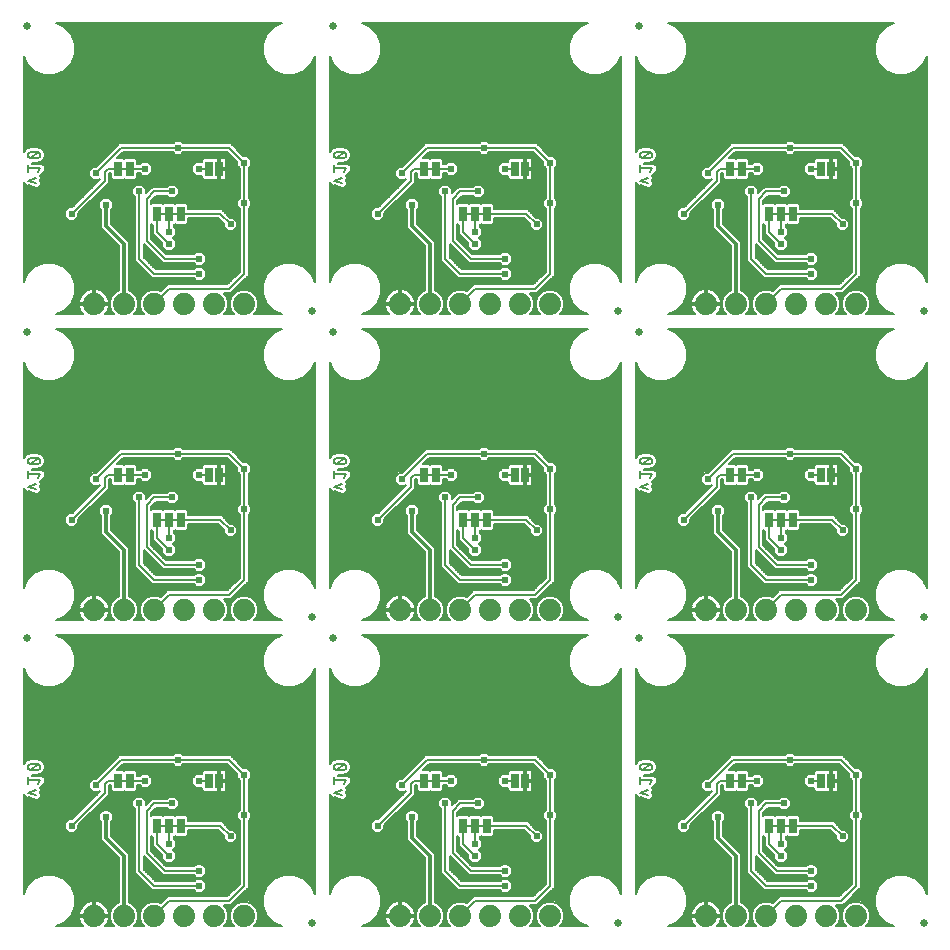
<source format=gbl>
G75*
%MOIN*%
%OFA0B0*%
%FSLAX25Y25*%
%IPPOS*%
%LPD*%
%AMOC8*
5,1,8,0,0,1.08239X$1,22.5*
%
%ADD10C,0.00800*%
%ADD11C,0.07400*%
%ADD12R,0.02500X0.05000*%
%ADD13R,0.01600X0.01000*%
%ADD14C,0.02500*%
%ADD15C,0.02400*%
%ADD16C,0.01200*%
%ADD17C,0.00600*%
D10*
X0065842Y0063750D02*
X0076842Y0074750D01*
X0076842Y0077750D01*
X0077842Y0078750D01*
X0081342Y0078750D01*
X0085342Y0078750D02*
X0090342Y0078750D01*
X0088342Y0071250D02*
X0088342Y0048750D01*
X0093342Y0043750D01*
X0108342Y0043750D01*
X0108342Y0048750D02*
X0096842Y0048750D01*
X0090842Y0054750D01*
X0090842Y0068750D01*
X0093342Y0071250D01*
X0099326Y0071250D01*
X0098342Y0063750D02*
X0098342Y0057750D01*
X0094342Y0057750D02*
X0098342Y0053750D01*
X0094342Y0057750D02*
X0094342Y0063750D01*
X0102342Y0063750D02*
X0115342Y0063750D01*
X0118842Y0060250D01*
X0123342Y0067250D02*
X0123342Y0080750D01*
X0118342Y0085750D01*
X0101342Y0085750D01*
X0082342Y0085750D01*
X0073842Y0077250D01*
X0055442Y0078908D02*
X0051242Y0078908D01*
X0051242Y0077742D02*
X0051242Y0080075D01*
X0051825Y0084225D02*
X0051927Y0084273D01*
X0052030Y0084317D01*
X0052134Y0084358D01*
X0052240Y0084395D01*
X0052347Y0084429D01*
X0052455Y0084459D01*
X0052564Y0084486D01*
X0052673Y0084510D01*
X0052784Y0084530D01*
X0052895Y0084546D01*
X0053006Y0084559D01*
X0053118Y0084568D01*
X0053230Y0084573D01*
X0053342Y0084575D01*
X0053342Y0082242D02*
X0053454Y0082244D01*
X0053566Y0082249D01*
X0053678Y0082258D01*
X0053789Y0082271D01*
X0053900Y0082287D01*
X0054011Y0082307D01*
X0054120Y0082331D01*
X0054229Y0082358D01*
X0054337Y0082388D01*
X0054444Y0082422D01*
X0054550Y0082459D01*
X0054654Y0082500D01*
X0054757Y0082544D01*
X0054859Y0082592D01*
X0055441Y0083408D02*
X0055439Y0083464D01*
X0055434Y0083520D01*
X0055424Y0083576D01*
X0055412Y0083631D01*
X0055395Y0083685D01*
X0055376Y0083737D01*
X0055352Y0083789D01*
X0055326Y0083839D01*
X0055296Y0083886D01*
X0055264Y0083932D01*
X0055228Y0083976D01*
X0055189Y0084017D01*
X0055148Y0084056D01*
X0055105Y0084091D01*
X0055059Y0084124D01*
X0055011Y0084154D01*
X0054962Y0084181D01*
X0054911Y0084204D01*
X0054858Y0084224D01*
X0054508Y0084342D02*
X0052175Y0082475D01*
X0051242Y0083408D02*
X0051244Y0083464D01*
X0051249Y0083520D01*
X0051259Y0083576D01*
X0051271Y0083631D01*
X0051288Y0083685D01*
X0051307Y0083737D01*
X0051331Y0083789D01*
X0051357Y0083839D01*
X0051387Y0083886D01*
X0051419Y0083932D01*
X0051455Y0083976D01*
X0051494Y0084017D01*
X0051535Y0084056D01*
X0051578Y0084091D01*
X0051624Y0084124D01*
X0051672Y0084154D01*
X0051721Y0084181D01*
X0051772Y0084204D01*
X0051825Y0084224D01*
X0051242Y0083408D02*
X0051244Y0083352D01*
X0051249Y0083296D01*
X0051259Y0083240D01*
X0051271Y0083185D01*
X0051288Y0083131D01*
X0051307Y0083079D01*
X0051331Y0083027D01*
X0051357Y0082977D01*
X0051387Y0082930D01*
X0051419Y0082884D01*
X0051455Y0082840D01*
X0051494Y0082799D01*
X0051535Y0082760D01*
X0051578Y0082725D01*
X0051624Y0082692D01*
X0051672Y0082662D01*
X0051721Y0082635D01*
X0051772Y0082612D01*
X0051825Y0082592D01*
X0053342Y0084575D02*
X0053454Y0084573D01*
X0053566Y0084568D01*
X0053678Y0084559D01*
X0053789Y0084546D01*
X0053900Y0084530D01*
X0054011Y0084510D01*
X0054120Y0084486D01*
X0054229Y0084459D01*
X0054337Y0084429D01*
X0054444Y0084395D01*
X0054550Y0084358D01*
X0054654Y0084317D01*
X0054757Y0084273D01*
X0054859Y0084225D01*
X0055441Y0083408D02*
X0055439Y0083352D01*
X0055434Y0083296D01*
X0055424Y0083240D01*
X0055412Y0083185D01*
X0055395Y0083131D01*
X0055376Y0083079D01*
X0055352Y0083027D01*
X0055326Y0082977D01*
X0055296Y0082930D01*
X0055263Y0082884D01*
X0055228Y0082840D01*
X0055189Y0082799D01*
X0055148Y0082760D01*
X0055105Y0082725D01*
X0055059Y0082692D01*
X0055011Y0082662D01*
X0054962Y0082635D01*
X0054911Y0082612D01*
X0054858Y0082592D01*
X0053342Y0082242D02*
X0053230Y0082244D01*
X0053118Y0082249D01*
X0053006Y0082258D01*
X0052895Y0082271D01*
X0052784Y0082287D01*
X0052673Y0082307D01*
X0052564Y0082331D01*
X0052455Y0082358D01*
X0052347Y0082388D01*
X0052240Y0082422D01*
X0052134Y0082459D01*
X0052030Y0082500D01*
X0051927Y0082544D01*
X0051825Y0082592D01*
X0055442Y0078908D02*
X0054508Y0077742D01*
X0054042Y0075792D02*
X0051242Y0074858D01*
X0054042Y0073925D01*
X0093342Y0033750D02*
X0098342Y0038750D01*
X0118342Y0038750D01*
X0123342Y0043750D01*
X0123342Y0067250D01*
X0120342Y0078750D02*
X0114942Y0078750D01*
X0111742Y0078750D02*
X0108342Y0078750D01*
X0153242Y0078908D02*
X0157442Y0078908D01*
X0156508Y0077742D01*
X0156042Y0075792D02*
X0153242Y0074858D01*
X0156042Y0073925D01*
X0153242Y0077742D02*
X0153242Y0080075D01*
X0153825Y0084225D02*
X0153927Y0084273D01*
X0154030Y0084317D01*
X0154134Y0084358D01*
X0154240Y0084395D01*
X0154347Y0084429D01*
X0154455Y0084459D01*
X0154564Y0084486D01*
X0154673Y0084510D01*
X0154784Y0084530D01*
X0154895Y0084546D01*
X0155006Y0084559D01*
X0155118Y0084568D01*
X0155230Y0084573D01*
X0155342Y0084575D01*
X0155342Y0082242D02*
X0155454Y0082244D01*
X0155566Y0082249D01*
X0155678Y0082258D01*
X0155789Y0082271D01*
X0155900Y0082287D01*
X0156011Y0082307D01*
X0156120Y0082331D01*
X0156229Y0082358D01*
X0156337Y0082388D01*
X0156444Y0082422D01*
X0156550Y0082459D01*
X0156654Y0082500D01*
X0156757Y0082544D01*
X0156859Y0082592D01*
X0157441Y0083408D02*
X0157439Y0083464D01*
X0157434Y0083520D01*
X0157424Y0083576D01*
X0157412Y0083631D01*
X0157395Y0083685D01*
X0157376Y0083737D01*
X0157352Y0083789D01*
X0157326Y0083839D01*
X0157296Y0083886D01*
X0157264Y0083932D01*
X0157228Y0083976D01*
X0157189Y0084017D01*
X0157148Y0084056D01*
X0157105Y0084091D01*
X0157059Y0084124D01*
X0157011Y0084154D01*
X0156962Y0084181D01*
X0156911Y0084204D01*
X0156858Y0084224D01*
X0156508Y0084342D02*
X0154175Y0082475D01*
X0153242Y0083408D02*
X0153244Y0083464D01*
X0153249Y0083520D01*
X0153259Y0083576D01*
X0153271Y0083631D01*
X0153288Y0083685D01*
X0153307Y0083737D01*
X0153331Y0083789D01*
X0153357Y0083839D01*
X0153387Y0083886D01*
X0153419Y0083932D01*
X0153455Y0083976D01*
X0153494Y0084017D01*
X0153535Y0084056D01*
X0153578Y0084091D01*
X0153624Y0084124D01*
X0153672Y0084154D01*
X0153721Y0084181D01*
X0153772Y0084204D01*
X0153825Y0084224D01*
X0153242Y0083408D02*
X0153244Y0083352D01*
X0153249Y0083296D01*
X0153259Y0083240D01*
X0153271Y0083185D01*
X0153288Y0083131D01*
X0153307Y0083079D01*
X0153331Y0083027D01*
X0153357Y0082977D01*
X0153387Y0082930D01*
X0153419Y0082884D01*
X0153455Y0082840D01*
X0153494Y0082799D01*
X0153535Y0082760D01*
X0153578Y0082725D01*
X0153624Y0082692D01*
X0153672Y0082662D01*
X0153721Y0082635D01*
X0153772Y0082612D01*
X0153825Y0082592D01*
X0155342Y0084575D02*
X0155454Y0084573D01*
X0155566Y0084568D01*
X0155678Y0084559D01*
X0155789Y0084546D01*
X0155900Y0084530D01*
X0156011Y0084510D01*
X0156120Y0084486D01*
X0156229Y0084459D01*
X0156337Y0084429D01*
X0156444Y0084395D01*
X0156550Y0084358D01*
X0156654Y0084317D01*
X0156757Y0084273D01*
X0156859Y0084225D01*
X0157441Y0083408D02*
X0157439Y0083352D01*
X0157434Y0083296D01*
X0157424Y0083240D01*
X0157412Y0083185D01*
X0157395Y0083131D01*
X0157376Y0083079D01*
X0157352Y0083027D01*
X0157326Y0082977D01*
X0157296Y0082930D01*
X0157263Y0082884D01*
X0157228Y0082840D01*
X0157189Y0082799D01*
X0157148Y0082760D01*
X0157105Y0082725D01*
X0157059Y0082692D01*
X0157011Y0082662D01*
X0156962Y0082635D01*
X0156911Y0082612D01*
X0156858Y0082592D01*
X0155342Y0082242D02*
X0155230Y0082244D01*
X0155118Y0082249D01*
X0155006Y0082258D01*
X0154895Y0082271D01*
X0154784Y0082287D01*
X0154673Y0082307D01*
X0154564Y0082331D01*
X0154455Y0082358D01*
X0154347Y0082388D01*
X0154240Y0082422D01*
X0154134Y0082459D01*
X0154030Y0082500D01*
X0153927Y0082544D01*
X0153825Y0082592D01*
X0175842Y0077250D02*
X0184342Y0085750D01*
X0203342Y0085750D01*
X0220342Y0085750D01*
X0225342Y0080750D01*
X0225342Y0067250D01*
X0225342Y0043750D01*
X0220342Y0038750D01*
X0200342Y0038750D01*
X0195342Y0033750D01*
X0195342Y0043750D02*
X0190342Y0048750D01*
X0190342Y0071250D01*
X0192842Y0068750D02*
X0195342Y0071250D01*
X0201326Y0071250D01*
X0200342Y0063750D02*
X0200342Y0057750D01*
X0196342Y0057750D02*
X0200342Y0053750D01*
X0198842Y0048750D02*
X0192842Y0054750D01*
X0192842Y0068750D01*
X0196342Y0063750D02*
X0196342Y0057750D01*
X0204342Y0063750D02*
X0217342Y0063750D01*
X0220842Y0060250D01*
X0210342Y0048750D02*
X0198842Y0048750D01*
X0195342Y0043750D02*
X0210342Y0043750D01*
X0178842Y0074750D02*
X0167842Y0063750D01*
X0178842Y0074750D02*
X0178842Y0077750D01*
X0179842Y0078750D01*
X0183342Y0078750D01*
X0187342Y0078750D02*
X0192342Y0078750D01*
X0210342Y0078750D02*
X0213742Y0078750D01*
X0216942Y0078750D02*
X0222342Y0078750D01*
X0255242Y0078908D02*
X0259442Y0078908D01*
X0258508Y0077742D01*
X0258042Y0075792D02*
X0255242Y0074858D01*
X0258042Y0073925D01*
X0255242Y0077742D02*
X0255242Y0080075D01*
X0255825Y0084225D02*
X0255927Y0084273D01*
X0256030Y0084317D01*
X0256134Y0084358D01*
X0256240Y0084395D01*
X0256347Y0084429D01*
X0256455Y0084459D01*
X0256564Y0084486D01*
X0256673Y0084510D01*
X0256784Y0084530D01*
X0256895Y0084546D01*
X0257006Y0084559D01*
X0257118Y0084568D01*
X0257230Y0084573D01*
X0257342Y0084575D01*
X0257342Y0082242D02*
X0257454Y0082244D01*
X0257566Y0082249D01*
X0257678Y0082258D01*
X0257789Y0082271D01*
X0257900Y0082287D01*
X0258011Y0082307D01*
X0258120Y0082331D01*
X0258229Y0082358D01*
X0258337Y0082388D01*
X0258444Y0082422D01*
X0258550Y0082459D01*
X0258654Y0082500D01*
X0258757Y0082544D01*
X0258859Y0082592D01*
X0259441Y0083408D02*
X0259439Y0083464D01*
X0259434Y0083520D01*
X0259424Y0083576D01*
X0259412Y0083631D01*
X0259395Y0083685D01*
X0259376Y0083737D01*
X0259352Y0083789D01*
X0259326Y0083839D01*
X0259296Y0083886D01*
X0259264Y0083932D01*
X0259228Y0083976D01*
X0259189Y0084017D01*
X0259148Y0084056D01*
X0259105Y0084091D01*
X0259059Y0084124D01*
X0259011Y0084154D01*
X0258962Y0084181D01*
X0258911Y0084204D01*
X0258858Y0084224D01*
X0258508Y0084342D02*
X0256175Y0082475D01*
X0255242Y0083408D02*
X0255244Y0083464D01*
X0255249Y0083520D01*
X0255259Y0083576D01*
X0255271Y0083631D01*
X0255288Y0083685D01*
X0255307Y0083737D01*
X0255331Y0083789D01*
X0255357Y0083839D01*
X0255387Y0083886D01*
X0255419Y0083932D01*
X0255455Y0083976D01*
X0255494Y0084017D01*
X0255535Y0084056D01*
X0255578Y0084091D01*
X0255624Y0084124D01*
X0255672Y0084154D01*
X0255721Y0084181D01*
X0255772Y0084204D01*
X0255825Y0084224D01*
X0255242Y0083408D02*
X0255244Y0083352D01*
X0255249Y0083296D01*
X0255259Y0083240D01*
X0255271Y0083185D01*
X0255288Y0083131D01*
X0255307Y0083079D01*
X0255331Y0083027D01*
X0255357Y0082977D01*
X0255387Y0082930D01*
X0255419Y0082884D01*
X0255455Y0082840D01*
X0255494Y0082799D01*
X0255535Y0082760D01*
X0255578Y0082725D01*
X0255624Y0082692D01*
X0255672Y0082662D01*
X0255721Y0082635D01*
X0255772Y0082612D01*
X0255825Y0082592D01*
X0257342Y0084575D02*
X0257454Y0084573D01*
X0257566Y0084568D01*
X0257678Y0084559D01*
X0257789Y0084546D01*
X0257900Y0084530D01*
X0258011Y0084510D01*
X0258120Y0084486D01*
X0258229Y0084459D01*
X0258337Y0084429D01*
X0258444Y0084395D01*
X0258550Y0084358D01*
X0258654Y0084317D01*
X0258757Y0084273D01*
X0258859Y0084225D01*
X0259441Y0083408D02*
X0259439Y0083352D01*
X0259434Y0083296D01*
X0259424Y0083240D01*
X0259412Y0083185D01*
X0259395Y0083131D01*
X0259376Y0083079D01*
X0259352Y0083027D01*
X0259326Y0082977D01*
X0259296Y0082930D01*
X0259263Y0082884D01*
X0259228Y0082840D01*
X0259189Y0082799D01*
X0259148Y0082760D01*
X0259105Y0082725D01*
X0259059Y0082692D01*
X0259011Y0082662D01*
X0258962Y0082635D01*
X0258911Y0082612D01*
X0258858Y0082592D01*
X0257342Y0082242D02*
X0257230Y0082244D01*
X0257118Y0082249D01*
X0257006Y0082258D01*
X0256895Y0082271D01*
X0256784Y0082287D01*
X0256673Y0082307D01*
X0256564Y0082331D01*
X0256455Y0082358D01*
X0256347Y0082388D01*
X0256240Y0082422D01*
X0256134Y0082459D01*
X0256030Y0082500D01*
X0255927Y0082544D01*
X0255825Y0082592D01*
X0277842Y0077250D02*
X0286342Y0085750D01*
X0305342Y0085750D01*
X0322342Y0085750D01*
X0327342Y0080750D01*
X0327342Y0067250D01*
X0327342Y0043750D01*
X0322342Y0038750D01*
X0302342Y0038750D01*
X0297342Y0033750D01*
X0297342Y0043750D02*
X0292342Y0048750D01*
X0292342Y0071250D01*
X0294842Y0068750D02*
X0297342Y0071250D01*
X0303326Y0071250D01*
X0302342Y0063750D02*
X0302342Y0057750D01*
X0298342Y0057750D02*
X0302342Y0053750D01*
X0300842Y0048750D02*
X0294842Y0054750D01*
X0294842Y0068750D01*
X0298342Y0063750D02*
X0298342Y0057750D01*
X0300842Y0048750D02*
X0312342Y0048750D01*
X0312342Y0043750D02*
X0297342Y0043750D01*
X0306342Y0063750D02*
X0319342Y0063750D01*
X0322842Y0060250D01*
X0324342Y0078750D02*
X0318942Y0078750D01*
X0315742Y0078750D02*
X0312342Y0078750D01*
X0294342Y0078750D02*
X0289342Y0078750D01*
X0285342Y0078750D02*
X0281842Y0078750D01*
X0280842Y0077750D01*
X0280842Y0074750D01*
X0269842Y0063750D01*
X0297342Y0135750D02*
X0302342Y0140750D01*
X0322342Y0140750D01*
X0327342Y0145750D01*
X0327342Y0169250D01*
X0327342Y0182750D01*
X0322342Y0187750D01*
X0305342Y0187750D01*
X0286342Y0187750D01*
X0277842Y0179250D01*
X0280842Y0179750D02*
X0280842Y0176750D01*
X0269842Y0165750D01*
X0258042Y0175925D02*
X0255242Y0176858D01*
X0258042Y0177792D01*
X0258508Y0179742D02*
X0259442Y0180908D01*
X0255242Y0180908D01*
X0255242Y0179742D02*
X0255242Y0182075D01*
X0255825Y0186225D02*
X0255927Y0186273D01*
X0256030Y0186317D01*
X0256134Y0186358D01*
X0256240Y0186395D01*
X0256347Y0186429D01*
X0256455Y0186459D01*
X0256564Y0186486D01*
X0256673Y0186510D01*
X0256784Y0186530D01*
X0256895Y0186546D01*
X0257006Y0186559D01*
X0257118Y0186568D01*
X0257230Y0186573D01*
X0257342Y0186575D01*
X0257342Y0184242D02*
X0257454Y0184244D01*
X0257566Y0184249D01*
X0257678Y0184258D01*
X0257789Y0184271D01*
X0257900Y0184287D01*
X0258011Y0184307D01*
X0258120Y0184331D01*
X0258229Y0184358D01*
X0258337Y0184388D01*
X0258444Y0184422D01*
X0258550Y0184459D01*
X0258654Y0184500D01*
X0258757Y0184544D01*
X0258859Y0184592D01*
X0259441Y0185408D02*
X0259439Y0185464D01*
X0259434Y0185520D01*
X0259424Y0185576D01*
X0259412Y0185631D01*
X0259395Y0185685D01*
X0259376Y0185737D01*
X0259352Y0185789D01*
X0259326Y0185839D01*
X0259296Y0185886D01*
X0259264Y0185932D01*
X0259228Y0185976D01*
X0259189Y0186017D01*
X0259148Y0186056D01*
X0259105Y0186091D01*
X0259059Y0186124D01*
X0259011Y0186154D01*
X0258962Y0186181D01*
X0258911Y0186204D01*
X0258858Y0186224D01*
X0258508Y0186342D02*
X0256175Y0184475D01*
X0255242Y0185408D02*
X0255244Y0185464D01*
X0255249Y0185520D01*
X0255259Y0185576D01*
X0255271Y0185631D01*
X0255288Y0185685D01*
X0255307Y0185737D01*
X0255331Y0185789D01*
X0255357Y0185839D01*
X0255387Y0185886D01*
X0255419Y0185932D01*
X0255455Y0185976D01*
X0255494Y0186017D01*
X0255535Y0186056D01*
X0255578Y0186091D01*
X0255624Y0186124D01*
X0255672Y0186154D01*
X0255721Y0186181D01*
X0255772Y0186204D01*
X0255825Y0186224D01*
X0255242Y0185408D02*
X0255244Y0185352D01*
X0255249Y0185296D01*
X0255259Y0185240D01*
X0255271Y0185185D01*
X0255288Y0185131D01*
X0255307Y0185079D01*
X0255331Y0185027D01*
X0255357Y0184977D01*
X0255387Y0184930D01*
X0255419Y0184884D01*
X0255455Y0184840D01*
X0255494Y0184799D01*
X0255535Y0184760D01*
X0255578Y0184725D01*
X0255624Y0184692D01*
X0255672Y0184662D01*
X0255721Y0184635D01*
X0255772Y0184612D01*
X0255825Y0184592D01*
X0257342Y0186575D02*
X0257454Y0186573D01*
X0257566Y0186568D01*
X0257678Y0186559D01*
X0257789Y0186546D01*
X0257900Y0186530D01*
X0258011Y0186510D01*
X0258120Y0186486D01*
X0258229Y0186459D01*
X0258337Y0186429D01*
X0258444Y0186395D01*
X0258550Y0186358D01*
X0258654Y0186317D01*
X0258757Y0186273D01*
X0258859Y0186225D01*
X0259441Y0185408D02*
X0259439Y0185352D01*
X0259434Y0185296D01*
X0259424Y0185240D01*
X0259412Y0185185D01*
X0259395Y0185131D01*
X0259376Y0185079D01*
X0259352Y0185027D01*
X0259326Y0184977D01*
X0259296Y0184930D01*
X0259263Y0184884D01*
X0259228Y0184840D01*
X0259189Y0184799D01*
X0259148Y0184760D01*
X0259105Y0184725D01*
X0259059Y0184692D01*
X0259011Y0184662D01*
X0258962Y0184635D01*
X0258911Y0184612D01*
X0258858Y0184592D01*
X0257342Y0184242D02*
X0257230Y0184244D01*
X0257118Y0184249D01*
X0257006Y0184258D01*
X0256895Y0184271D01*
X0256784Y0184287D01*
X0256673Y0184307D01*
X0256564Y0184331D01*
X0256455Y0184358D01*
X0256347Y0184388D01*
X0256240Y0184422D01*
X0256134Y0184459D01*
X0256030Y0184500D01*
X0255927Y0184544D01*
X0255825Y0184592D01*
X0280842Y0179750D02*
X0281842Y0180750D01*
X0285342Y0180750D01*
X0289342Y0180750D02*
X0294342Y0180750D01*
X0292342Y0173250D02*
X0292342Y0150750D01*
X0297342Y0145750D01*
X0312342Y0145750D01*
X0312342Y0150750D02*
X0300842Y0150750D01*
X0294842Y0156750D01*
X0294842Y0170750D01*
X0297342Y0173250D01*
X0303326Y0173250D01*
X0302342Y0165750D02*
X0302342Y0159750D01*
X0298342Y0159750D02*
X0302342Y0155750D01*
X0298342Y0159750D02*
X0298342Y0165750D01*
X0306342Y0165750D02*
X0319342Y0165750D01*
X0322842Y0162250D01*
X0324342Y0180750D02*
X0318942Y0180750D01*
X0315742Y0180750D02*
X0312342Y0180750D01*
X0297342Y0237750D02*
X0302342Y0242750D01*
X0322342Y0242750D01*
X0327342Y0247750D01*
X0327342Y0271250D01*
X0327342Y0284750D01*
X0322342Y0289750D01*
X0305342Y0289750D01*
X0286342Y0289750D01*
X0277842Y0281250D01*
X0280842Y0281750D02*
X0280842Y0278750D01*
X0269842Y0267750D01*
X0258042Y0277925D02*
X0255242Y0278858D01*
X0258042Y0279792D01*
X0258508Y0281742D02*
X0259442Y0282908D01*
X0255242Y0282908D01*
X0255242Y0281742D02*
X0255242Y0284075D01*
X0255825Y0288225D02*
X0255927Y0288273D01*
X0256030Y0288317D01*
X0256134Y0288358D01*
X0256240Y0288395D01*
X0256347Y0288429D01*
X0256455Y0288459D01*
X0256564Y0288486D01*
X0256673Y0288510D01*
X0256784Y0288530D01*
X0256895Y0288546D01*
X0257006Y0288559D01*
X0257118Y0288568D01*
X0257230Y0288573D01*
X0257342Y0288575D01*
X0257342Y0286242D02*
X0257454Y0286244D01*
X0257566Y0286249D01*
X0257678Y0286258D01*
X0257789Y0286271D01*
X0257900Y0286287D01*
X0258011Y0286307D01*
X0258120Y0286331D01*
X0258229Y0286358D01*
X0258337Y0286388D01*
X0258444Y0286422D01*
X0258550Y0286459D01*
X0258654Y0286500D01*
X0258757Y0286544D01*
X0258859Y0286592D01*
X0259441Y0287408D02*
X0259439Y0287464D01*
X0259434Y0287520D01*
X0259424Y0287576D01*
X0259412Y0287631D01*
X0259395Y0287685D01*
X0259376Y0287737D01*
X0259352Y0287789D01*
X0259326Y0287839D01*
X0259296Y0287886D01*
X0259264Y0287932D01*
X0259228Y0287976D01*
X0259189Y0288017D01*
X0259148Y0288056D01*
X0259105Y0288091D01*
X0259059Y0288124D01*
X0259011Y0288154D01*
X0258962Y0288181D01*
X0258911Y0288204D01*
X0258858Y0288224D01*
X0258508Y0288342D02*
X0256175Y0286475D01*
X0255242Y0287408D02*
X0255244Y0287464D01*
X0255249Y0287520D01*
X0255259Y0287576D01*
X0255271Y0287631D01*
X0255288Y0287685D01*
X0255307Y0287737D01*
X0255331Y0287789D01*
X0255357Y0287839D01*
X0255387Y0287886D01*
X0255419Y0287932D01*
X0255455Y0287976D01*
X0255494Y0288017D01*
X0255535Y0288056D01*
X0255578Y0288091D01*
X0255624Y0288124D01*
X0255672Y0288154D01*
X0255721Y0288181D01*
X0255772Y0288204D01*
X0255825Y0288224D01*
X0255242Y0287408D02*
X0255244Y0287352D01*
X0255249Y0287296D01*
X0255259Y0287240D01*
X0255271Y0287185D01*
X0255288Y0287131D01*
X0255307Y0287079D01*
X0255331Y0287027D01*
X0255357Y0286977D01*
X0255387Y0286930D01*
X0255419Y0286884D01*
X0255455Y0286840D01*
X0255494Y0286799D01*
X0255535Y0286760D01*
X0255578Y0286725D01*
X0255624Y0286692D01*
X0255672Y0286662D01*
X0255721Y0286635D01*
X0255772Y0286612D01*
X0255825Y0286592D01*
X0257342Y0288575D02*
X0257454Y0288573D01*
X0257566Y0288568D01*
X0257678Y0288559D01*
X0257789Y0288546D01*
X0257900Y0288530D01*
X0258011Y0288510D01*
X0258120Y0288486D01*
X0258229Y0288459D01*
X0258337Y0288429D01*
X0258444Y0288395D01*
X0258550Y0288358D01*
X0258654Y0288317D01*
X0258757Y0288273D01*
X0258859Y0288225D01*
X0259441Y0287408D02*
X0259439Y0287352D01*
X0259434Y0287296D01*
X0259424Y0287240D01*
X0259412Y0287185D01*
X0259395Y0287131D01*
X0259376Y0287079D01*
X0259352Y0287027D01*
X0259326Y0286977D01*
X0259296Y0286930D01*
X0259263Y0286884D01*
X0259228Y0286840D01*
X0259189Y0286799D01*
X0259148Y0286760D01*
X0259105Y0286725D01*
X0259059Y0286692D01*
X0259011Y0286662D01*
X0258962Y0286635D01*
X0258911Y0286612D01*
X0258858Y0286592D01*
X0257342Y0286242D02*
X0257230Y0286244D01*
X0257118Y0286249D01*
X0257006Y0286258D01*
X0256895Y0286271D01*
X0256784Y0286287D01*
X0256673Y0286307D01*
X0256564Y0286331D01*
X0256455Y0286358D01*
X0256347Y0286388D01*
X0256240Y0286422D01*
X0256134Y0286459D01*
X0256030Y0286500D01*
X0255927Y0286544D01*
X0255825Y0286592D01*
X0280842Y0281750D02*
X0281842Y0282750D01*
X0285342Y0282750D01*
X0289342Y0282750D02*
X0294342Y0282750D01*
X0292342Y0275250D02*
X0292342Y0252750D01*
X0297342Y0247750D01*
X0312342Y0247750D01*
X0312342Y0252750D02*
X0300842Y0252750D01*
X0294842Y0258750D01*
X0294842Y0272750D01*
X0297342Y0275250D01*
X0303326Y0275250D01*
X0302342Y0267750D02*
X0302342Y0261750D01*
X0298342Y0261750D02*
X0302342Y0257750D01*
X0298342Y0261750D02*
X0298342Y0267750D01*
X0306342Y0267750D02*
X0319342Y0267750D01*
X0322842Y0264250D01*
X0324342Y0282750D02*
X0318942Y0282750D01*
X0315742Y0282750D02*
X0312342Y0282750D01*
X0225342Y0284750D02*
X0225342Y0271250D01*
X0225342Y0247750D01*
X0220342Y0242750D01*
X0200342Y0242750D01*
X0195342Y0237750D01*
X0195342Y0247750D02*
X0190342Y0252750D01*
X0190342Y0275250D01*
X0192842Y0272750D02*
X0195342Y0275250D01*
X0201326Y0275250D01*
X0200342Y0267750D02*
X0200342Y0261750D01*
X0196342Y0261750D02*
X0200342Y0257750D01*
X0198842Y0252750D02*
X0192842Y0258750D01*
X0192842Y0272750D01*
X0196342Y0267750D02*
X0196342Y0261750D01*
X0204342Y0267750D02*
X0217342Y0267750D01*
X0220842Y0264250D01*
X0210342Y0252750D02*
X0198842Y0252750D01*
X0195342Y0247750D02*
X0210342Y0247750D01*
X0178842Y0278750D02*
X0167842Y0267750D01*
X0178842Y0278750D02*
X0178842Y0281750D01*
X0179842Y0282750D01*
X0183342Y0282750D01*
X0187342Y0282750D02*
X0192342Y0282750D01*
X0184342Y0289750D02*
X0203342Y0289750D01*
X0220342Y0289750D01*
X0225342Y0284750D01*
X0222342Y0282750D02*
X0216942Y0282750D01*
X0213742Y0282750D02*
X0210342Y0282750D01*
X0184342Y0289750D02*
X0175842Y0281250D01*
X0157442Y0282908D02*
X0153242Y0282908D01*
X0153242Y0281742D02*
X0153242Y0284075D01*
X0153825Y0288225D02*
X0153927Y0288273D01*
X0154030Y0288317D01*
X0154134Y0288358D01*
X0154240Y0288395D01*
X0154347Y0288429D01*
X0154455Y0288459D01*
X0154564Y0288486D01*
X0154673Y0288510D01*
X0154784Y0288530D01*
X0154895Y0288546D01*
X0155006Y0288559D01*
X0155118Y0288568D01*
X0155230Y0288573D01*
X0155342Y0288575D01*
X0155342Y0286242D02*
X0155454Y0286244D01*
X0155566Y0286249D01*
X0155678Y0286258D01*
X0155789Y0286271D01*
X0155900Y0286287D01*
X0156011Y0286307D01*
X0156120Y0286331D01*
X0156229Y0286358D01*
X0156337Y0286388D01*
X0156444Y0286422D01*
X0156550Y0286459D01*
X0156654Y0286500D01*
X0156757Y0286544D01*
X0156859Y0286592D01*
X0157441Y0287408D02*
X0157439Y0287464D01*
X0157434Y0287520D01*
X0157424Y0287576D01*
X0157412Y0287631D01*
X0157395Y0287685D01*
X0157376Y0287737D01*
X0157352Y0287789D01*
X0157326Y0287839D01*
X0157296Y0287886D01*
X0157264Y0287932D01*
X0157228Y0287976D01*
X0157189Y0288017D01*
X0157148Y0288056D01*
X0157105Y0288091D01*
X0157059Y0288124D01*
X0157011Y0288154D01*
X0156962Y0288181D01*
X0156911Y0288204D01*
X0156858Y0288224D01*
X0156508Y0288342D02*
X0154175Y0286475D01*
X0153242Y0287408D02*
X0153244Y0287464D01*
X0153249Y0287520D01*
X0153259Y0287576D01*
X0153271Y0287631D01*
X0153288Y0287685D01*
X0153307Y0287737D01*
X0153331Y0287789D01*
X0153357Y0287839D01*
X0153387Y0287886D01*
X0153419Y0287932D01*
X0153455Y0287976D01*
X0153494Y0288017D01*
X0153535Y0288056D01*
X0153578Y0288091D01*
X0153624Y0288124D01*
X0153672Y0288154D01*
X0153721Y0288181D01*
X0153772Y0288204D01*
X0153825Y0288224D01*
X0153242Y0287408D02*
X0153244Y0287352D01*
X0153249Y0287296D01*
X0153259Y0287240D01*
X0153271Y0287185D01*
X0153288Y0287131D01*
X0153307Y0287079D01*
X0153331Y0287027D01*
X0153357Y0286977D01*
X0153387Y0286930D01*
X0153419Y0286884D01*
X0153455Y0286840D01*
X0153494Y0286799D01*
X0153535Y0286760D01*
X0153578Y0286725D01*
X0153624Y0286692D01*
X0153672Y0286662D01*
X0153721Y0286635D01*
X0153772Y0286612D01*
X0153825Y0286592D01*
X0155342Y0288575D02*
X0155454Y0288573D01*
X0155566Y0288568D01*
X0155678Y0288559D01*
X0155789Y0288546D01*
X0155900Y0288530D01*
X0156011Y0288510D01*
X0156120Y0288486D01*
X0156229Y0288459D01*
X0156337Y0288429D01*
X0156444Y0288395D01*
X0156550Y0288358D01*
X0156654Y0288317D01*
X0156757Y0288273D01*
X0156859Y0288225D01*
X0157441Y0287408D02*
X0157439Y0287352D01*
X0157434Y0287296D01*
X0157424Y0287240D01*
X0157412Y0287185D01*
X0157395Y0287131D01*
X0157376Y0287079D01*
X0157352Y0287027D01*
X0157326Y0286977D01*
X0157296Y0286930D01*
X0157263Y0286884D01*
X0157228Y0286840D01*
X0157189Y0286799D01*
X0157148Y0286760D01*
X0157105Y0286725D01*
X0157059Y0286692D01*
X0157011Y0286662D01*
X0156962Y0286635D01*
X0156911Y0286612D01*
X0156858Y0286592D01*
X0155342Y0286242D02*
X0155230Y0286244D01*
X0155118Y0286249D01*
X0155006Y0286258D01*
X0154895Y0286271D01*
X0154784Y0286287D01*
X0154673Y0286307D01*
X0154564Y0286331D01*
X0154455Y0286358D01*
X0154347Y0286388D01*
X0154240Y0286422D01*
X0154134Y0286459D01*
X0154030Y0286500D01*
X0153927Y0286544D01*
X0153825Y0286592D01*
X0157442Y0282908D02*
X0156508Y0281742D01*
X0156042Y0279792D02*
X0153242Y0278858D01*
X0156042Y0277925D01*
X0123342Y0271250D02*
X0123342Y0284750D01*
X0118342Y0289750D01*
X0101342Y0289750D01*
X0082342Y0289750D01*
X0073842Y0281250D01*
X0076842Y0281750D02*
X0076842Y0278750D01*
X0065842Y0267750D01*
X0054042Y0277925D02*
X0051242Y0278858D01*
X0054042Y0279792D01*
X0054508Y0281742D02*
X0055442Y0282908D01*
X0051242Y0282908D01*
X0051242Y0281742D02*
X0051242Y0284075D01*
X0051825Y0288225D02*
X0051927Y0288273D01*
X0052030Y0288317D01*
X0052134Y0288358D01*
X0052240Y0288395D01*
X0052347Y0288429D01*
X0052455Y0288459D01*
X0052564Y0288486D01*
X0052673Y0288510D01*
X0052784Y0288530D01*
X0052895Y0288546D01*
X0053006Y0288559D01*
X0053118Y0288568D01*
X0053230Y0288573D01*
X0053342Y0288575D01*
X0053342Y0286242D02*
X0053454Y0286244D01*
X0053566Y0286249D01*
X0053678Y0286258D01*
X0053789Y0286271D01*
X0053900Y0286287D01*
X0054011Y0286307D01*
X0054120Y0286331D01*
X0054229Y0286358D01*
X0054337Y0286388D01*
X0054444Y0286422D01*
X0054550Y0286459D01*
X0054654Y0286500D01*
X0054757Y0286544D01*
X0054859Y0286592D01*
X0055441Y0287408D02*
X0055439Y0287464D01*
X0055434Y0287520D01*
X0055424Y0287576D01*
X0055412Y0287631D01*
X0055395Y0287685D01*
X0055376Y0287737D01*
X0055352Y0287789D01*
X0055326Y0287839D01*
X0055296Y0287886D01*
X0055264Y0287932D01*
X0055228Y0287976D01*
X0055189Y0288017D01*
X0055148Y0288056D01*
X0055105Y0288091D01*
X0055059Y0288124D01*
X0055011Y0288154D01*
X0054962Y0288181D01*
X0054911Y0288204D01*
X0054858Y0288224D01*
X0054508Y0288342D02*
X0052175Y0286475D01*
X0051242Y0287408D02*
X0051244Y0287464D01*
X0051249Y0287520D01*
X0051259Y0287576D01*
X0051271Y0287631D01*
X0051288Y0287685D01*
X0051307Y0287737D01*
X0051331Y0287789D01*
X0051357Y0287839D01*
X0051387Y0287886D01*
X0051419Y0287932D01*
X0051455Y0287976D01*
X0051494Y0288017D01*
X0051535Y0288056D01*
X0051578Y0288091D01*
X0051624Y0288124D01*
X0051672Y0288154D01*
X0051721Y0288181D01*
X0051772Y0288204D01*
X0051825Y0288224D01*
X0051242Y0287408D02*
X0051244Y0287352D01*
X0051249Y0287296D01*
X0051259Y0287240D01*
X0051271Y0287185D01*
X0051288Y0287131D01*
X0051307Y0287079D01*
X0051331Y0287027D01*
X0051357Y0286977D01*
X0051387Y0286930D01*
X0051419Y0286884D01*
X0051455Y0286840D01*
X0051494Y0286799D01*
X0051535Y0286760D01*
X0051578Y0286725D01*
X0051624Y0286692D01*
X0051672Y0286662D01*
X0051721Y0286635D01*
X0051772Y0286612D01*
X0051825Y0286592D01*
X0053342Y0288575D02*
X0053454Y0288573D01*
X0053566Y0288568D01*
X0053678Y0288559D01*
X0053789Y0288546D01*
X0053900Y0288530D01*
X0054011Y0288510D01*
X0054120Y0288486D01*
X0054229Y0288459D01*
X0054337Y0288429D01*
X0054444Y0288395D01*
X0054550Y0288358D01*
X0054654Y0288317D01*
X0054757Y0288273D01*
X0054859Y0288225D01*
X0055441Y0287408D02*
X0055439Y0287352D01*
X0055434Y0287296D01*
X0055424Y0287240D01*
X0055412Y0287185D01*
X0055395Y0287131D01*
X0055376Y0287079D01*
X0055352Y0287027D01*
X0055326Y0286977D01*
X0055296Y0286930D01*
X0055263Y0286884D01*
X0055228Y0286840D01*
X0055189Y0286799D01*
X0055148Y0286760D01*
X0055105Y0286725D01*
X0055059Y0286692D01*
X0055011Y0286662D01*
X0054962Y0286635D01*
X0054911Y0286612D01*
X0054858Y0286592D01*
X0053342Y0286242D02*
X0053230Y0286244D01*
X0053118Y0286249D01*
X0053006Y0286258D01*
X0052895Y0286271D01*
X0052784Y0286287D01*
X0052673Y0286307D01*
X0052564Y0286331D01*
X0052455Y0286358D01*
X0052347Y0286388D01*
X0052240Y0286422D01*
X0052134Y0286459D01*
X0052030Y0286500D01*
X0051927Y0286544D01*
X0051825Y0286592D01*
X0076842Y0281750D02*
X0077842Y0282750D01*
X0081342Y0282750D01*
X0085342Y0282750D02*
X0090342Y0282750D01*
X0088342Y0275250D02*
X0088342Y0252750D01*
X0093342Y0247750D01*
X0108342Y0247750D01*
X0108342Y0252750D02*
X0096842Y0252750D01*
X0090842Y0258750D01*
X0090842Y0272750D01*
X0093342Y0275250D01*
X0099326Y0275250D01*
X0098342Y0267750D02*
X0098342Y0261750D01*
X0094342Y0261750D02*
X0098342Y0257750D01*
X0094342Y0261750D02*
X0094342Y0267750D01*
X0102342Y0267750D02*
X0115342Y0267750D01*
X0118842Y0264250D01*
X0123342Y0271250D02*
X0123342Y0247750D01*
X0118342Y0242750D01*
X0098342Y0242750D01*
X0093342Y0237750D01*
X0108342Y0282750D02*
X0111742Y0282750D01*
X0114942Y0282750D02*
X0120342Y0282750D01*
X0118342Y0187750D02*
X0101342Y0187750D01*
X0082342Y0187750D01*
X0073842Y0179250D01*
X0076842Y0179750D02*
X0076842Y0176750D01*
X0065842Y0165750D01*
X0054042Y0175925D02*
X0051242Y0176858D01*
X0054042Y0177792D01*
X0054508Y0179742D02*
X0055442Y0180908D01*
X0051242Y0180908D01*
X0051242Y0179742D02*
X0051242Y0182075D01*
X0051825Y0186225D02*
X0051927Y0186273D01*
X0052030Y0186317D01*
X0052134Y0186358D01*
X0052240Y0186395D01*
X0052347Y0186429D01*
X0052455Y0186459D01*
X0052564Y0186486D01*
X0052673Y0186510D01*
X0052784Y0186530D01*
X0052895Y0186546D01*
X0053006Y0186559D01*
X0053118Y0186568D01*
X0053230Y0186573D01*
X0053342Y0186575D01*
X0053342Y0184242D02*
X0053454Y0184244D01*
X0053566Y0184249D01*
X0053678Y0184258D01*
X0053789Y0184271D01*
X0053900Y0184287D01*
X0054011Y0184307D01*
X0054120Y0184331D01*
X0054229Y0184358D01*
X0054337Y0184388D01*
X0054444Y0184422D01*
X0054550Y0184459D01*
X0054654Y0184500D01*
X0054757Y0184544D01*
X0054859Y0184592D01*
X0055441Y0185408D02*
X0055439Y0185464D01*
X0055434Y0185520D01*
X0055424Y0185576D01*
X0055412Y0185631D01*
X0055395Y0185685D01*
X0055376Y0185737D01*
X0055352Y0185789D01*
X0055326Y0185839D01*
X0055296Y0185886D01*
X0055264Y0185932D01*
X0055228Y0185976D01*
X0055189Y0186017D01*
X0055148Y0186056D01*
X0055105Y0186091D01*
X0055059Y0186124D01*
X0055011Y0186154D01*
X0054962Y0186181D01*
X0054911Y0186204D01*
X0054858Y0186224D01*
X0054508Y0186342D02*
X0052175Y0184475D01*
X0051242Y0185408D02*
X0051244Y0185464D01*
X0051249Y0185520D01*
X0051259Y0185576D01*
X0051271Y0185631D01*
X0051288Y0185685D01*
X0051307Y0185737D01*
X0051331Y0185789D01*
X0051357Y0185839D01*
X0051387Y0185886D01*
X0051419Y0185932D01*
X0051455Y0185976D01*
X0051494Y0186017D01*
X0051535Y0186056D01*
X0051578Y0186091D01*
X0051624Y0186124D01*
X0051672Y0186154D01*
X0051721Y0186181D01*
X0051772Y0186204D01*
X0051825Y0186224D01*
X0051242Y0185408D02*
X0051244Y0185352D01*
X0051249Y0185296D01*
X0051259Y0185240D01*
X0051271Y0185185D01*
X0051288Y0185131D01*
X0051307Y0185079D01*
X0051331Y0185027D01*
X0051357Y0184977D01*
X0051387Y0184930D01*
X0051419Y0184884D01*
X0051455Y0184840D01*
X0051494Y0184799D01*
X0051535Y0184760D01*
X0051578Y0184725D01*
X0051624Y0184692D01*
X0051672Y0184662D01*
X0051721Y0184635D01*
X0051772Y0184612D01*
X0051825Y0184592D01*
X0053342Y0186575D02*
X0053454Y0186573D01*
X0053566Y0186568D01*
X0053678Y0186559D01*
X0053789Y0186546D01*
X0053900Y0186530D01*
X0054011Y0186510D01*
X0054120Y0186486D01*
X0054229Y0186459D01*
X0054337Y0186429D01*
X0054444Y0186395D01*
X0054550Y0186358D01*
X0054654Y0186317D01*
X0054757Y0186273D01*
X0054859Y0186225D01*
X0055441Y0185408D02*
X0055439Y0185352D01*
X0055434Y0185296D01*
X0055424Y0185240D01*
X0055412Y0185185D01*
X0055395Y0185131D01*
X0055376Y0185079D01*
X0055352Y0185027D01*
X0055326Y0184977D01*
X0055296Y0184930D01*
X0055263Y0184884D01*
X0055228Y0184840D01*
X0055189Y0184799D01*
X0055148Y0184760D01*
X0055105Y0184725D01*
X0055059Y0184692D01*
X0055011Y0184662D01*
X0054962Y0184635D01*
X0054911Y0184612D01*
X0054858Y0184592D01*
X0053342Y0184242D02*
X0053230Y0184244D01*
X0053118Y0184249D01*
X0053006Y0184258D01*
X0052895Y0184271D01*
X0052784Y0184287D01*
X0052673Y0184307D01*
X0052564Y0184331D01*
X0052455Y0184358D01*
X0052347Y0184388D01*
X0052240Y0184422D01*
X0052134Y0184459D01*
X0052030Y0184500D01*
X0051927Y0184544D01*
X0051825Y0184592D01*
X0076842Y0179750D02*
X0077842Y0180750D01*
X0081342Y0180750D01*
X0085342Y0180750D02*
X0090342Y0180750D01*
X0088342Y0173250D02*
X0088342Y0150750D01*
X0093342Y0145750D01*
X0108342Y0145750D01*
X0108342Y0150750D02*
X0096842Y0150750D01*
X0090842Y0156750D01*
X0090842Y0170750D01*
X0093342Y0173250D01*
X0099326Y0173250D01*
X0098342Y0165750D02*
X0098342Y0159750D01*
X0094342Y0159750D02*
X0098342Y0155750D01*
X0094342Y0159750D02*
X0094342Y0165750D01*
X0102342Y0165750D02*
X0115342Y0165750D01*
X0118842Y0162250D01*
X0123342Y0169250D02*
X0123342Y0182750D01*
X0118342Y0187750D01*
X0120342Y0180750D02*
X0114942Y0180750D01*
X0111742Y0180750D02*
X0108342Y0180750D01*
X0123342Y0169250D02*
X0123342Y0145750D01*
X0118342Y0140750D01*
X0098342Y0140750D01*
X0093342Y0135750D01*
X0153242Y0176858D02*
X0156042Y0177792D01*
X0156042Y0175925D02*
X0153242Y0176858D01*
X0153242Y0179742D02*
X0153242Y0182075D01*
X0153242Y0180908D02*
X0157442Y0180908D01*
X0156508Y0179742D01*
X0155342Y0186575D02*
X0155230Y0186573D01*
X0155118Y0186568D01*
X0155006Y0186559D01*
X0154895Y0186546D01*
X0154784Y0186530D01*
X0154673Y0186510D01*
X0154564Y0186486D01*
X0154455Y0186459D01*
X0154347Y0186429D01*
X0154240Y0186395D01*
X0154134Y0186358D01*
X0154030Y0186317D01*
X0153927Y0186273D01*
X0153825Y0186225D01*
X0153825Y0186224D02*
X0153772Y0186204D01*
X0153721Y0186181D01*
X0153672Y0186154D01*
X0153624Y0186124D01*
X0153578Y0186091D01*
X0153535Y0186056D01*
X0153494Y0186017D01*
X0153455Y0185976D01*
X0153419Y0185932D01*
X0153387Y0185886D01*
X0153357Y0185839D01*
X0153331Y0185789D01*
X0153307Y0185737D01*
X0153288Y0185685D01*
X0153271Y0185631D01*
X0153259Y0185576D01*
X0153249Y0185520D01*
X0153244Y0185464D01*
X0153242Y0185408D01*
X0153244Y0185352D01*
X0153249Y0185296D01*
X0153259Y0185240D01*
X0153271Y0185185D01*
X0153288Y0185131D01*
X0153307Y0185079D01*
X0153331Y0185027D01*
X0153357Y0184977D01*
X0153387Y0184930D01*
X0153419Y0184884D01*
X0153455Y0184840D01*
X0153494Y0184799D01*
X0153535Y0184760D01*
X0153578Y0184725D01*
X0153624Y0184692D01*
X0153672Y0184662D01*
X0153721Y0184635D01*
X0153772Y0184612D01*
X0153825Y0184592D01*
X0154175Y0184475D02*
X0156508Y0186342D01*
X0156858Y0186224D02*
X0156911Y0186204D01*
X0156962Y0186181D01*
X0157011Y0186154D01*
X0157059Y0186124D01*
X0157105Y0186091D01*
X0157148Y0186056D01*
X0157189Y0186017D01*
X0157228Y0185976D01*
X0157264Y0185932D01*
X0157296Y0185886D01*
X0157326Y0185839D01*
X0157352Y0185789D01*
X0157376Y0185737D01*
X0157395Y0185685D01*
X0157412Y0185631D01*
X0157424Y0185576D01*
X0157434Y0185520D01*
X0157439Y0185464D01*
X0157441Y0185408D01*
X0157439Y0185352D01*
X0157434Y0185296D01*
X0157424Y0185240D01*
X0157412Y0185185D01*
X0157395Y0185131D01*
X0157376Y0185079D01*
X0157352Y0185027D01*
X0157326Y0184977D01*
X0157296Y0184930D01*
X0157263Y0184884D01*
X0157228Y0184840D01*
X0157189Y0184799D01*
X0157148Y0184760D01*
X0157105Y0184725D01*
X0157059Y0184692D01*
X0157011Y0184662D01*
X0156962Y0184635D01*
X0156911Y0184612D01*
X0156858Y0184592D01*
X0156859Y0186225D02*
X0156757Y0186273D01*
X0156654Y0186317D01*
X0156550Y0186358D01*
X0156444Y0186395D01*
X0156337Y0186429D01*
X0156229Y0186459D01*
X0156120Y0186486D01*
X0156011Y0186510D01*
X0155900Y0186530D01*
X0155789Y0186546D01*
X0155678Y0186559D01*
X0155566Y0186568D01*
X0155454Y0186573D01*
X0155342Y0186575D01*
X0155342Y0184242D02*
X0155454Y0184244D01*
X0155566Y0184249D01*
X0155678Y0184258D01*
X0155789Y0184271D01*
X0155900Y0184287D01*
X0156011Y0184307D01*
X0156120Y0184331D01*
X0156229Y0184358D01*
X0156337Y0184388D01*
X0156444Y0184422D01*
X0156550Y0184459D01*
X0156654Y0184500D01*
X0156757Y0184544D01*
X0156859Y0184592D01*
X0155342Y0184242D02*
X0155230Y0184244D01*
X0155118Y0184249D01*
X0155006Y0184258D01*
X0154895Y0184271D01*
X0154784Y0184287D01*
X0154673Y0184307D01*
X0154564Y0184331D01*
X0154455Y0184358D01*
X0154347Y0184388D01*
X0154240Y0184422D01*
X0154134Y0184459D01*
X0154030Y0184500D01*
X0153927Y0184544D01*
X0153825Y0184592D01*
X0167842Y0165750D02*
X0178842Y0176750D01*
X0178842Y0179750D01*
X0179842Y0180750D01*
X0183342Y0180750D01*
X0187342Y0180750D02*
X0192342Y0180750D01*
X0190342Y0173250D02*
X0190342Y0150750D01*
X0195342Y0145750D01*
X0210342Y0145750D01*
X0210342Y0150750D02*
X0198842Y0150750D01*
X0192842Y0156750D01*
X0192842Y0170750D01*
X0195342Y0173250D01*
X0201326Y0173250D01*
X0200342Y0165750D02*
X0200342Y0159750D01*
X0196342Y0159750D02*
X0200342Y0155750D01*
X0196342Y0159750D02*
X0196342Y0165750D01*
X0204342Y0165750D02*
X0217342Y0165750D01*
X0220842Y0162250D01*
X0225342Y0169250D02*
X0225342Y0182750D01*
X0220342Y0187750D01*
X0203342Y0187750D01*
X0184342Y0187750D01*
X0175842Y0179250D01*
X0210342Y0180750D02*
X0213742Y0180750D01*
X0216942Y0180750D02*
X0222342Y0180750D01*
X0225342Y0169250D02*
X0225342Y0145750D01*
X0220342Y0140750D01*
X0200342Y0140750D01*
X0195342Y0135750D01*
D11*
X0195342Y0135750D03*
X0185342Y0135750D03*
X0175342Y0135750D03*
X0205342Y0135750D03*
X0215342Y0135750D03*
X0225342Y0135750D03*
X0277342Y0135750D03*
X0287342Y0135750D03*
X0297342Y0135750D03*
X0307342Y0135750D03*
X0317342Y0135750D03*
X0327342Y0135750D03*
X0327342Y0033750D03*
X0317342Y0033750D03*
X0307342Y0033750D03*
X0297342Y0033750D03*
X0287342Y0033750D03*
X0277342Y0033750D03*
X0225342Y0033750D03*
X0215342Y0033750D03*
X0205342Y0033750D03*
X0195342Y0033750D03*
X0185342Y0033750D03*
X0175342Y0033750D03*
X0123342Y0033750D03*
X0113342Y0033750D03*
X0103342Y0033750D03*
X0093342Y0033750D03*
X0083342Y0033750D03*
X0073342Y0033750D03*
X0073342Y0135750D03*
X0083342Y0135750D03*
X0093342Y0135750D03*
X0103342Y0135750D03*
X0113342Y0135750D03*
X0123342Y0135750D03*
X0123342Y0237750D03*
X0113342Y0237750D03*
X0103342Y0237750D03*
X0093342Y0237750D03*
X0083342Y0237750D03*
X0073342Y0237750D03*
X0175342Y0237750D03*
X0185342Y0237750D03*
X0195342Y0237750D03*
X0205342Y0237750D03*
X0215342Y0237750D03*
X0225342Y0237750D03*
X0277342Y0237750D03*
X0287342Y0237750D03*
X0297342Y0237750D03*
X0307342Y0237750D03*
X0317342Y0237750D03*
X0327342Y0237750D03*
D12*
X0306342Y0267750D03*
X0302342Y0267750D03*
X0298342Y0267750D03*
X0289342Y0282750D03*
X0285342Y0282750D03*
X0315742Y0282750D03*
X0318942Y0282750D03*
X0216942Y0282750D03*
X0213742Y0282750D03*
X0204342Y0267750D03*
X0200342Y0267750D03*
X0196342Y0267750D03*
X0187342Y0282750D03*
X0183342Y0282750D03*
X0114942Y0282750D03*
X0111742Y0282750D03*
X0102342Y0267750D03*
X0098342Y0267750D03*
X0094342Y0267750D03*
X0085342Y0282750D03*
X0081342Y0282750D03*
X0081342Y0180750D03*
X0085342Y0180750D03*
X0094342Y0165750D03*
X0098342Y0165750D03*
X0102342Y0165750D03*
X0111742Y0180750D03*
X0114942Y0180750D03*
X0183342Y0180750D03*
X0187342Y0180750D03*
X0196342Y0165750D03*
X0200342Y0165750D03*
X0204342Y0165750D03*
X0213742Y0180750D03*
X0216942Y0180750D03*
X0285342Y0180750D03*
X0289342Y0180750D03*
X0298342Y0165750D03*
X0302342Y0165750D03*
X0306342Y0165750D03*
X0315742Y0180750D03*
X0318942Y0180750D03*
X0318942Y0078750D03*
X0315742Y0078750D03*
X0306342Y0063750D03*
X0302342Y0063750D03*
X0298342Y0063750D03*
X0289342Y0078750D03*
X0285342Y0078750D03*
X0216942Y0078750D03*
X0213742Y0078750D03*
X0204342Y0063750D03*
X0200342Y0063750D03*
X0196342Y0063750D03*
X0187342Y0078750D03*
X0183342Y0078750D03*
X0114942Y0078750D03*
X0111742Y0078750D03*
X0102342Y0063750D03*
X0098342Y0063750D03*
X0094342Y0063750D03*
X0085342Y0078750D03*
X0081342Y0078750D03*
D13*
X0083342Y0078750D03*
X0096342Y0063750D03*
X0100342Y0063750D03*
X0185342Y0078750D03*
X0198342Y0063750D03*
X0202342Y0063750D03*
X0287342Y0078750D03*
X0300342Y0063750D03*
X0304342Y0063750D03*
X0304342Y0165750D03*
X0300342Y0165750D03*
X0287342Y0180750D03*
X0202342Y0165750D03*
X0198342Y0165750D03*
X0185342Y0180750D03*
X0100342Y0165750D03*
X0096342Y0165750D03*
X0083342Y0180750D03*
X0096342Y0267750D03*
X0100342Y0267750D03*
X0083342Y0282750D03*
X0185342Y0282750D03*
X0198342Y0267750D03*
X0202342Y0267750D03*
X0287342Y0282750D03*
X0300342Y0267750D03*
X0304342Y0267750D03*
D14*
X0349842Y0235250D03*
X0254842Y0228250D03*
X0247842Y0235250D03*
X0152842Y0228250D03*
X0145842Y0235250D03*
X0050842Y0228250D03*
X0145842Y0133250D03*
X0152842Y0126250D03*
X0247842Y0133250D03*
X0254842Y0126250D03*
X0349842Y0133250D03*
X0349842Y0031250D03*
X0247842Y0031250D03*
X0145842Y0031250D03*
X0050842Y0126250D03*
X0050842Y0330250D03*
X0152842Y0330250D03*
X0254842Y0330250D03*
D15*
X0210342Y0297750D03*
X0203342Y0289750D03*
X0210342Y0282750D03*
X0201326Y0275250D03*
X0192342Y0282750D03*
X0192842Y0286750D03*
X0190342Y0275250D03*
X0179342Y0270750D03*
X0175842Y0281250D03*
X0175842Y0288750D03*
X0167842Y0267750D03*
X0200342Y0261750D03*
X0200342Y0257750D03*
X0210342Y0252750D03*
X0210342Y0247750D03*
X0220342Y0257750D03*
X0220842Y0264250D03*
X0225342Y0271250D03*
X0229342Y0270250D03*
X0222342Y0282750D03*
X0225342Y0284750D03*
X0269842Y0267750D03*
X0281342Y0270750D03*
X0277842Y0281250D03*
X0277842Y0288750D03*
X0294842Y0286750D03*
X0294342Y0282750D03*
X0292342Y0275250D03*
X0303326Y0275250D03*
X0312342Y0282750D03*
X0305342Y0289750D03*
X0312342Y0297750D03*
X0324342Y0282750D03*
X0327342Y0284750D03*
X0327342Y0271250D03*
X0331342Y0270250D03*
X0322842Y0264250D03*
X0322342Y0257750D03*
X0312342Y0252750D03*
X0312342Y0247750D03*
X0302342Y0257750D03*
X0302342Y0261750D03*
X0312342Y0195750D03*
X0305342Y0187750D03*
X0312342Y0180750D03*
X0303326Y0173250D03*
X0292342Y0173250D03*
X0294342Y0180750D03*
X0294842Y0184750D03*
X0277842Y0186750D03*
X0277842Y0179250D03*
X0281342Y0168750D03*
X0269842Y0165750D03*
X0302342Y0159750D03*
X0302342Y0155750D03*
X0312342Y0150750D03*
X0312342Y0145750D03*
X0322342Y0155750D03*
X0322842Y0162250D03*
X0327342Y0169250D03*
X0331342Y0168250D03*
X0324342Y0180750D03*
X0327342Y0182750D03*
X0229342Y0168250D03*
X0225342Y0169250D03*
X0220842Y0162250D03*
X0220342Y0155750D03*
X0210342Y0150750D03*
X0210342Y0145750D03*
X0200342Y0155750D03*
X0200342Y0159750D03*
X0201326Y0173250D03*
X0192342Y0180750D03*
X0192842Y0184750D03*
X0203342Y0187750D03*
X0210342Y0180750D03*
X0222342Y0180750D03*
X0225342Y0182750D03*
X0210342Y0195750D03*
X0190342Y0173250D03*
X0179342Y0168750D03*
X0175842Y0179250D03*
X0175842Y0186750D03*
X0167842Y0165750D03*
X0127342Y0168250D03*
X0123342Y0169250D03*
X0118842Y0162250D03*
X0118342Y0155750D03*
X0108342Y0150750D03*
X0108342Y0145750D03*
X0098342Y0155750D03*
X0098342Y0159750D03*
X0099326Y0173250D03*
X0088342Y0173250D03*
X0090342Y0180750D03*
X0090842Y0184750D03*
X0101342Y0187750D03*
X0108342Y0180750D03*
X0120342Y0180750D03*
X0123342Y0182750D03*
X0108342Y0195750D03*
X0073842Y0186750D03*
X0073842Y0179250D03*
X0077342Y0168750D03*
X0065842Y0165750D03*
X0108342Y0093750D03*
X0101342Y0085750D03*
X0108342Y0078750D03*
X0099326Y0071250D03*
X0088342Y0071250D03*
X0090342Y0078750D03*
X0090842Y0082750D03*
X0073842Y0084750D03*
X0073842Y0077250D03*
X0077342Y0066750D03*
X0065842Y0063750D03*
X0098342Y0057750D03*
X0098342Y0053750D03*
X0108342Y0048750D03*
X0108342Y0043750D03*
X0118342Y0053750D03*
X0118842Y0060250D03*
X0123342Y0067250D03*
X0127342Y0066250D03*
X0120342Y0078750D03*
X0123342Y0080750D03*
X0167842Y0063750D03*
X0179342Y0066750D03*
X0190342Y0071250D03*
X0192342Y0078750D03*
X0192842Y0082750D03*
X0203342Y0085750D03*
X0210342Y0078750D03*
X0201326Y0071250D03*
X0200342Y0057750D03*
X0200342Y0053750D03*
X0210342Y0048750D03*
X0210342Y0043750D03*
X0220342Y0053750D03*
X0220842Y0060250D03*
X0225342Y0067250D03*
X0229342Y0066250D03*
X0222342Y0078750D03*
X0225342Y0080750D03*
X0210342Y0093750D03*
X0175842Y0084750D03*
X0175842Y0077250D03*
X0269842Y0063750D03*
X0281342Y0066750D03*
X0277842Y0077250D03*
X0277842Y0084750D03*
X0294842Y0082750D03*
X0294342Y0078750D03*
X0292342Y0071250D03*
X0303326Y0071250D03*
X0312342Y0078750D03*
X0305342Y0085750D03*
X0312342Y0093750D03*
X0327342Y0080750D03*
X0324342Y0078750D03*
X0327342Y0067250D03*
X0331342Y0066250D03*
X0322842Y0060250D03*
X0322342Y0053750D03*
X0312342Y0048750D03*
X0312342Y0043750D03*
X0302342Y0053750D03*
X0302342Y0057750D03*
X0108342Y0247750D03*
X0108342Y0252750D03*
X0118342Y0257750D03*
X0118842Y0264250D03*
X0123342Y0271250D03*
X0127342Y0270250D03*
X0120342Y0282750D03*
X0123342Y0284750D03*
X0108342Y0282750D03*
X0101342Y0289750D03*
X0108342Y0297750D03*
X0090842Y0286750D03*
X0090342Y0282750D03*
X0088342Y0275250D03*
X0099326Y0275250D03*
X0098342Y0261750D03*
X0098342Y0257750D03*
X0077342Y0270750D03*
X0065842Y0267750D03*
X0073842Y0281250D03*
X0073842Y0288750D03*
D16*
X0077342Y0270750D02*
X0077342Y0263750D01*
X0083342Y0257750D01*
X0083342Y0237750D01*
X0077342Y0168750D02*
X0077342Y0161750D01*
X0083342Y0155750D01*
X0083342Y0135750D01*
X0077342Y0066750D02*
X0077342Y0059750D01*
X0083342Y0053750D01*
X0083342Y0033750D01*
X0179342Y0059750D02*
X0185342Y0053750D01*
X0185342Y0033750D01*
X0179342Y0059750D02*
X0179342Y0066750D01*
X0185342Y0135750D02*
X0185342Y0155750D01*
X0179342Y0161750D01*
X0179342Y0168750D01*
X0185342Y0237750D02*
X0185342Y0257750D01*
X0179342Y0263750D01*
X0179342Y0270750D01*
X0281342Y0270750D02*
X0281342Y0263750D01*
X0287342Y0257750D01*
X0287342Y0237750D01*
X0281342Y0168750D02*
X0281342Y0161750D01*
X0287342Y0155750D01*
X0287342Y0135750D01*
X0281342Y0066750D02*
X0281342Y0059750D01*
X0287342Y0053750D01*
X0287342Y0033750D01*
D17*
X0049842Y0041225D02*
X0049842Y0074304D01*
X0049852Y0074283D01*
X0050015Y0073795D01*
X0050124Y0073740D01*
X0050178Y0073632D01*
X0050666Y0073469D01*
X0051127Y0073239D01*
X0051242Y0073277D01*
X0054157Y0072306D01*
X0055268Y0072861D01*
X0055661Y0074040D01*
X0055252Y0074858D01*
X0055661Y0075677D01*
X0055401Y0076457D01*
X0056561Y0077906D01*
X0056942Y0078287D01*
X0056942Y0078382D01*
X0057001Y0078456D01*
X0056942Y0078991D01*
X0056942Y0079530D01*
X0056875Y0079597D01*
X0056864Y0079691D01*
X0056444Y0080028D01*
X0056063Y0080408D01*
X0055968Y0080408D01*
X0055894Y0080468D01*
X0055359Y0080408D01*
X0052742Y0080408D01*
X0052742Y0080696D01*
X0052696Y0080742D01*
X0054487Y0080742D01*
X0055432Y0081203D01*
X0056061Y0081418D01*
X0056061Y0081418D01*
X0056942Y0082651D01*
X0056942Y0084166D01*
X0056061Y0085398D01*
X0055433Y0085614D01*
X0055398Y0085631D01*
X0055292Y0085764D01*
X0055076Y0085788D01*
X0054487Y0086075D01*
X0052197Y0086075D01*
X0051251Y0085614D01*
X0050622Y0085398D01*
X0049842Y0084306D01*
X0049842Y0116275D01*
X0050882Y0113765D01*
X0053357Y0111290D01*
X0056591Y0109950D01*
X0060092Y0109950D01*
X0063327Y0111290D01*
X0065802Y0113765D01*
X0065802Y0113765D01*
X0067142Y0117000D01*
X0067142Y0120500D01*
X0065802Y0123735D01*
X0063327Y0126210D01*
X0063327Y0126210D01*
X0060816Y0127250D01*
X0135867Y0127250D01*
X0133357Y0126210D01*
X0130882Y0123735D01*
X0129542Y0120500D01*
X0129542Y0117000D01*
X0130882Y0113765D01*
X0133357Y0111290D01*
X0136591Y0109950D01*
X0140092Y0109950D01*
X0143327Y0111290D01*
X0145802Y0113765D01*
X0145802Y0113765D01*
X0146842Y0116275D01*
X0146842Y0041225D01*
X0145802Y0043735D01*
X0143327Y0046210D01*
X0143327Y0046210D01*
X0140092Y0047550D01*
X0136591Y0047550D01*
X0133357Y0046210D01*
X0130882Y0043735D01*
X0129542Y0040500D01*
X0129542Y0037000D01*
X0130882Y0033765D01*
X0133357Y0031290D01*
X0135867Y0030250D01*
X0126630Y0030250D01*
X0127411Y0031031D01*
X0128142Y0032795D01*
X0128142Y0034705D01*
X0127411Y0036469D01*
X0126061Y0037819D01*
X0124297Y0038550D01*
X0122387Y0038550D01*
X0120623Y0037819D01*
X0119273Y0036469D01*
X0118542Y0034705D01*
X0118542Y0032795D01*
X0119273Y0031031D01*
X0120054Y0030250D01*
X0116630Y0030250D01*
X0117411Y0031031D01*
X0118142Y0032795D01*
X0118142Y0034705D01*
X0117411Y0036469D01*
X0116630Y0037250D01*
X0118963Y0037250D01*
X0123963Y0042250D01*
X0124842Y0043129D01*
X0124842Y0065497D01*
X0125642Y0066297D01*
X0125642Y0068203D01*
X0124842Y0069003D01*
X0124842Y0078997D01*
X0125642Y0079797D01*
X0125642Y0081703D01*
X0124294Y0083050D01*
X0123163Y0083050D01*
X0118963Y0087250D01*
X0103094Y0087250D01*
X0102294Y0088050D01*
X0100389Y0088050D01*
X0099589Y0087250D01*
X0081720Y0087250D01*
X0080842Y0086371D01*
X0074020Y0079550D01*
X0072889Y0079550D01*
X0071542Y0078203D01*
X0071542Y0076297D01*
X0072889Y0074950D01*
X0074794Y0074950D01*
X0075342Y0075497D01*
X0075342Y0075371D01*
X0066020Y0066050D01*
X0064889Y0066050D01*
X0063542Y0064703D01*
X0063542Y0062797D01*
X0064889Y0061450D01*
X0066794Y0061450D01*
X0068142Y0062797D01*
X0068142Y0063929D01*
X0078342Y0074129D01*
X0078342Y0077129D01*
X0078463Y0077250D01*
X0078992Y0077250D01*
X0078992Y0075794D01*
X0079636Y0075150D01*
X0083047Y0075150D01*
X0083342Y0075444D01*
X0083636Y0075150D01*
X0087047Y0075150D01*
X0087692Y0075794D01*
X0087692Y0077250D01*
X0088589Y0077250D01*
X0089389Y0076450D01*
X0091294Y0076450D01*
X0092642Y0077797D01*
X0092642Y0079703D01*
X0091294Y0081050D01*
X0089389Y0081050D01*
X0088589Y0080250D01*
X0087692Y0080250D01*
X0087692Y0081706D01*
X0087047Y0082350D01*
X0083636Y0082350D01*
X0083342Y0082056D01*
X0083047Y0082350D01*
X0081063Y0082350D01*
X0082963Y0084250D01*
X0099589Y0084250D01*
X0100389Y0083450D01*
X0102294Y0083450D01*
X0103094Y0084250D01*
X0117720Y0084250D01*
X0121042Y0080929D01*
X0121042Y0079797D01*
X0121842Y0078997D01*
X0121842Y0069003D01*
X0121042Y0068203D01*
X0121042Y0066297D01*
X0121842Y0065497D01*
X0121842Y0044371D01*
X0117720Y0040250D01*
X0097720Y0040250D01*
X0096842Y0039371D01*
X0095516Y0038045D01*
X0094297Y0038550D01*
X0092387Y0038550D01*
X0090623Y0037819D01*
X0089273Y0036469D01*
X0088542Y0034705D01*
X0088542Y0032795D01*
X0089273Y0031031D01*
X0090054Y0030250D01*
X0086630Y0030250D01*
X0087411Y0031031D01*
X0088142Y0032795D01*
X0088142Y0034705D01*
X0087411Y0036469D01*
X0086061Y0037819D01*
X0085042Y0038241D01*
X0085042Y0054454D01*
X0084046Y0055450D01*
X0079042Y0060454D01*
X0079042Y0065197D01*
X0079642Y0065797D01*
X0079642Y0067703D01*
X0078294Y0069050D01*
X0076389Y0069050D01*
X0075042Y0067703D01*
X0075042Y0065797D01*
X0075642Y0065197D01*
X0075642Y0059046D01*
X0081642Y0053046D01*
X0081642Y0038241D01*
X0080623Y0037819D01*
X0079273Y0036469D01*
X0078542Y0034705D01*
X0078542Y0032795D01*
X0079273Y0031031D01*
X0080054Y0030250D01*
X0076913Y0030250D01*
X0077156Y0030493D01*
X0077618Y0031129D01*
X0077975Y0031831D01*
X0078219Y0032579D01*
X0078342Y0033356D01*
X0078342Y0033450D01*
X0073642Y0033450D01*
X0073642Y0034050D01*
X0078342Y0034050D01*
X0078342Y0034144D01*
X0078219Y0034921D01*
X0077975Y0035669D01*
X0077618Y0036371D01*
X0077156Y0037007D01*
X0076599Y0037564D01*
X0075962Y0038026D01*
X0075261Y0038384D01*
X0074513Y0038627D01*
X0073735Y0038750D01*
X0073642Y0038750D01*
X0073642Y0034050D01*
X0073042Y0034050D01*
X0073042Y0038750D01*
X0072948Y0038750D01*
X0072171Y0038627D01*
X0071422Y0038384D01*
X0070721Y0038026D01*
X0070085Y0037564D01*
X0069528Y0037007D01*
X0069065Y0036371D01*
X0068708Y0035669D01*
X0068465Y0034921D01*
X0068342Y0034144D01*
X0068342Y0034050D01*
X0073042Y0034050D01*
X0073042Y0033450D01*
X0068342Y0033450D01*
X0068342Y0033356D01*
X0068465Y0032579D01*
X0068708Y0031831D01*
X0069065Y0031129D01*
X0069528Y0030493D01*
X0069771Y0030250D01*
X0060816Y0030250D01*
X0063327Y0031290D01*
X0065802Y0033765D01*
X0065802Y0033765D01*
X0067142Y0037000D01*
X0067142Y0040500D01*
X0065802Y0043735D01*
X0063327Y0046210D01*
X0063327Y0046210D01*
X0060092Y0047550D01*
X0056591Y0047550D01*
X0053357Y0046210D01*
X0050882Y0043735D01*
X0049842Y0041225D01*
X0049842Y0041319D02*
X0049881Y0041319D01*
X0049842Y0041917D02*
X0050129Y0041917D01*
X0050377Y0042516D02*
X0049842Y0042516D01*
X0049842Y0043114D02*
X0050625Y0043114D01*
X0050872Y0043713D02*
X0049842Y0043713D01*
X0049842Y0044311D02*
X0051458Y0044311D01*
X0050882Y0043735D02*
X0050882Y0043735D01*
X0049842Y0044910D02*
X0052057Y0044910D01*
X0052655Y0045508D02*
X0049842Y0045508D01*
X0049842Y0046107D02*
X0053254Y0046107D01*
X0053357Y0046210D02*
X0053357Y0046210D01*
X0054552Y0046705D02*
X0049842Y0046705D01*
X0049842Y0047304D02*
X0055997Y0047304D01*
X0060686Y0047304D02*
X0081642Y0047304D01*
X0081642Y0047902D02*
X0049842Y0047902D01*
X0049842Y0048501D02*
X0081642Y0048501D01*
X0081642Y0049099D02*
X0049842Y0049099D01*
X0049842Y0049698D02*
X0081642Y0049698D01*
X0081642Y0050296D02*
X0049842Y0050296D01*
X0049842Y0050895D02*
X0081642Y0050895D01*
X0081642Y0051493D02*
X0049842Y0051493D01*
X0049842Y0052092D02*
X0081642Y0052092D01*
X0081642Y0052690D02*
X0049842Y0052690D01*
X0049842Y0053289D02*
X0081399Y0053289D01*
X0080800Y0053887D02*
X0049842Y0053887D01*
X0049842Y0054486D02*
X0080202Y0054486D01*
X0079603Y0055084D02*
X0049842Y0055084D01*
X0049842Y0055683D02*
X0079005Y0055683D01*
X0078406Y0056282D02*
X0049842Y0056282D01*
X0049842Y0056880D02*
X0077808Y0056880D01*
X0077209Y0057479D02*
X0049842Y0057479D01*
X0049842Y0058077D02*
X0076611Y0058077D01*
X0076012Y0058676D02*
X0049842Y0058676D01*
X0049842Y0059274D02*
X0075642Y0059274D01*
X0075642Y0059873D02*
X0049842Y0059873D01*
X0049842Y0060471D02*
X0075642Y0060471D01*
X0075642Y0061070D02*
X0049842Y0061070D01*
X0049842Y0061668D02*
X0064671Y0061668D01*
X0064072Y0062267D02*
X0049842Y0062267D01*
X0049842Y0062865D02*
X0063542Y0062865D01*
X0063542Y0063464D02*
X0049842Y0063464D01*
X0049842Y0064062D02*
X0063542Y0064062D01*
X0063542Y0064661D02*
X0049842Y0064661D01*
X0049842Y0065259D02*
X0064098Y0065259D01*
X0064697Y0065858D02*
X0049842Y0065858D01*
X0049842Y0066456D02*
X0066427Y0066456D01*
X0067025Y0067055D02*
X0049842Y0067055D01*
X0049842Y0067653D02*
X0067624Y0067653D01*
X0068222Y0068252D02*
X0049842Y0068252D01*
X0049842Y0068850D02*
X0068821Y0068850D01*
X0069419Y0069449D02*
X0049842Y0069449D01*
X0049842Y0070047D02*
X0070018Y0070047D01*
X0070616Y0070646D02*
X0049842Y0070646D01*
X0049842Y0071244D02*
X0071215Y0071244D01*
X0071813Y0071843D02*
X0049842Y0071843D01*
X0049842Y0072441D02*
X0053749Y0072441D01*
X0054429Y0072441D02*
X0072412Y0072441D01*
X0073010Y0073040D02*
X0055328Y0073040D01*
X0055527Y0073638D02*
X0073609Y0073638D01*
X0074207Y0074237D02*
X0055563Y0074237D01*
X0055264Y0074835D02*
X0074806Y0074835D01*
X0075278Y0075434D02*
X0075342Y0075434D01*
X0072405Y0075434D02*
X0055540Y0075434D01*
X0055543Y0076032D02*
X0071807Y0076032D01*
X0071542Y0076631D02*
X0055541Y0076631D01*
X0056020Y0077229D02*
X0071542Y0077229D01*
X0071542Y0077828D02*
X0056498Y0077828D01*
X0056977Y0078426D02*
X0071766Y0078426D01*
X0072364Y0079025D02*
X0056942Y0079025D01*
X0056872Y0079623D02*
X0074094Y0079623D01*
X0074692Y0080222D02*
X0056249Y0080222D01*
X0056062Y0081419D02*
X0075889Y0081419D01*
X0075291Y0080820D02*
X0054648Y0080820D01*
X0056489Y0082018D02*
X0076488Y0082018D01*
X0077087Y0082616D02*
X0056917Y0082616D01*
X0056942Y0083215D02*
X0077685Y0083215D01*
X0078284Y0083813D02*
X0056942Y0083813D01*
X0056766Y0084412D02*
X0078882Y0084412D01*
X0079481Y0085010D02*
X0056339Y0085010D01*
X0056061Y0085398D02*
X0056061Y0085398D01*
X0056061Y0085398D01*
X0055448Y0085609D02*
X0080079Y0085609D01*
X0080678Y0086207D02*
X0049842Y0086207D01*
X0049842Y0085609D02*
X0051236Y0085609D01*
X0050622Y0085398D02*
X0050622Y0085398D01*
X0050345Y0085010D02*
X0049842Y0085010D01*
X0049842Y0084412D02*
X0049917Y0084412D01*
X0049842Y0086806D02*
X0081276Y0086806D01*
X0082526Y0083813D02*
X0100026Y0083813D01*
X0102658Y0083813D02*
X0118157Y0083813D01*
X0118756Y0083215D02*
X0081928Y0083215D01*
X0081329Y0082616D02*
X0119354Y0082616D01*
X0119953Y0082018D02*
X0117250Y0082018D01*
X0117232Y0082048D02*
X0116990Y0082290D01*
X0116694Y0082461D01*
X0116363Y0082550D01*
X0115242Y0082550D01*
X0115242Y0079050D01*
X0117492Y0079050D01*
X0117492Y0081421D01*
X0117403Y0081752D01*
X0117232Y0082048D01*
X0117492Y0081419D02*
X0120551Y0081419D01*
X0121042Y0080820D02*
X0117492Y0080820D01*
X0117492Y0080222D02*
X0121042Y0080222D01*
X0121216Y0079623D02*
X0117492Y0079623D01*
X0117492Y0078450D02*
X0115242Y0078450D01*
X0115242Y0079050D01*
X0114642Y0079050D01*
X0114642Y0082550D01*
X0113521Y0082550D01*
X0113190Y0082461D01*
X0112997Y0082350D01*
X0110036Y0082350D01*
X0109392Y0081706D01*
X0109392Y0080953D01*
X0109294Y0081050D01*
X0107389Y0081050D01*
X0106042Y0079703D01*
X0106042Y0077797D01*
X0107389Y0076450D01*
X0109294Y0076450D01*
X0109392Y0076547D01*
X0109392Y0075794D01*
X0110036Y0075150D01*
X0112997Y0075150D01*
X0113190Y0075039D01*
X0113521Y0074950D01*
X0114642Y0074950D01*
X0114642Y0078450D01*
X0115242Y0078450D01*
X0115242Y0074950D01*
X0116363Y0074950D01*
X0116694Y0075039D01*
X0116990Y0075210D01*
X0117232Y0075452D01*
X0117403Y0075748D01*
X0117492Y0076079D01*
X0117492Y0078450D01*
X0117492Y0078426D02*
X0121842Y0078426D01*
X0121842Y0077828D02*
X0117492Y0077828D01*
X0117492Y0077229D02*
X0121842Y0077229D01*
X0121842Y0076631D02*
X0117492Y0076631D01*
X0117479Y0076032D02*
X0121842Y0076032D01*
X0121842Y0075434D02*
X0117214Y0075434D01*
X0115242Y0075434D02*
X0114642Y0075434D01*
X0114642Y0076032D02*
X0115242Y0076032D01*
X0115242Y0076631D02*
X0114642Y0076631D01*
X0114642Y0077229D02*
X0115242Y0077229D01*
X0115242Y0077828D02*
X0114642Y0077828D01*
X0114642Y0078426D02*
X0115242Y0078426D01*
X0115242Y0079025D02*
X0121814Y0079025D01*
X0124869Y0079025D02*
X0146842Y0079025D01*
X0146842Y0079623D02*
X0125468Y0079623D01*
X0125642Y0080222D02*
X0146842Y0080222D01*
X0146842Y0080820D02*
X0125642Y0080820D01*
X0125642Y0081419D02*
X0146842Y0081419D01*
X0146842Y0082018D02*
X0125327Y0082018D01*
X0124728Y0082616D02*
X0146842Y0082616D01*
X0146842Y0083215D02*
X0122999Y0083215D01*
X0122400Y0083813D02*
X0146842Y0083813D01*
X0146842Y0084412D02*
X0121802Y0084412D01*
X0121203Y0085010D02*
X0146842Y0085010D01*
X0146842Y0085609D02*
X0120605Y0085609D01*
X0120006Y0086207D02*
X0146842Y0086207D01*
X0146842Y0086806D02*
X0119408Y0086806D01*
X0115242Y0082018D02*
X0114642Y0082018D01*
X0114642Y0081419D02*
X0115242Y0081419D01*
X0115242Y0080820D02*
X0114642Y0080820D01*
X0114642Y0080222D02*
X0115242Y0080222D01*
X0115242Y0079623D02*
X0114642Y0079623D01*
X0109704Y0082018D02*
X0087380Y0082018D01*
X0087692Y0081419D02*
X0109392Y0081419D01*
X0107160Y0080820D02*
X0091524Y0080820D01*
X0092123Y0080222D02*
X0106561Y0080222D01*
X0106042Y0079623D02*
X0092642Y0079623D01*
X0092642Y0079025D02*
X0106042Y0079025D01*
X0106042Y0078426D02*
X0092642Y0078426D01*
X0092642Y0077828D02*
X0106042Y0077828D01*
X0106610Y0077229D02*
X0092074Y0077229D01*
X0091475Y0076631D02*
X0107208Y0076631D01*
X0109392Y0076032D02*
X0087692Y0076032D01*
X0087692Y0076631D02*
X0089208Y0076631D01*
X0088610Y0077229D02*
X0087692Y0077229D01*
X0087331Y0075434D02*
X0109752Y0075434D01*
X0101626Y0072203D02*
X0100279Y0073550D01*
X0098373Y0073550D01*
X0097573Y0072750D01*
X0092720Y0072750D01*
X0090642Y0070671D01*
X0090642Y0072203D01*
X0089294Y0073550D01*
X0087389Y0073550D01*
X0086042Y0072203D01*
X0086042Y0070297D01*
X0086842Y0069497D01*
X0086842Y0048129D01*
X0087720Y0047250D01*
X0092720Y0042250D01*
X0106589Y0042250D01*
X0107389Y0041450D01*
X0109294Y0041450D01*
X0110642Y0042797D01*
X0110642Y0044703D01*
X0109294Y0046050D01*
X0107389Y0046050D01*
X0106589Y0045250D01*
X0093963Y0045250D01*
X0089842Y0049371D01*
X0089842Y0053629D01*
X0090220Y0053250D01*
X0096220Y0047250D01*
X0106589Y0047250D01*
X0107389Y0046450D01*
X0109294Y0046450D01*
X0110642Y0047797D01*
X0110642Y0049703D01*
X0109294Y0051050D01*
X0107389Y0051050D01*
X0106589Y0050250D01*
X0097463Y0050250D01*
X0092342Y0055371D01*
X0092342Y0060444D01*
X0092636Y0060150D01*
X0092842Y0060150D01*
X0092842Y0057129D01*
X0096042Y0053929D01*
X0096042Y0052797D01*
X0097389Y0051450D01*
X0099294Y0051450D01*
X0100642Y0052797D01*
X0100642Y0054703D01*
X0099594Y0055750D01*
X0100642Y0056797D01*
X0100642Y0058703D01*
X0099842Y0059503D01*
X0099842Y0060150D01*
X0100047Y0060150D01*
X0100342Y0060444D01*
X0100636Y0060150D01*
X0104047Y0060150D01*
X0104692Y0060794D01*
X0104692Y0062250D01*
X0114720Y0062250D01*
X0116542Y0060429D01*
X0116542Y0059297D01*
X0117889Y0057950D01*
X0119794Y0057950D01*
X0121142Y0059297D01*
X0121142Y0061203D01*
X0119794Y0062550D01*
X0118663Y0062550D01*
X0115963Y0065250D01*
X0104692Y0065250D01*
X0104692Y0066706D01*
X0104047Y0067350D01*
X0100636Y0067350D01*
X0100342Y0067056D01*
X0100047Y0067350D01*
X0096636Y0067350D01*
X0096342Y0067056D01*
X0096047Y0067350D01*
X0092636Y0067350D01*
X0092342Y0067056D01*
X0092342Y0068129D01*
X0093963Y0069750D01*
X0097573Y0069750D01*
X0098373Y0068950D01*
X0100279Y0068950D01*
X0101626Y0070297D01*
X0101626Y0072203D01*
X0101387Y0072441D02*
X0121842Y0072441D01*
X0121842Y0071843D02*
X0101626Y0071843D01*
X0101626Y0071244D02*
X0121842Y0071244D01*
X0121842Y0070646D02*
X0101626Y0070646D01*
X0101376Y0070047D02*
X0121842Y0070047D01*
X0121842Y0069449D02*
X0100778Y0069449D01*
X0097875Y0069449D02*
X0093662Y0069449D01*
X0093063Y0068850D02*
X0121689Y0068850D01*
X0121091Y0068252D02*
X0092465Y0068252D01*
X0092342Y0067653D02*
X0121042Y0067653D01*
X0121042Y0067055D02*
X0104343Y0067055D01*
X0104692Y0066456D02*
X0121042Y0066456D01*
X0121481Y0065858D02*
X0104692Y0065858D01*
X0104692Y0065259D02*
X0121842Y0065259D01*
X0121842Y0064661D02*
X0116552Y0064661D01*
X0117151Y0064062D02*
X0121842Y0064062D01*
X0121842Y0063464D02*
X0117749Y0063464D01*
X0118348Y0062865D02*
X0121842Y0062865D01*
X0121842Y0062267D02*
X0120078Y0062267D01*
X0120676Y0061668D02*
X0121842Y0061668D01*
X0121842Y0061070D02*
X0121142Y0061070D01*
X0121142Y0060471D02*
X0121842Y0060471D01*
X0121842Y0059873D02*
X0121142Y0059873D01*
X0121119Y0059274D02*
X0121842Y0059274D01*
X0121842Y0058676D02*
X0120520Y0058676D01*
X0119922Y0058077D02*
X0121842Y0058077D01*
X0121842Y0057479D02*
X0100642Y0057479D01*
X0100642Y0058077D02*
X0117762Y0058077D01*
X0117164Y0058676D02*
X0100642Y0058676D01*
X0100070Y0059274D02*
X0116565Y0059274D01*
X0116542Y0059873D02*
X0099842Y0059873D01*
X0100642Y0056880D02*
X0121842Y0056880D01*
X0121842Y0056282D02*
X0100126Y0056282D01*
X0099661Y0055683D02*
X0121842Y0055683D01*
X0121842Y0055084D02*
X0100260Y0055084D01*
X0100642Y0054486D02*
X0121842Y0054486D01*
X0121842Y0053887D02*
X0100642Y0053887D01*
X0100642Y0053289D02*
X0121842Y0053289D01*
X0121842Y0052690D02*
X0100535Y0052690D01*
X0099936Y0052092D02*
X0121842Y0052092D01*
X0121842Y0051493D02*
X0099338Y0051493D01*
X0097346Y0051493D02*
X0096220Y0051493D01*
X0096747Y0052092D02*
X0095621Y0052092D01*
X0096149Y0052690D02*
X0095023Y0052690D01*
X0094424Y0053289D02*
X0096042Y0053289D01*
X0096042Y0053887D02*
X0093826Y0053887D01*
X0093227Y0054486D02*
X0095484Y0054486D01*
X0094886Y0055084D02*
X0092629Y0055084D01*
X0092342Y0055683D02*
X0094287Y0055683D01*
X0093689Y0056282D02*
X0092342Y0056282D01*
X0092342Y0056880D02*
X0093090Y0056880D01*
X0092842Y0057479D02*
X0092342Y0057479D01*
X0092342Y0058077D02*
X0092842Y0058077D01*
X0092842Y0058676D02*
X0092342Y0058676D01*
X0092342Y0059274D02*
X0092842Y0059274D01*
X0092842Y0059873D02*
X0092342Y0059873D01*
X0086842Y0059873D02*
X0079623Y0059873D01*
X0079042Y0060471D02*
X0086842Y0060471D01*
X0086842Y0061070D02*
X0079042Y0061070D01*
X0079042Y0061668D02*
X0086842Y0061668D01*
X0086842Y0062267D02*
X0079042Y0062267D01*
X0079042Y0062865D02*
X0086842Y0062865D01*
X0086842Y0063464D02*
X0079042Y0063464D01*
X0079042Y0064062D02*
X0086842Y0064062D01*
X0086842Y0064661D02*
X0079042Y0064661D01*
X0079104Y0065259D02*
X0086842Y0065259D01*
X0086842Y0065858D02*
X0079642Y0065858D01*
X0079642Y0066456D02*
X0086842Y0066456D01*
X0086842Y0067055D02*
X0079642Y0067055D01*
X0079642Y0067653D02*
X0086842Y0067653D01*
X0086842Y0068252D02*
X0079093Y0068252D01*
X0078494Y0068850D02*
X0086842Y0068850D01*
X0086842Y0069449D02*
X0073662Y0069449D01*
X0074260Y0070047D02*
X0086292Y0070047D01*
X0086042Y0070646D02*
X0074859Y0070646D01*
X0075457Y0071244D02*
X0086042Y0071244D01*
X0086042Y0071843D02*
X0076056Y0071843D01*
X0076654Y0072441D02*
X0086280Y0072441D01*
X0086879Y0073040D02*
X0077253Y0073040D01*
X0077851Y0073638D02*
X0121842Y0073638D01*
X0121842Y0073040D02*
X0100789Y0073040D01*
X0097863Y0073040D02*
X0089805Y0073040D01*
X0090403Y0072441D02*
X0092412Y0072441D01*
X0091813Y0071843D02*
X0090642Y0071843D01*
X0090642Y0071244D02*
X0091215Y0071244D01*
X0083352Y0075434D02*
X0083331Y0075434D01*
X0079352Y0075434D02*
X0078342Y0075434D01*
X0078342Y0076032D02*
X0078992Y0076032D01*
X0078992Y0076631D02*
X0078342Y0076631D01*
X0078443Y0077229D02*
X0078992Y0077229D01*
X0078342Y0074835D02*
X0121842Y0074835D01*
X0121842Y0074237D02*
X0078342Y0074237D01*
X0076189Y0068850D02*
X0073063Y0068850D01*
X0072465Y0068252D02*
X0075591Y0068252D01*
X0075042Y0067653D02*
X0071866Y0067653D01*
X0071268Y0067055D02*
X0075042Y0067055D01*
X0075042Y0066456D02*
X0070669Y0066456D01*
X0070071Y0065858D02*
X0075042Y0065858D01*
X0075580Y0065259D02*
X0069472Y0065259D01*
X0068874Y0064661D02*
X0075642Y0064661D01*
X0075642Y0064062D02*
X0068275Y0064062D01*
X0068142Y0063464D02*
X0075642Y0063464D01*
X0075642Y0062865D02*
X0068142Y0062865D01*
X0067611Y0062267D02*
X0075642Y0062267D01*
X0075642Y0061668D02*
X0067013Y0061668D01*
X0080222Y0059274D02*
X0086842Y0059274D01*
X0086842Y0058676D02*
X0080820Y0058676D01*
X0081419Y0058077D02*
X0086842Y0058077D01*
X0086842Y0057479D02*
X0082017Y0057479D01*
X0082616Y0056880D02*
X0086842Y0056880D01*
X0086842Y0056282D02*
X0083214Y0056282D01*
X0083813Y0055683D02*
X0086842Y0055683D01*
X0086842Y0055084D02*
X0084411Y0055084D01*
X0085010Y0054486D02*
X0086842Y0054486D01*
X0086842Y0053887D02*
X0085042Y0053887D01*
X0085042Y0053289D02*
X0086842Y0053289D01*
X0086842Y0052690D02*
X0085042Y0052690D01*
X0085042Y0052092D02*
X0086842Y0052092D01*
X0086842Y0051493D02*
X0085042Y0051493D01*
X0085042Y0050895D02*
X0086842Y0050895D01*
X0086842Y0050296D02*
X0085042Y0050296D01*
X0085042Y0049698D02*
X0086842Y0049698D01*
X0086842Y0049099D02*
X0085042Y0049099D01*
X0085042Y0048501D02*
X0086842Y0048501D01*
X0087068Y0047902D02*
X0085042Y0047902D01*
X0085042Y0047304D02*
X0087667Y0047304D01*
X0088265Y0046705D02*
X0085042Y0046705D01*
X0085042Y0046107D02*
X0088864Y0046107D01*
X0089462Y0045508D02*
X0085042Y0045508D01*
X0085042Y0044910D02*
X0090061Y0044910D01*
X0090659Y0044311D02*
X0085042Y0044311D01*
X0085042Y0043713D02*
X0091258Y0043713D01*
X0091856Y0043114D02*
X0085042Y0043114D01*
X0085042Y0042516D02*
X0092455Y0042516D01*
X0093705Y0045508D02*
X0106847Y0045508D01*
X0107134Y0046705D02*
X0092508Y0046705D01*
X0093106Y0046107D02*
X0121842Y0046107D01*
X0121842Y0046705D02*
X0109550Y0046705D01*
X0110148Y0047304D02*
X0121842Y0047304D01*
X0121842Y0047902D02*
X0110642Y0047902D01*
X0110642Y0048501D02*
X0121842Y0048501D01*
X0121842Y0049099D02*
X0110642Y0049099D01*
X0110642Y0049698D02*
X0121842Y0049698D01*
X0121842Y0050296D02*
X0110048Y0050296D01*
X0109450Y0050895D02*
X0121842Y0050895D01*
X0124842Y0050895D02*
X0146842Y0050895D01*
X0146842Y0051493D02*
X0124842Y0051493D01*
X0124842Y0052092D02*
X0146842Y0052092D01*
X0146842Y0052690D02*
X0124842Y0052690D01*
X0124842Y0053289D02*
X0146842Y0053289D01*
X0146842Y0053887D02*
X0124842Y0053887D01*
X0124842Y0054486D02*
X0146842Y0054486D01*
X0146842Y0055084D02*
X0124842Y0055084D01*
X0124842Y0055683D02*
X0146842Y0055683D01*
X0146842Y0056282D02*
X0124842Y0056282D01*
X0124842Y0056880D02*
X0146842Y0056880D01*
X0146842Y0057479D02*
X0124842Y0057479D01*
X0124842Y0058077D02*
X0146842Y0058077D01*
X0146842Y0058676D02*
X0124842Y0058676D01*
X0124842Y0059274D02*
X0146842Y0059274D01*
X0146842Y0059873D02*
X0124842Y0059873D01*
X0124842Y0060471D02*
X0146842Y0060471D01*
X0146842Y0061070D02*
X0124842Y0061070D01*
X0124842Y0061668D02*
X0146842Y0061668D01*
X0146842Y0062267D02*
X0124842Y0062267D01*
X0124842Y0062865D02*
X0146842Y0062865D01*
X0146842Y0063464D02*
X0124842Y0063464D01*
X0124842Y0064062D02*
X0146842Y0064062D01*
X0146842Y0064661D02*
X0124842Y0064661D01*
X0124842Y0065259D02*
X0146842Y0065259D01*
X0146842Y0065858D02*
X0125202Y0065858D01*
X0125642Y0066456D02*
X0146842Y0066456D01*
X0146842Y0067055D02*
X0125642Y0067055D01*
X0125642Y0067653D02*
X0146842Y0067653D01*
X0146842Y0068252D02*
X0125593Y0068252D01*
X0124994Y0068850D02*
X0146842Y0068850D01*
X0146842Y0069449D02*
X0124842Y0069449D01*
X0124842Y0070047D02*
X0146842Y0070047D01*
X0146842Y0070646D02*
X0124842Y0070646D01*
X0124842Y0071244D02*
X0146842Y0071244D01*
X0146842Y0071843D02*
X0124842Y0071843D01*
X0124842Y0072441D02*
X0146842Y0072441D01*
X0146842Y0073040D02*
X0124842Y0073040D01*
X0124842Y0073638D02*
X0146842Y0073638D01*
X0146842Y0074237D02*
X0124842Y0074237D01*
X0124842Y0074835D02*
X0146842Y0074835D01*
X0146842Y0075434D02*
X0124842Y0075434D01*
X0124842Y0076032D02*
X0146842Y0076032D01*
X0146842Y0076631D02*
X0124842Y0076631D01*
X0124842Y0077229D02*
X0146842Y0077229D01*
X0146842Y0077828D02*
X0124842Y0077828D01*
X0124842Y0078426D02*
X0146842Y0078426D01*
X0151842Y0074304D02*
X0151852Y0074283D01*
X0152015Y0073795D01*
X0152124Y0073740D01*
X0152178Y0073632D01*
X0152666Y0073469D01*
X0153127Y0073239D01*
X0153242Y0073277D01*
X0156157Y0072306D01*
X0157268Y0072861D01*
X0157661Y0074040D01*
X0157252Y0074858D01*
X0157661Y0075677D01*
X0157401Y0076457D01*
X0158561Y0077906D01*
X0158942Y0078287D01*
X0158942Y0078382D01*
X0159001Y0078456D01*
X0158942Y0078991D01*
X0158942Y0079530D01*
X0158875Y0079597D01*
X0158864Y0079691D01*
X0158444Y0080028D01*
X0158063Y0080408D01*
X0157968Y0080408D01*
X0157894Y0080468D01*
X0157359Y0080408D01*
X0154742Y0080408D01*
X0154742Y0080696D01*
X0154696Y0080742D01*
X0156487Y0080742D01*
X0157432Y0081203D01*
X0158061Y0081418D01*
X0158061Y0081418D01*
X0158942Y0082651D01*
X0158942Y0084166D01*
X0158061Y0085398D01*
X0157433Y0085614D01*
X0157398Y0085631D01*
X0157292Y0085764D01*
X0157076Y0085788D01*
X0156487Y0086075D01*
X0154197Y0086075D01*
X0153251Y0085614D01*
X0152622Y0085398D01*
X0151842Y0084306D01*
X0151842Y0116275D01*
X0152882Y0113765D01*
X0155357Y0111290D01*
X0158591Y0109950D01*
X0162092Y0109950D01*
X0165327Y0111290D01*
X0167802Y0113765D01*
X0167802Y0113765D01*
X0169142Y0117000D01*
X0169142Y0120500D01*
X0167802Y0123735D01*
X0165327Y0126210D01*
X0165327Y0126210D01*
X0162816Y0127250D01*
X0237867Y0127250D01*
X0235357Y0126210D01*
X0232882Y0123735D01*
X0231542Y0120500D01*
X0231542Y0117000D01*
X0232882Y0113765D01*
X0235357Y0111290D01*
X0238591Y0109950D01*
X0242092Y0109950D01*
X0245327Y0111290D01*
X0247802Y0113765D01*
X0247802Y0113765D01*
X0248842Y0116275D01*
X0248842Y0041225D01*
X0247802Y0043735D01*
X0245327Y0046210D01*
X0245327Y0046210D01*
X0242092Y0047550D01*
X0238591Y0047550D01*
X0235357Y0046210D01*
X0232882Y0043735D01*
X0231542Y0040500D01*
X0231542Y0037000D01*
X0232882Y0033765D01*
X0235357Y0031290D01*
X0237867Y0030250D01*
X0228630Y0030250D01*
X0229411Y0031031D01*
X0230142Y0032795D01*
X0230142Y0034705D01*
X0229411Y0036469D01*
X0228061Y0037819D01*
X0226297Y0038550D01*
X0224387Y0038550D01*
X0222623Y0037819D01*
X0221273Y0036469D01*
X0220542Y0034705D01*
X0220542Y0032795D01*
X0221273Y0031031D01*
X0222054Y0030250D01*
X0218630Y0030250D01*
X0219411Y0031031D01*
X0220142Y0032795D01*
X0220142Y0034705D01*
X0219411Y0036469D01*
X0218630Y0037250D01*
X0220963Y0037250D01*
X0225963Y0042250D01*
X0226842Y0043129D01*
X0226842Y0065497D01*
X0227642Y0066297D01*
X0227642Y0068203D01*
X0226842Y0069003D01*
X0226842Y0078997D01*
X0227642Y0079797D01*
X0227642Y0081703D01*
X0226294Y0083050D01*
X0225163Y0083050D01*
X0220963Y0087250D01*
X0205094Y0087250D01*
X0204294Y0088050D01*
X0202389Y0088050D01*
X0201589Y0087250D01*
X0183720Y0087250D01*
X0182842Y0086371D01*
X0176020Y0079550D01*
X0174889Y0079550D01*
X0173542Y0078203D01*
X0173542Y0076297D01*
X0174889Y0074950D01*
X0176794Y0074950D01*
X0177342Y0075497D01*
X0177342Y0075371D01*
X0168020Y0066050D01*
X0166889Y0066050D01*
X0165542Y0064703D01*
X0165542Y0062797D01*
X0166889Y0061450D01*
X0168794Y0061450D01*
X0170142Y0062797D01*
X0170142Y0063929D01*
X0180342Y0074129D01*
X0180342Y0077129D01*
X0180463Y0077250D01*
X0180992Y0077250D01*
X0180992Y0075794D01*
X0181636Y0075150D01*
X0185047Y0075150D01*
X0185342Y0075444D01*
X0185636Y0075150D01*
X0189047Y0075150D01*
X0189692Y0075794D01*
X0189692Y0077250D01*
X0190589Y0077250D01*
X0191389Y0076450D01*
X0193294Y0076450D01*
X0194642Y0077797D01*
X0194642Y0079703D01*
X0193294Y0081050D01*
X0191389Y0081050D01*
X0190589Y0080250D01*
X0189692Y0080250D01*
X0189692Y0081706D01*
X0189047Y0082350D01*
X0185636Y0082350D01*
X0185342Y0082056D01*
X0185047Y0082350D01*
X0183063Y0082350D01*
X0184963Y0084250D01*
X0201589Y0084250D01*
X0202389Y0083450D01*
X0204294Y0083450D01*
X0205094Y0084250D01*
X0219720Y0084250D01*
X0223042Y0080929D01*
X0223042Y0079797D01*
X0223842Y0078997D01*
X0223842Y0069003D01*
X0223042Y0068203D01*
X0223042Y0066297D01*
X0223842Y0065497D01*
X0223842Y0044371D01*
X0219720Y0040250D01*
X0199720Y0040250D01*
X0198842Y0039371D01*
X0197516Y0038045D01*
X0196297Y0038550D01*
X0194387Y0038550D01*
X0192623Y0037819D01*
X0191273Y0036469D01*
X0190542Y0034705D01*
X0190542Y0032795D01*
X0191273Y0031031D01*
X0192054Y0030250D01*
X0188630Y0030250D01*
X0189411Y0031031D01*
X0190142Y0032795D01*
X0190142Y0034705D01*
X0189411Y0036469D01*
X0188061Y0037819D01*
X0187042Y0038241D01*
X0187042Y0054454D01*
X0186046Y0055450D01*
X0181042Y0060454D01*
X0181042Y0065197D01*
X0181642Y0065797D01*
X0181642Y0067703D01*
X0180294Y0069050D01*
X0178389Y0069050D01*
X0177042Y0067703D01*
X0177042Y0065797D01*
X0177642Y0065197D01*
X0177642Y0059046D01*
X0183642Y0053046D01*
X0183642Y0038241D01*
X0182623Y0037819D01*
X0181273Y0036469D01*
X0180542Y0034705D01*
X0180542Y0032795D01*
X0181273Y0031031D01*
X0182054Y0030250D01*
X0178913Y0030250D01*
X0179156Y0030493D01*
X0179618Y0031129D01*
X0179975Y0031831D01*
X0180219Y0032579D01*
X0180342Y0033356D01*
X0180342Y0033450D01*
X0175642Y0033450D01*
X0175642Y0034050D01*
X0180342Y0034050D01*
X0180342Y0034144D01*
X0180219Y0034921D01*
X0179975Y0035669D01*
X0179618Y0036371D01*
X0179156Y0037007D01*
X0178599Y0037564D01*
X0177962Y0038026D01*
X0177261Y0038384D01*
X0176513Y0038627D01*
X0175735Y0038750D01*
X0175642Y0038750D01*
X0175642Y0034050D01*
X0175042Y0034050D01*
X0175042Y0038750D01*
X0174948Y0038750D01*
X0174171Y0038627D01*
X0173422Y0038384D01*
X0172721Y0038026D01*
X0172085Y0037564D01*
X0171528Y0037007D01*
X0171065Y0036371D01*
X0170708Y0035669D01*
X0170465Y0034921D01*
X0170342Y0034144D01*
X0170342Y0034050D01*
X0175042Y0034050D01*
X0175042Y0033450D01*
X0170342Y0033450D01*
X0170342Y0033356D01*
X0170465Y0032579D01*
X0170708Y0031831D01*
X0171065Y0031129D01*
X0171528Y0030493D01*
X0171771Y0030250D01*
X0162816Y0030250D01*
X0165327Y0031290D01*
X0167802Y0033765D01*
X0167802Y0033765D01*
X0169142Y0037000D01*
X0169142Y0040500D01*
X0167802Y0043735D01*
X0165327Y0046210D01*
X0165327Y0046210D01*
X0162092Y0047550D01*
X0158591Y0047550D01*
X0155357Y0046210D01*
X0152882Y0043735D01*
X0151842Y0041225D01*
X0151842Y0074304D01*
X0151842Y0074237D02*
X0151868Y0074237D01*
X0151842Y0073638D02*
X0152175Y0073638D01*
X0151842Y0073040D02*
X0153954Y0073040D01*
X0155749Y0072441D02*
X0151842Y0072441D01*
X0151842Y0071843D02*
X0173813Y0071843D01*
X0173215Y0071244D02*
X0151842Y0071244D01*
X0151842Y0070646D02*
X0172616Y0070646D01*
X0172018Y0070047D02*
X0151842Y0070047D01*
X0151842Y0069449D02*
X0171419Y0069449D01*
X0170821Y0068850D02*
X0151842Y0068850D01*
X0151842Y0068252D02*
X0170222Y0068252D01*
X0169624Y0067653D02*
X0151842Y0067653D01*
X0151842Y0067055D02*
X0169025Y0067055D01*
X0168427Y0066456D02*
X0151842Y0066456D01*
X0151842Y0065858D02*
X0166697Y0065858D01*
X0166098Y0065259D02*
X0151842Y0065259D01*
X0151842Y0064661D02*
X0165542Y0064661D01*
X0165542Y0064062D02*
X0151842Y0064062D01*
X0151842Y0063464D02*
X0165542Y0063464D01*
X0165542Y0062865D02*
X0151842Y0062865D01*
X0151842Y0062267D02*
X0166072Y0062267D01*
X0166671Y0061668D02*
X0151842Y0061668D01*
X0151842Y0061070D02*
X0177642Y0061070D01*
X0177642Y0061668D02*
X0169013Y0061668D01*
X0169611Y0062267D02*
X0177642Y0062267D01*
X0177642Y0062865D02*
X0170142Y0062865D01*
X0170142Y0063464D02*
X0177642Y0063464D01*
X0177642Y0064062D02*
X0170275Y0064062D01*
X0170874Y0064661D02*
X0177642Y0064661D01*
X0177580Y0065259D02*
X0171472Y0065259D01*
X0172071Y0065858D02*
X0177042Y0065858D01*
X0177042Y0066456D02*
X0172669Y0066456D01*
X0173268Y0067055D02*
X0177042Y0067055D01*
X0177042Y0067653D02*
X0173866Y0067653D01*
X0174465Y0068252D02*
X0177591Y0068252D01*
X0178189Y0068850D02*
X0175063Y0068850D01*
X0175662Y0069449D02*
X0188842Y0069449D01*
X0188842Y0069497D02*
X0188842Y0048129D01*
X0189720Y0047250D01*
X0194720Y0042250D01*
X0208589Y0042250D01*
X0209389Y0041450D01*
X0211294Y0041450D01*
X0212642Y0042797D01*
X0212642Y0044703D01*
X0211294Y0046050D01*
X0209389Y0046050D01*
X0208589Y0045250D01*
X0195963Y0045250D01*
X0191842Y0049371D01*
X0191842Y0053629D01*
X0192220Y0053250D01*
X0198220Y0047250D01*
X0208589Y0047250D01*
X0209389Y0046450D01*
X0211294Y0046450D01*
X0212642Y0047797D01*
X0212642Y0049703D01*
X0211294Y0051050D01*
X0209389Y0051050D01*
X0208589Y0050250D01*
X0199463Y0050250D01*
X0194342Y0055371D01*
X0194342Y0060444D01*
X0194636Y0060150D01*
X0194842Y0060150D01*
X0194842Y0057129D01*
X0198042Y0053929D01*
X0198042Y0052797D01*
X0199389Y0051450D01*
X0201294Y0051450D01*
X0202642Y0052797D01*
X0202642Y0054703D01*
X0201594Y0055750D01*
X0202642Y0056797D01*
X0202642Y0058703D01*
X0201842Y0059503D01*
X0201842Y0060150D01*
X0202047Y0060150D01*
X0202342Y0060444D01*
X0202636Y0060150D01*
X0206047Y0060150D01*
X0206692Y0060794D01*
X0206692Y0062250D01*
X0216720Y0062250D01*
X0218542Y0060429D01*
X0218542Y0059297D01*
X0219889Y0057950D01*
X0221794Y0057950D01*
X0223142Y0059297D01*
X0223142Y0061203D01*
X0221794Y0062550D01*
X0220663Y0062550D01*
X0217963Y0065250D01*
X0206692Y0065250D01*
X0206692Y0066706D01*
X0206047Y0067350D01*
X0202636Y0067350D01*
X0202342Y0067056D01*
X0202047Y0067350D01*
X0198636Y0067350D01*
X0198342Y0067056D01*
X0198047Y0067350D01*
X0194636Y0067350D01*
X0194342Y0067056D01*
X0194342Y0068129D01*
X0195963Y0069750D01*
X0199573Y0069750D01*
X0200373Y0068950D01*
X0202279Y0068950D01*
X0203626Y0070297D01*
X0203626Y0072203D01*
X0202279Y0073550D01*
X0200373Y0073550D01*
X0199573Y0072750D01*
X0194720Y0072750D01*
X0193842Y0071871D01*
X0192642Y0070671D01*
X0192642Y0072203D01*
X0191294Y0073550D01*
X0189389Y0073550D01*
X0188042Y0072203D01*
X0188042Y0070297D01*
X0188842Y0069497D01*
X0188842Y0068850D02*
X0180494Y0068850D01*
X0181093Y0068252D02*
X0188842Y0068252D01*
X0188842Y0067653D02*
X0181642Y0067653D01*
X0181642Y0067055D02*
X0188842Y0067055D01*
X0188842Y0066456D02*
X0181642Y0066456D01*
X0181642Y0065858D02*
X0188842Y0065858D01*
X0188842Y0065259D02*
X0181104Y0065259D01*
X0181042Y0064661D02*
X0188842Y0064661D01*
X0188842Y0064062D02*
X0181042Y0064062D01*
X0181042Y0063464D02*
X0188842Y0063464D01*
X0188842Y0062865D02*
X0181042Y0062865D01*
X0181042Y0062267D02*
X0188842Y0062267D01*
X0188842Y0061668D02*
X0181042Y0061668D01*
X0181042Y0061070D02*
X0188842Y0061070D01*
X0188842Y0060471D02*
X0181042Y0060471D01*
X0181623Y0059873D02*
X0188842Y0059873D01*
X0188842Y0059274D02*
X0182222Y0059274D01*
X0182820Y0058676D02*
X0188842Y0058676D01*
X0188842Y0058077D02*
X0183419Y0058077D01*
X0184017Y0057479D02*
X0188842Y0057479D01*
X0188842Y0056880D02*
X0184616Y0056880D01*
X0185214Y0056282D02*
X0188842Y0056282D01*
X0188842Y0055683D02*
X0185813Y0055683D01*
X0186411Y0055084D02*
X0188842Y0055084D01*
X0188842Y0054486D02*
X0187010Y0054486D01*
X0187042Y0053887D02*
X0188842Y0053887D01*
X0188842Y0053289D02*
X0187042Y0053289D01*
X0187042Y0052690D02*
X0188842Y0052690D01*
X0188842Y0052092D02*
X0187042Y0052092D01*
X0187042Y0051493D02*
X0188842Y0051493D01*
X0188842Y0050895D02*
X0187042Y0050895D01*
X0187042Y0050296D02*
X0188842Y0050296D01*
X0188842Y0049698D02*
X0187042Y0049698D01*
X0187042Y0049099D02*
X0188842Y0049099D01*
X0188842Y0048501D02*
X0187042Y0048501D01*
X0187042Y0047902D02*
X0189068Y0047902D01*
X0189667Y0047304D02*
X0187042Y0047304D01*
X0187042Y0046705D02*
X0190265Y0046705D01*
X0190864Y0046107D02*
X0187042Y0046107D01*
X0187042Y0045508D02*
X0191462Y0045508D01*
X0192061Y0044910D02*
X0187042Y0044910D01*
X0187042Y0044311D02*
X0192659Y0044311D01*
X0193258Y0043713D02*
X0187042Y0043713D01*
X0187042Y0043114D02*
X0193856Y0043114D01*
X0194455Y0042516D02*
X0187042Y0042516D01*
X0187042Y0041917D02*
X0208922Y0041917D01*
X0211762Y0041917D02*
X0221388Y0041917D01*
X0221986Y0042516D02*
X0212360Y0042516D01*
X0212642Y0043114D02*
X0222585Y0043114D01*
X0223183Y0043713D02*
X0212642Y0043713D01*
X0212642Y0044311D02*
X0223782Y0044311D01*
X0223842Y0044910D02*
X0212435Y0044910D01*
X0211836Y0045508D02*
X0223842Y0045508D01*
X0223842Y0046107D02*
X0195106Y0046107D01*
X0194508Y0046705D02*
X0209134Y0046705D01*
X0208847Y0045508D02*
X0195705Y0045508D01*
X0193909Y0047304D02*
X0198167Y0047304D01*
X0197568Y0047902D02*
X0193311Y0047902D01*
X0192712Y0048501D02*
X0196970Y0048501D01*
X0196371Y0049099D02*
X0192114Y0049099D01*
X0191842Y0049698D02*
X0195773Y0049698D01*
X0195174Y0050296D02*
X0191842Y0050296D01*
X0191842Y0050895D02*
X0194576Y0050895D01*
X0193977Y0051493D02*
X0191842Y0051493D01*
X0191842Y0052092D02*
X0193379Y0052092D01*
X0192780Y0052690D02*
X0191842Y0052690D01*
X0191842Y0053289D02*
X0192182Y0053289D01*
X0194629Y0055084D02*
X0196886Y0055084D01*
X0197484Y0054486D02*
X0195227Y0054486D01*
X0195826Y0053887D02*
X0198042Y0053887D01*
X0198042Y0053289D02*
X0196424Y0053289D01*
X0197023Y0052690D02*
X0198149Y0052690D01*
X0197621Y0052092D02*
X0198747Y0052092D01*
X0198220Y0051493D02*
X0199346Y0051493D01*
X0198818Y0050895D02*
X0209234Y0050895D01*
X0208636Y0050296D02*
X0199417Y0050296D01*
X0201338Y0051493D02*
X0223842Y0051493D01*
X0223842Y0050895D02*
X0211450Y0050895D01*
X0212048Y0050296D02*
X0223842Y0050296D01*
X0223842Y0049698D02*
X0212642Y0049698D01*
X0212642Y0049099D02*
X0223842Y0049099D01*
X0223842Y0048501D02*
X0212642Y0048501D01*
X0212642Y0047902D02*
X0223842Y0047902D01*
X0223842Y0047304D02*
X0212148Y0047304D01*
X0211550Y0046705D02*
X0223842Y0046705D01*
X0226842Y0046705D02*
X0236552Y0046705D01*
X0235357Y0046210D02*
X0235357Y0046210D01*
X0235254Y0046107D02*
X0226842Y0046107D01*
X0226842Y0045508D02*
X0234655Y0045508D01*
X0234057Y0044910D02*
X0226842Y0044910D01*
X0226842Y0044311D02*
X0233458Y0044311D01*
X0232882Y0043735D02*
X0232882Y0043735D01*
X0232872Y0043713D02*
X0226842Y0043713D01*
X0226827Y0043114D02*
X0232625Y0043114D01*
X0232377Y0042516D02*
X0226229Y0042516D01*
X0225630Y0041917D02*
X0232129Y0041917D01*
X0231881Y0041319D02*
X0225032Y0041319D01*
X0224433Y0040720D02*
X0231633Y0040720D01*
X0231542Y0040122D02*
X0223835Y0040122D01*
X0223236Y0039523D02*
X0231542Y0039523D01*
X0231542Y0038925D02*
X0222638Y0038925D01*
X0222039Y0038326D02*
X0223847Y0038326D01*
X0222531Y0037728D02*
X0221441Y0037728D01*
X0221933Y0037129D02*
X0218751Y0037129D01*
X0219349Y0036531D02*
X0221334Y0036531D01*
X0221050Y0035932D02*
X0219633Y0035932D01*
X0219881Y0035334D02*
X0220802Y0035334D01*
X0220554Y0034735D02*
X0220129Y0034735D01*
X0220142Y0034137D02*
X0220542Y0034137D01*
X0220542Y0033538D02*
X0220142Y0033538D01*
X0220142Y0032940D02*
X0220542Y0032940D01*
X0220730Y0032341D02*
X0219954Y0032341D01*
X0219706Y0031743D02*
X0220978Y0031743D01*
X0221226Y0031144D02*
X0219458Y0031144D01*
X0218926Y0030546D02*
X0221758Y0030546D01*
X0228926Y0030546D02*
X0237154Y0030546D01*
X0235709Y0031144D02*
X0229458Y0031144D01*
X0229706Y0031743D02*
X0234904Y0031743D01*
X0235357Y0031290D02*
X0235357Y0031290D01*
X0234306Y0032341D02*
X0229954Y0032341D01*
X0230142Y0032940D02*
X0233707Y0032940D01*
X0233109Y0033538D02*
X0230142Y0033538D01*
X0230142Y0034137D02*
X0232728Y0034137D01*
X0232882Y0033765D02*
X0232882Y0033765D01*
X0232480Y0034735D02*
X0230129Y0034735D01*
X0229881Y0035334D02*
X0232232Y0035334D01*
X0231984Y0035932D02*
X0229633Y0035932D01*
X0229349Y0036531D02*
X0231736Y0036531D01*
X0231542Y0037129D02*
X0228751Y0037129D01*
X0228152Y0037728D02*
X0231542Y0037728D01*
X0231542Y0038326D02*
X0226837Y0038326D01*
X0220789Y0041319D02*
X0187042Y0041319D01*
X0187042Y0040720D02*
X0220191Y0040720D01*
X0226842Y0047304D02*
X0237997Y0047304D01*
X0242686Y0047304D02*
X0248842Y0047304D01*
X0248842Y0047902D02*
X0226842Y0047902D01*
X0226842Y0048501D02*
X0248842Y0048501D01*
X0248842Y0049099D02*
X0226842Y0049099D01*
X0226842Y0049698D02*
X0248842Y0049698D01*
X0248842Y0050296D02*
X0226842Y0050296D01*
X0226842Y0050895D02*
X0248842Y0050895D01*
X0248842Y0051493D02*
X0226842Y0051493D01*
X0226842Y0052092D02*
X0248842Y0052092D01*
X0248842Y0052690D02*
X0226842Y0052690D01*
X0226842Y0053289D02*
X0248842Y0053289D01*
X0248842Y0053887D02*
X0226842Y0053887D01*
X0226842Y0054486D02*
X0248842Y0054486D01*
X0248842Y0055084D02*
X0226842Y0055084D01*
X0226842Y0055683D02*
X0248842Y0055683D01*
X0248842Y0056282D02*
X0226842Y0056282D01*
X0226842Y0056880D02*
X0248842Y0056880D01*
X0248842Y0057479D02*
X0226842Y0057479D01*
X0226842Y0058077D02*
X0248842Y0058077D01*
X0248842Y0058676D02*
X0226842Y0058676D01*
X0226842Y0059274D02*
X0248842Y0059274D01*
X0248842Y0059873D02*
X0226842Y0059873D01*
X0226842Y0060471D02*
X0248842Y0060471D01*
X0248842Y0061070D02*
X0226842Y0061070D01*
X0226842Y0061668D02*
X0248842Y0061668D01*
X0248842Y0062267D02*
X0226842Y0062267D01*
X0226842Y0062865D02*
X0248842Y0062865D01*
X0248842Y0063464D02*
X0226842Y0063464D01*
X0226842Y0064062D02*
X0248842Y0064062D01*
X0248842Y0064661D02*
X0226842Y0064661D01*
X0226842Y0065259D02*
X0248842Y0065259D01*
X0248842Y0065858D02*
X0227202Y0065858D01*
X0227642Y0066456D02*
X0248842Y0066456D01*
X0248842Y0067055D02*
X0227642Y0067055D01*
X0227642Y0067653D02*
X0248842Y0067653D01*
X0248842Y0068252D02*
X0227593Y0068252D01*
X0226994Y0068850D02*
X0248842Y0068850D01*
X0248842Y0069449D02*
X0226842Y0069449D01*
X0226842Y0070047D02*
X0248842Y0070047D01*
X0248842Y0070646D02*
X0226842Y0070646D01*
X0226842Y0071244D02*
X0248842Y0071244D01*
X0248842Y0071843D02*
X0226842Y0071843D01*
X0226842Y0072441D02*
X0248842Y0072441D01*
X0248842Y0073040D02*
X0226842Y0073040D01*
X0226842Y0073638D02*
X0248842Y0073638D01*
X0248842Y0074237D02*
X0226842Y0074237D01*
X0226842Y0074835D02*
X0248842Y0074835D01*
X0248842Y0075434D02*
X0226842Y0075434D01*
X0226842Y0076032D02*
X0248842Y0076032D01*
X0248842Y0076631D02*
X0226842Y0076631D01*
X0226842Y0077229D02*
X0248842Y0077229D01*
X0248842Y0077828D02*
X0226842Y0077828D01*
X0226842Y0078426D02*
X0248842Y0078426D01*
X0248842Y0079025D02*
X0226869Y0079025D01*
X0227468Y0079623D02*
X0248842Y0079623D01*
X0248842Y0080222D02*
X0227642Y0080222D01*
X0227642Y0080820D02*
X0248842Y0080820D01*
X0248842Y0081419D02*
X0227642Y0081419D01*
X0227327Y0082018D02*
X0248842Y0082018D01*
X0248842Y0082616D02*
X0226728Y0082616D01*
X0224999Y0083215D02*
X0248842Y0083215D01*
X0248842Y0083813D02*
X0224400Y0083813D01*
X0223802Y0084412D02*
X0248842Y0084412D01*
X0248842Y0085010D02*
X0223203Y0085010D01*
X0222605Y0085609D02*
X0248842Y0085609D01*
X0248842Y0086207D02*
X0222006Y0086207D01*
X0221408Y0086806D02*
X0248842Y0086806D01*
X0248842Y0087404D02*
X0204940Y0087404D01*
X0204342Y0088003D02*
X0248842Y0088003D01*
X0248842Y0088601D02*
X0151842Y0088601D01*
X0151842Y0088003D02*
X0202342Y0088003D01*
X0201743Y0087404D02*
X0151842Y0087404D01*
X0151842Y0086806D02*
X0183276Y0086806D01*
X0182678Y0086207D02*
X0151842Y0086207D01*
X0151842Y0085609D02*
X0153236Y0085609D01*
X0152622Y0085398D02*
X0152622Y0085398D01*
X0152345Y0085010D02*
X0151842Y0085010D01*
X0151842Y0084412D02*
X0151917Y0084412D01*
X0151842Y0089200D02*
X0248842Y0089200D01*
X0248842Y0089798D02*
X0151842Y0089798D01*
X0151842Y0090397D02*
X0248842Y0090397D01*
X0248842Y0090995D02*
X0151842Y0090995D01*
X0151842Y0091594D02*
X0248842Y0091594D01*
X0248842Y0092192D02*
X0151842Y0092192D01*
X0151842Y0092791D02*
X0248842Y0092791D01*
X0248842Y0093389D02*
X0151842Y0093389D01*
X0151842Y0093988D02*
X0248842Y0093988D01*
X0248842Y0094586D02*
X0151842Y0094586D01*
X0151842Y0095185D02*
X0248842Y0095185D01*
X0248842Y0095783D02*
X0151842Y0095783D01*
X0151842Y0096382D02*
X0248842Y0096382D01*
X0248842Y0096980D02*
X0151842Y0096980D01*
X0151842Y0097579D02*
X0248842Y0097579D01*
X0248842Y0098177D02*
X0151842Y0098177D01*
X0151842Y0098776D02*
X0248842Y0098776D01*
X0248842Y0099374D02*
X0151842Y0099374D01*
X0151842Y0099973D02*
X0248842Y0099973D01*
X0248842Y0100571D02*
X0151842Y0100571D01*
X0151842Y0101170D02*
X0248842Y0101170D01*
X0248842Y0101768D02*
X0151842Y0101768D01*
X0151842Y0102367D02*
X0248842Y0102367D01*
X0248842Y0102965D02*
X0151842Y0102965D01*
X0151842Y0103564D02*
X0248842Y0103564D01*
X0248842Y0104162D02*
X0151842Y0104162D01*
X0151842Y0104761D02*
X0248842Y0104761D01*
X0248842Y0105359D02*
X0151842Y0105359D01*
X0151842Y0105958D02*
X0248842Y0105958D01*
X0248842Y0106556D02*
X0151842Y0106556D01*
X0151842Y0107155D02*
X0248842Y0107155D01*
X0248842Y0107753D02*
X0151842Y0107753D01*
X0151842Y0108352D02*
X0248842Y0108352D01*
X0248842Y0108951D02*
X0151842Y0108951D01*
X0151842Y0109549D02*
X0248842Y0109549D01*
X0248842Y0110148D02*
X0242569Y0110148D01*
X0244014Y0110746D02*
X0248842Y0110746D01*
X0248842Y0111345D02*
X0245381Y0111345D01*
X0245327Y0111290D02*
X0245327Y0111290D01*
X0245980Y0111943D02*
X0248842Y0111943D01*
X0248842Y0112542D02*
X0246578Y0112542D01*
X0247177Y0113140D02*
X0248842Y0113140D01*
X0248842Y0113739D02*
X0247775Y0113739D01*
X0248039Y0114337D02*
X0248842Y0114337D01*
X0248842Y0114936D02*
X0248287Y0114936D01*
X0248535Y0115534D02*
X0248842Y0115534D01*
X0248842Y0116133D02*
X0248783Y0116133D01*
X0253842Y0116133D02*
X0253901Y0116133D01*
X0253842Y0116275D02*
X0254882Y0113765D01*
X0257357Y0111290D01*
X0260591Y0109950D01*
X0264092Y0109950D01*
X0267327Y0111290D01*
X0269802Y0113765D01*
X0269802Y0113765D01*
X0271142Y0117000D01*
X0271142Y0120500D01*
X0269802Y0123735D01*
X0267327Y0126210D01*
X0264816Y0127250D01*
X0339867Y0127250D01*
X0337357Y0126210D01*
X0334882Y0123735D01*
X0333542Y0120500D01*
X0333542Y0117000D01*
X0334882Y0113765D01*
X0337357Y0111290D01*
X0340591Y0109950D01*
X0344092Y0109950D01*
X0347327Y0111290D01*
X0349802Y0113765D01*
X0349802Y0113765D01*
X0350842Y0116275D01*
X0350842Y0041225D01*
X0349802Y0043735D01*
X0347327Y0046210D01*
X0347327Y0046210D01*
X0344092Y0047550D01*
X0340591Y0047550D01*
X0337357Y0046210D01*
X0334882Y0043735D01*
X0333542Y0040500D01*
X0333542Y0037000D01*
X0334882Y0033765D01*
X0337357Y0031290D01*
X0339867Y0030250D01*
X0330630Y0030250D01*
X0331411Y0031031D01*
X0332142Y0032795D01*
X0332142Y0034705D01*
X0331411Y0036469D01*
X0330061Y0037819D01*
X0328297Y0038550D01*
X0326387Y0038550D01*
X0324623Y0037819D01*
X0323273Y0036469D01*
X0322542Y0034705D01*
X0322542Y0032795D01*
X0323273Y0031031D01*
X0324054Y0030250D01*
X0320630Y0030250D01*
X0321411Y0031031D01*
X0322142Y0032795D01*
X0322142Y0034705D01*
X0321411Y0036469D01*
X0320630Y0037250D01*
X0322963Y0037250D01*
X0323842Y0038129D01*
X0327963Y0042250D01*
X0327963Y0042250D01*
X0328842Y0043129D01*
X0328842Y0065497D01*
X0329642Y0066297D01*
X0329642Y0068203D01*
X0328842Y0069003D01*
X0328842Y0078997D01*
X0329642Y0079797D01*
X0329642Y0081703D01*
X0328294Y0083050D01*
X0327163Y0083050D01*
X0322963Y0087250D01*
X0307094Y0087250D01*
X0306294Y0088050D01*
X0304389Y0088050D01*
X0303589Y0087250D01*
X0285720Y0087250D01*
X0284842Y0086371D01*
X0278020Y0079550D01*
X0276889Y0079550D01*
X0275542Y0078203D01*
X0275542Y0076297D01*
X0276889Y0074950D01*
X0278794Y0074950D01*
X0279342Y0075497D01*
X0279342Y0075371D01*
X0270020Y0066050D01*
X0268889Y0066050D01*
X0267542Y0064703D01*
X0267542Y0062797D01*
X0268889Y0061450D01*
X0270794Y0061450D01*
X0272142Y0062797D01*
X0272142Y0063929D01*
X0282342Y0074129D01*
X0282342Y0077129D01*
X0282463Y0077250D01*
X0282992Y0077250D01*
X0282992Y0075794D01*
X0283636Y0075150D01*
X0287047Y0075150D01*
X0287342Y0075444D01*
X0287636Y0075150D01*
X0291047Y0075150D01*
X0291692Y0075794D01*
X0291692Y0077250D01*
X0292589Y0077250D01*
X0293389Y0076450D01*
X0295294Y0076450D01*
X0296642Y0077797D01*
X0296642Y0079703D01*
X0295294Y0081050D01*
X0293389Y0081050D01*
X0292589Y0080250D01*
X0291692Y0080250D01*
X0291692Y0081706D01*
X0291047Y0082350D01*
X0287636Y0082350D01*
X0287342Y0082056D01*
X0287047Y0082350D01*
X0285063Y0082350D01*
X0286963Y0084250D01*
X0303589Y0084250D01*
X0304389Y0083450D01*
X0306294Y0083450D01*
X0307094Y0084250D01*
X0321720Y0084250D01*
X0325042Y0080929D01*
X0325042Y0079797D01*
X0325842Y0078997D01*
X0325842Y0069003D01*
X0325042Y0068203D01*
X0325042Y0066297D01*
X0325842Y0065497D01*
X0325842Y0044371D01*
X0321720Y0040250D01*
X0301720Y0040250D01*
X0300842Y0039371D01*
X0299516Y0038045D01*
X0298297Y0038550D01*
X0296387Y0038550D01*
X0294623Y0037819D01*
X0293273Y0036469D01*
X0292542Y0034705D01*
X0292542Y0032795D01*
X0293273Y0031031D01*
X0294054Y0030250D01*
X0290630Y0030250D01*
X0291411Y0031031D01*
X0292142Y0032795D01*
X0292142Y0034705D01*
X0291411Y0036469D01*
X0290061Y0037819D01*
X0289042Y0038241D01*
X0289042Y0054454D01*
X0288046Y0055450D01*
X0283042Y0060454D01*
X0283042Y0065197D01*
X0283642Y0065797D01*
X0283642Y0067703D01*
X0282294Y0069050D01*
X0280389Y0069050D01*
X0279042Y0067703D01*
X0279042Y0065797D01*
X0279642Y0065197D01*
X0279642Y0059046D01*
X0285642Y0053046D01*
X0285642Y0038241D01*
X0284623Y0037819D01*
X0283273Y0036469D01*
X0282542Y0034705D01*
X0282542Y0032795D01*
X0283273Y0031031D01*
X0284054Y0030250D01*
X0280913Y0030250D01*
X0281156Y0030493D01*
X0281618Y0031129D01*
X0281975Y0031831D01*
X0282219Y0032579D01*
X0282342Y0033356D01*
X0282342Y0033450D01*
X0277642Y0033450D01*
X0277642Y0034050D01*
X0282342Y0034050D01*
X0282342Y0034144D01*
X0282219Y0034921D01*
X0281975Y0035669D01*
X0281618Y0036371D01*
X0281156Y0037007D01*
X0280599Y0037564D01*
X0279962Y0038026D01*
X0279261Y0038384D01*
X0278513Y0038627D01*
X0277735Y0038750D01*
X0277642Y0038750D01*
X0277642Y0034050D01*
X0277042Y0034050D01*
X0277042Y0038750D01*
X0276948Y0038750D01*
X0276171Y0038627D01*
X0275422Y0038384D01*
X0274721Y0038026D01*
X0274085Y0037564D01*
X0273528Y0037007D01*
X0273065Y0036371D01*
X0272708Y0035669D01*
X0272465Y0034921D01*
X0272342Y0034144D01*
X0272342Y0034050D01*
X0277042Y0034050D01*
X0277042Y0033450D01*
X0272342Y0033450D01*
X0272342Y0033356D01*
X0272465Y0032579D01*
X0272708Y0031831D01*
X0273065Y0031129D01*
X0273528Y0030493D01*
X0273771Y0030250D01*
X0264816Y0030250D01*
X0267327Y0031290D01*
X0269802Y0033765D01*
X0269802Y0033765D01*
X0271142Y0037000D01*
X0271142Y0040500D01*
X0269802Y0043735D01*
X0267327Y0046210D01*
X0267327Y0046210D01*
X0264092Y0047550D01*
X0260591Y0047550D01*
X0257357Y0046210D01*
X0254882Y0043735D01*
X0253842Y0041225D01*
X0253842Y0074304D01*
X0253852Y0074283D01*
X0254015Y0073795D01*
X0254124Y0073740D01*
X0254178Y0073632D01*
X0254666Y0073469D01*
X0255127Y0073239D01*
X0255242Y0073277D01*
X0258157Y0072306D01*
X0259268Y0072861D01*
X0259661Y0074040D01*
X0259252Y0074858D01*
X0259661Y0075677D01*
X0259401Y0076457D01*
X0260561Y0077906D01*
X0260942Y0078287D01*
X0260942Y0078382D01*
X0261001Y0078456D01*
X0260942Y0078991D01*
X0260942Y0079530D01*
X0260875Y0079597D01*
X0260864Y0079691D01*
X0260444Y0080028D01*
X0260063Y0080408D01*
X0259968Y0080408D01*
X0259894Y0080468D01*
X0259359Y0080408D01*
X0256742Y0080408D01*
X0256742Y0080696D01*
X0256696Y0080742D01*
X0258487Y0080742D01*
X0259432Y0081203D01*
X0260061Y0081418D01*
X0260061Y0081418D01*
X0260942Y0082651D01*
X0260942Y0084166D01*
X0260061Y0085398D01*
X0259433Y0085614D01*
X0259398Y0085631D01*
X0259292Y0085764D01*
X0259076Y0085788D01*
X0258487Y0086075D01*
X0256197Y0086075D01*
X0255251Y0085614D01*
X0254622Y0085398D01*
X0253842Y0084306D01*
X0253842Y0116275D01*
X0253842Y0115534D02*
X0254149Y0115534D01*
X0254397Y0114936D02*
X0253842Y0114936D01*
X0253842Y0114337D02*
X0254645Y0114337D01*
X0254882Y0113765D02*
X0254882Y0113765D01*
X0254908Y0113739D02*
X0253842Y0113739D01*
X0253842Y0113140D02*
X0255507Y0113140D01*
X0256105Y0112542D02*
X0253842Y0112542D01*
X0253842Y0111943D02*
X0256704Y0111943D01*
X0257302Y0111345D02*
X0253842Y0111345D01*
X0253842Y0110746D02*
X0258670Y0110746D01*
X0257357Y0111290D02*
X0257357Y0111290D01*
X0260114Y0110148D02*
X0253842Y0110148D01*
X0253842Y0109549D02*
X0350842Y0109549D01*
X0350842Y0108951D02*
X0253842Y0108951D01*
X0253842Y0108352D02*
X0350842Y0108352D01*
X0350842Y0107753D02*
X0253842Y0107753D01*
X0253842Y0107155D02*
X0350842Y0107155D01*
X0350842Y0106556D02*
X0253842Y0106556D01*
X0253842Y0105958D02*
X0350842Y0105958D01*
X0350842Y0105359D02*
X0253842Y0105359D01*
X0253842Y0104761D02*
X0350842Y0104761D01*
X0350842Y0104162D02*
X0253842Y0104162D01*
X0253842Y0103564D02*
X0350842Y0103564D01*
X0350842Y0102965D02*
X0253842Y0102965D01*
X0253842Y0102367D02*
X0350842Y0102367D01*
X0350842Y0101768D02*
X0253842Y0101768D01*
X0253842Y0101170D02*
X0350842Y0101170D01*
X0350842Y0100571D02*
X0253842Y0100571D01*
X0253842Y0099973D02*
X0350842Y0099973D01*
X0350842Y0099374D02*
X0253842Y0099374D01*
X0253842Y0098776D02*
X0350842Y0098776D01*
X0350842Y0098177D02*
X0253842Y0098177D01*
X0253842Y0097579D02*
X0350842Y0097579D01*
X0350842Y0096980D02*
X0253842Y0096980D01*
X0253842Y0096382D02*
X0350842Y0096382D01*
X0350842Y0095783D02*
X0253842Y0095783D01*
X0253842Y0095185D02*
X0350842Y0095185D01*
X0350842Y0094586D02*
X0253842Y0094586D01*
X0253842Y0093988D02*
X0350842Y0093988D01*
X0350842Y0093389D02*
X0253842Y0093389D01*
X0253842Y0092791D02*
X0350842Y0092791D01*
X0350842Y0092192D02*
X0253842Y0092192D01*
X0253842Y0091594D02*
X0350842Y0091594D01*
X0350842Y0090995D02*
X0253842Y0090995D01*
X0253842Y0090397D02*
X0350842Y0090397D01*
X0350842Y0089798D02*
X0253842Y0089798D01*
X0253842Y0089200D02*
X0350842Y0089200D01*
X0350842Y0088601D02*
X0253842Y0088601D01*
X0253842Y0088003D02*
X0304342Y0088003D01*
X0303743Y0087404D02*
X0253842Y0087404D01*
X0253842Y0086806D02*
X0285276Y0086806D01*
X0284678Y0086207D02*
X0253842Y0086207D01*
X0253842Y0085609D02*
X0255236Y0085609D01*
X0254622Y0085398D02*
X0254622Y0085398D01*
X0254345Y0085010D02*
X0253842Y0085010D01*
X0253842Y0084412D02*
X0253917Y0084412D01*
X0259448Y0085609D02*
X0284079Y0085609D01*
X0283481Y0085010D02*
X0260339Y0085010D01*
X0260061Y0085398D02*
X0260061Y0085398D01*
X0260061Y0085398D01*
X0260766Y0084412D02*
X0282882Y0084412D01*
X0282284Y0083813D02*
X0260942Y0083813D01*
X0260942Y0083215D02*
X0281685Y0083215D01*
X0281087Y0082616D02*
X0260917Y0082616D01*
X0260489Y0082018D02*
X0280488Y0082018D01*
X0279889Y0081419D02*
X0260062Y0081419D01*
X0260249Y0080222D02*
X0278692Y0080222D01*
X0278094Y0079623D02*
X0260872Y0079623D01*
X0260942Y0079025D02*
X0276364Y0079025D01*
X0275766Y0078426D02*
X0260977Y0078426D01*
X0260498Y0077828D02*
X0275542Y0077828D01*
X0275542Y0077229D02*
X0260020Y0077229D01*
X0259541Y0076631D02*
X0275542Y0076631D01*
X0275807Y0076032D02*
X0259543Y0076032D01*
X0259540Y0075434D02*
X0276405Y0075434D01*
X0277609Y0073638D02*
X0259527Y0073638D01*
X0259563Y0074237D02*
X0278207Y0074237D01*
X0278806Y0074835D02*
X0259264Y0074835D01*
X0259328Y0073040D02*
X0277010Y0073040D01*
X0276412Y0072441D02*
X0258429Y0072441D01*
X0257749Y0072441D02*
X0253842Y0072441D01*
X0253842Y0071843D02*
X0275813Y0071843D01*
X0275215Y0071244D02*
X0253842Y0071244D01*
X0253842Y0070646D02*
X0274616Y0070646D01*
X0274018Y0070047D02*
X0253842Y0070047D01*
X0253842Y0069449D02*
X0273419Y0069449D01*
X0272821Y0068850D02*
X0253842Y0068850D01*
X0253842Y0068252D02*
X0272222Y0068252D01*
X0271624Y0067653D02*
X0253842Y0067653D01*
X0253842Y0067055D02*
X0271025Y0067055D01*
X0270427Y0066456D02*
X0253842Y0066456D01*
X0253842Y0065858D02*
X0268697Y0065858D01*
X0268098Y0065259D02*
X0253842Y0065259D01*
X0253842Y0064661D02*
X0267542Y0064661D01*
X0267542Y0064062D02*
X0253842Y0064062D01*
X0253842Y0063464D02*
X0267542Y0063464D01*
X0267542Y0062865D02*
X0253842Y0062865D01*
X0253842Y0062267D02*
X0268072Y0062267D01*
X0268671Y0061668D02*
X0253842Y0061668D01*
X0253842Y0061070D02*
X0279642Y0061070D01*
X0279642Y0061668D02*
X0271013Y0061668D01*
X0271611Y0062267D02*
X0279642Y0062267D01*
X0279642Y0062865D02*
X0272142Y0062865D01*
X0272142Y0063464D02*
X0279642Y0063464D01*
X0279642Y0064062D02*
X0272275Y0064062D01*
X0272874Y0064661D02*
X0279642Y0064661D01*
X0279580Y0065259D02*
X0273472Y0065259D01*
X0274071Y0065858D02*
X0279042Y0065858D01*
X0279042Y0066456D02*
X0274669Y0066456D01*
X0275268Y0067055D02*
X0279042Y0067055D01*
X0279042Y0067653D02*
X0275866Y0067653D01*
X0276465Y0068252D02*
X0279591Y0068252D01*
X0280189Y0068850D02*
X0277063Y0068850D01*
X0277662Y0069449D02*
X0290842Y0069449D01*
X0290842Y0069497D02*
X0290842Y0048129D01*
X0291720Y0047250D01*
X0296720Y0042250D01*
X0310589Y0042250D01*
X0311389Y0041450D01*
X0313294Y0041450D01*
X0314642Y0042797D01*
X0314642Y0044703D01*
X0313294Y0046050D01*
X0311389Y0046050D01*
X0310589Y0045250D01*
X0297963Y0045250D01*
X0293842Y0049371D01*
X0293842Y0053629D01*
X0294220Y0053250D01*
X0300220Y0047250D01*
X0310589Y0047250D01*
X0311389Y0046450D01*
X0313294Y0046450D01*
X0314642Y0047797D01*
X0314642Y0049703D01*
X0313294Y0051050D01*
X0311389Y0051050D01*
X0310589Y0050250D01*
X0301463Y0050250D01*
X0296342Y0055371D01*
X0296342Y0060444D01*
X0296636Y0060150D01*
X0296842Y0060150D01*
X0296842Y0057129D01*
X0300042Y0053929D01*
X0300042Y0052797D01*
X0301389Y0051450D01*
X0303294Y0051450D01*
X0304642Y0052797D01*
X0304642Y0054703D01*
X0303594Y0055750D01*
X0304642Y0056797D01*
X0304642Y0058703D01*
X0303842Y0059503D01*
X0303842Y0060150D01*
X0304047Y0060150D01*
X0304342Y0060444D01*
X0304636Y0060150D01*
X0308047Y0060150D01*
X0308692Y0060794D01*
X0308692Y0062250D01*
X0318720Y0062250D01*
X0320542Y0060429D01*
X0320542Y0059297D01*
X0321889Y0057950D01*
X0323794Y0057950D01*
X0325142Y0059297D01*
X0325142Y0061203D01*
X0323794Y0062550D01*
X0322663Y0062550D01*
X0319963Y0065250D01*
X0308692Y0065250D01*
X0308692Y0066706D01*
X0308047Y0067350D01*
X0304636Y0067350D01*
X0304342Y0067056D01*
X0304047Y0067350D01*
X0300636Y0067350D01*
X0300342Y0067056D01*
X0300047Y0067350D01*
X0296636Y0067350D01*
X0296342Y0067056D01*
X0296342Y0068129D01*
X0297963Y0069750D01*
X0301573Y0069750D01*
X0302373Y0068950D01*
X0304279Y0068950D01*
X0305626Y0070297D01*
X0305626Y0072203D01*
X0304279Y0073550D01*
X0302373Y0073550D01*
X0301573Y0072750D01*
X0296720Y0072750D01*
X0294642Y0070671D01*
X0294642Y0072203D01*
X0293294Y0073550D01*
X0291389Y0073550D01*
X0290042Y0072203D01*
X0290042Y0070297D01*
X0290842Y0069497D01*
X0290842Y0068850D02*
X0282494Y0068850D01*
X0283093Y0068252D02*
X0290842Y0068252D01*
X0290842Y0067653D02*
X0283642Y0067653D01*
X0283642Y0067055D02*
X0290842Y0067055D01*
X0290842Y0066456D02*
X0283642Y0066456D01*
X0283642Y0065858D02*
X0290842Y0065858D01*
X0290842Y0065259D02*
X0283104Y0065259D01*
X0283042Y0064661D02*
X0290842Y0064661D01*
X0290842Y0064062D02*
X0283042Y0064062D01*
X0283042Y0063464D02*
X0290842Y0063464D01*
X0290842Y0062865D02*
X0283042Y0062865D01*
X0283042Y0062267D02*
X0290842Y0062267D01*
X0290842Y0061668D02*
X0283042Y0061668D01*
X0283042Y0061070D02*
X0290842Y0061070D01*
X0290842Y0060471D02*
X0283042Y0060471D01*
X0283623Y0059873D02*
X0290842Y0059873D01*
X0290842Y0059274D02*
X0284222Y0059274D01*
X0284820Y0058676D02*
X0290842Y0058676D01*
X0290842Y0058077D02*
X0285419Y0058077D01*
X0286017Y0057479D02*
X0290842Y0057479D01*
X0290842Y0056880D02*
X0286616Y0056880D01*
X0287214Y0056282D02*
X0290842Y0056282D01*
X0290842Y0055683D02*
X0287813Y0055683D01*
X0288411Y0055084D02*
X0290842Y0055084D01*
X0290842Y0054486D02*
X0289010Y0054486D01*
X0289042Y0053887D02*
X0290842Y0053887D01*
X0290842Y0053289D02*
X0289042Y0053289D01*
X0289042Y0052690D02*
X0290842Y0052690D01*
X0290842Y0052092D02*
X0289042Y0052092D01*
X0289042Y0051493D02*
X0290842Y0051493D01*
X0290842Y0050895D02*
X0289042Y0050895D01*
X0289042Y0050296D02*
X0290842Y0050296D01*
X0290842Y0049698D02*
X0289042Y0049698D01*
X0289042Y0049099D02*
X0290842Y0049099D01*
X0290842Y0048501D02*
X0289042Y0048501D01*
X0289042Y0047902D02*
X0291068Y0047902D01*
X0291667Y0047304D02*
X0289042Y0047304D01*
X0289042Y0046705D02*
X0292265Y0046705D01*
X0292864Y0046107D02*
X0289042Y0046107D01*
X0289042Y0045508D02*
X0293462Y0045508D01*
X0294061Y0044910D02*
X0289042Y0044910D01*
X0289042Y0044311D02*
X0294659Y0044311D01*
X0295258Y0043713D02*
X0289042Y0043713D01*
X0289042Y0043114D02*
X0295856Y0043114D01*
X0296455Y0042516D02*
X0289042Y0042516D01*
X0289042Y0041917D02*
X0310922Y0041917D01*
X0313762Y0041917D02*
X0323388Y0041917D01*
X0323986Y0042516D02*
X0314360Y0042516D01*
X0314642Y0043114D02*
X0324585Y0043114D01*
X0325183Y0043713D02*
X0314642Y0043713D01*
X0314642Y0044311D02*
X0325782Y0044311D01*
X0325842Y0044910D02*
X0314435Y0044910D01*
X0313836Y0045508D02*
X0325842Y0045508D01*
X0325842Y0046107D02*
X0297106Y0046107D01*
X0296508Y0046705D02*
X0311134Y0046705D01*
X0310847Y0045508D02*
X0297705Y0045508D01*
X0295909Y0047304D02*
X0300167Y0047304D01*
X0299568Y0047902D02*
X0295311Y0047902D01*
X0294712Y0048501D02*
X0298970Y0048501D01*
X0298371Y0049099D02*
X0294114Y0049099D01*
X0293842Y0049698D02*
X0297773Y0049698D01*
X0297174Y0050296D02*
X0293842Y0050296D01*
X0293842Y0050895D02*
X0296576Y0050895D01*
X0295977Y0051493D02*
X0293842Y0051493D01*
X0293842Y0052092D02*
X0295379Y0052092D01*
X0294780Y0052690D02*
X0293842Y0052690D01*
X0293842Y0053289D02*
X0294182Y0053289D01*
X0296629Y0055084D02*
X0298886Y0055084D01*
X0299484Y0054486D02*
X0297227Y0054486D01*
X0297826Y0053887D02*
X0300042Y0053887D01*
X0300042Y0053289D02*
X0298424Y0053289D01*
X0299023Y0052690D02*
X0300149Y0052690D01*
X0299621Y0052092D02*
X0300747Y0052092D01*
X0300220Y0051493D02*
X0301346Y0051493D01*
X0300818Y0050895D02*
X0311234Y0050895D01*
X0310636Y0050296D02*
X0301417Y0050296D01*
X0303338Y0051493D02*
X0325842Y0051493D01*
X0325842Y0050895D02*
X0313450Y0050895D01*
X0314048Y0050296D02*
X0325842Y0050296D01*
X0325842Y0049698D02*
X0314642Y0049698D01*
X0314642Y0049099D02*
X0325842Y0049099D01*
X0325842Y0048501D02*
X0314642Y0048501D01*
X0314642Y0047902D02*
X0325842Y0047902D01*
X0325842Y0047304D02*
X0314148Y0047304D01*
X0313550Y0046705D02*
X0325842Y0046705D01*
X0328842Y0046705D02*
X0338552Y0046705D01*
X0337357Y0046210D02*
X0337357Y0046210D01*
X0337254Y0046107D02*
X0328842Y0046107D01*
X0328842Y0045508D02*
X0336655Y0045508D01*
X0336057Y0044910D02*
X0328842Y0044910D01*
X0328842Y0044311D02*
X0335458Y0044311D01*
X0334882Y0043735D02*
X0334882Y0043735D01*
X0334872Y0043713D02*
X0328842Y0043713D01*
X0328827Y0043114D02*
X0334625Y0043114D01*
X0334377Y0042516D02*
X0328229Y0042516D01*
X0327630Y0041917D02*
X0334129Y0041917D01*
X0333881Y0041319D02*
X0327032Y0041319D01*
X0326433Y0040720D02*
X0333633Y0040720D01*
X0333542Y0040122D02*
X0325835Y0040122D01*
X0325236Y0039523D02*
X0333542Y0039523D01*
X0333542Y0038925D02*
X0324638Y0038925D01*
X0324039Y0038326D02*
X0325847Y0038326D01*
X0324531Y0037728D02*
X0323441Y0037728D01*
X0323842Y0038129D02*
X0323842Y0038129D01*
X0323933Y0037129D02*
X0320751Y0037129D01*
X0321349Y0036531D02*
X0323334Y0036531D01*
X0323050Y0035932D02*
X0321633Y0035932D01*
X0321881Y0035334D02*
X0322802Y0035334D01*
X0322554Y0034735D02*
X0322129Y0034735D01*
X0322142Y0034137D02*
X0322542Y0034137D01*
X0322542Y0033538D02*
X0322142Y0033538D01*
X0322142Y0032940D02*
X0322542Y0032940D01*
X0322730Y0032341D02*
X0321954Y0032341D01*
X0321706Y0031743D02*
X0322978Y0031743D01*
X0323226Y0031144D02*
X0321458Y0031144D01*
X0320926Y0030546D02*
X0323758Y0030546D01*
X0330926Y0030546D02*
X0339154Y0030546D01*
X0337709Y0031144D02*
X0331458Y0031144D01*
X0331706Y0031743D02*
X0336904Y0031743D01*
X0337357Y0031290D02*
X0337357Y0031290D01*
X0336306Y0032341D02*
X0331954Y0032341D01*
X0332142Y0032940D02*
X0335707Y0032940D01*
X0335109Y0033538D02*
X0332142Y0033538D01*
X0332142Y0034137D02*
X0334728Y0034137D01*
X0334882Y0033765D02*
X0334882Y0033765D01*
X0334480Y0034735D02*
X0332129Y0034735D01*
X0331881Y0035334D02*
X0334232Y0035334D01*
X0333984Y0035932D02*
X0331633Y0035932D01*
X0331349Y0036531D02*
X0333736Y0036531D01*
X0333542Y0037129D02*
X0330751Y0037129D01*
X0330152Y0037728D02*
X0333542Y0037728D01*
X0333542Y0038326D02*
X0328837Y0038326D01*
X0322789Y0041319D02*
X0289042Y0041319D01*
X0289042Y0040720D02*
X0322191Y0040720D01*
X0328842Y0047304D02*
X0339997Y0047304D01*
X0344686Y0047304D02*
X0350842Y0047304D01*
X0350842Y0047902D02*
X0328842Y0047902D01*
X0328842Y0048501D02*
X0350842Y0048501D01*
X0350842Y0049099D02*
X0328842Y0049099D01*
X0328842Y0049698D02*
X0350842Y0049698D01*
X0350842Y0050296D02*
X0328842Y0050296D01*
X0328842Y0050895D02*
X0350842Y0050895D01*
X0350842Y0051493D02*
X0328842Y0051493D01*
X0328842Y0052092D02*
X0350842Y0052092D01*
X0350842Y0052690D02*
X0328842Y0052690D01*
X0328842Y0053289D02*
X0350842Y0053289D01*
X0350842Y0053887D02*
X0328842Y0053887D01*
X0328842Y0054486D02*
X0350842Y0054486D01*
X0350842Y0055084D02*
X0328842Y0055084D01*
X0328842Y0055683D02*
X0350842Y0055683D01*
X0350842Y0056282D02*
X0328842Y0056282D01*
X0328842Y0056880D02*
X0350842Y0056880D01*
X0350842Y0057479D02*
X0328842Y0057479D01*
X0328842Y0058077D02*
X0350842Y0058077D01*
X0350842Y0058676D02*
X0328842Y0058676D01*
X0328842Y0059274D02*
X0350842Y0059274D01*
X0350842Y0059873D02*
X0328842Y0059873D01*
X0328842Y0060471D02*
X0350842Y0060471D01*
X0350842Y0061070D02*
X0328842Y0061070D01*
X0328842Y0061668D02*
X0350842Y0061668D01*
X0350842Y0062267D02*
X0328842Y0062267D01*
X0328842Y0062865D02*
X0350842Y0062865D01*
X0350842Y0063464D02*
X0328842Y0063464D01*
X0328842Y0064062D02*
X0350842Y0064062D01*
X0350842Y0064661D02*
X0328842Y0064661D01*
X0328842Y0065259D02*
X0350842Y0065259D01*
X0350842Y0065858D02*
X0329202Y0065858D01*
X0329642Y0066456D02*
X0350842Y0066456D01*
X0350842Y0067055D02*
X0329642Y0067055D01*
X0329642Y0067653D02*
X0350842Y0067653D01*
X0350842Y0068252D02*
X0329593Y0068252D01*
X0328994Y0068850D02*
X0350842Y0068850D01*
X0350842Y0069449D02*
X0328842Y0069449D01*
X0328842Y0070047D02*
X0350842Y0070047D01*
X0350842Y0070646D02*
X0328842Y0070646D01*
X0328842Y0071244D02*
X0350842Y0071244D01*
X0350842Y0071843D02*
X0328842Y0071843D01*
X0328842Y0072441D02*
X0350842Y0072441D01*
X0350842Y0073040D02*
X0328842Y0073040D01*
X0328842Y0073638D02*
X0350842Y0073638D01*
X0350842Y0074237D02*
X0328842Y0074237D01*
X0328842Y0074835D02*
X0350842Y0074835D01*
X0350842Y0075434D02*
X0328842Y0075434D01*
X0328842Y0076032D02*
X0350842Y0076032D01*
X0350842Y0076631D02*
X0328842Y0076631D01*
X0328842Y0077229D02*
X0350842Y0077229D01*
X0350842Y0077828D02*
X0328842Y0077828D01*
X0328842Y0078426D02*
X0350842Y0078426D01*
X0350842Y0079025D02*
X0328869Y0079025D01*
X0329468Y0079623D02*
X0350842Y0079623D01*
X0350842Y0080222D02*
X0329642Y0080222D01*
X0329642Y0080820D02*
X0350842Y0080820D01*
X0350842Y0081419D02*
X0329642Y0081419D01*
X0329327Y0082018D02*
X0350842Y0082018D01*
X0350842Y0082616D02*
X0328728Y0082616D01*
X0326999Y0083215D02*
X0350842Y0083215D01*
X0350842Y0083813D02*
X0326400Y0083813D01*
X0325802Y0084412D02*
X0350842Y0084412D01*
X0350842Y0085010D02*
X0325203Y0085010D01*
X0324605Y0085609D02*
X0350842Y0085609D01*
X0350842Y0086207D02*
X0324006Y0086207D01*
X0323408Y0086806D02*
X0350842Y0086806D01*
X0350842Y0087404D02*
X0306940Y0087404D01*
X0306342Y0088003D02*
X0350842Y0088003D01*
X0350842Y0110148D02*
X0344569Y0110148D01*
X0346014Y0110746D02*
X0350842Y0110746D01*
X0350842Y0111345D02*
X0347381Y0111345D01*
X0347327Y0111290D02*
X0347327Y0111290D01*
X0347980Y0111943D02*
X0350842Y0111943D01*
X0350842Y0112542D02*
X0348578Y0112542D01*
X0349177Y0113140D02*
X0350842Y0113140D01*
X0350842Y0113739D02*
X0349775Y0113739D01*
X0350039Y0114337D02*
X0350842Y0114337D01*
X0350842Y0114936D02*
X0350287Y0114936D01*
X0350535Y0115534D02*
X0350842Y0115534D01*
X0350842Y0116133D02*
X0350783Y0116133D01*
X0340114Y0110148D02*
X0264569Y0110148D01*
X0266014Y0110746D02*
X0338670Y0110746D01*
X0337357Y0111290D02*
X0337357Y0111290D01*
X0337302Y0111345D02*
X0267381Y0111345D01*
X0267327Y0111290D02*
X0267327Y0111290D01*
X0267980Y0111943D02*
X0336704Y0111943D01*
X0336105Y0112542D02*
X0268578Y0112542D01*
X0269177Y0113140D02*
X0335507Y0113140D01*
X0334908Y0113739D02*
X0269775Y0113739D01*
X0270039Y0114337D02*
X0334645Y0114337D01*
X0334882Y0113765D02*
X0334882Y0113765D01*
X0334397Y0114936D02*
X0270287Y0114936D01*
X0270535Y0115534D02*
X0334149Y0115534D01*
X0333901Y0116133D02*
X0270783Y0116133D01*
X0271031Y0116731D02*
X0333653Y0116731D01*
X0333542Y0117330D02*
X0271142Y0117330D01*
X0271142Y0117928D02*
X0333542Y0117928D01*
X0333542Y0118527D02*
X0271142Y0118527D01*
X0271142Y0119125D02*
X0333542Y0119125D01*
X0333542Y0119724D02*
X0271142Y0119724D01*
X0271142Y0120322D02*
X0333542Y0120322D01*
X0333716Y0120921D02*
X0270968Y0120921D01*
X0270720Y0121519D02*
X0333964Y0121519D01*
X0334212Y0122118D02*
X0270472Y0122118D01*
X0270224Y0122716D02*
X0334460Y0122716D01*
X0334708Y0123315D02*
X0269976Y0123315D01*
X0269802Y0123735D02*
X0269802Y0123735D01*
X0269624Y0123913D02*
X0335060Y0123913D01*
X0334882Y0123735D02*
X0334882Y0123735D01*
X0335659Y0124512D02*
X0269025Y0124512D01*
X0268427Y0125110D02*
X0336257Y0125110D01*
X0336856Y0125709D02*
X0267828Y0125709D01*
X0267327Y0126210D02*
X0267327Y0126210D01*
X0267092Y0126307D02*
X0337591Y0126307D01*
X0337357Y0126210D02*
X0337357Y0126210D01*
X0339036Y0126906D02*
X0265647Y0126906D01*
X0264816Y0132250D02*
X0267327Y0133290D01*
X0269802Y0135765D01*
X0269802Y0135765D01*
X0271142Y0139000D01*
X0271142Y0142500D01*
X0269802Y0145735D01*
X0267327Y0148210D01*
X0267327Y0148210D01*
X0264092Y0149550D01*
X0260591Y0149550D01*
X0257357Y0148210D01*
X0254882Y0145735D01*
X0254882Y0145735D01*
X0253842Y0143225D01*
X0253842Y0176304D01*
X0253852Y0176283D01*
X0254015Y0175795D01*
X0254124Y0175740D01*
X0254178Y0175632D01*
X0254666Y0175469D01*
X0255127Y0175239D01*
X0255242Y0175277D01*
X0258157Y0174306D01*
X0259268Y0174861D01*
X0259661Y0176040D01*
X0259252Y0176858D01*
X0259661Y0177677D01*
X0259401Y0178457D01*
X0260561Y0179906D01*
X0260942Y0180287D01*
X0260942Y0180382D01*
X0261001Y0180456D01*
X0260942Y0180991D01*
X0260942Y0181530D01*
X0260875Y0181597D01*
X0260864Y0181691D01*
X0260444Y0182028D01*
X0260063Y0182408D01*
X0259968Y0182408D01*
X0259894Y0182468D01*
X0259359Y0182408D01*
X0256742Y0182408D01*
X0256742Y0182696D01*
X0256696Y0182742D01*
X0258487Y0182742D01*
X0259432Y0183203D01*
X0260061Y0183418D01*
X0260061Y0183418D01*
X0260942Y0184651D01*
X0260942Y0186166D01*
X0260061Y0187398D01*
X0259433Y0187614D01*
X0259398Y0187631D01*
X0259292Y0187764D01*
X0259076Y0187788D01*
X0258487Y0188075D01*
X0256197Y0188075D01*
X0255251Y0187614D01*
X0254622Y0187398D01*
X0253842Y0186306D01*
X0253842Y0218275D01*
X0254882Y0215765D01*
X0257357Y0213290D01*
X0260591Y0211950D01*
X0264092Y0211950D01*
X0267327Y0213290D01*
X0269802Y0215765D01*
X0269802Y0215765D01*
X0269802Y0215765D01*
X0271142Y0219000D01*
X0271142Y0222500D01*
X0269802Y0225735D01*
X0267327Y0228210D01*
X0267327Y0228210D01*
X0264816Y0229250D01*
X0339867Y0229250D01*
X0337357Y0228210D01*
X0334882Y0225735D01*
X0334882Y0225735D01*
X0333542Y0222500D01*
X0333542Y0219000D01*
X0334882Y0215765D01*
X0337357Y0213290D01*
X0337357Y0213290D01*
X0340591Y0211950D01*
X0344092Y0211950D01*
X0347327Y0213290D01*
X0349802Y0215765D01*
X0349802Y0215765D01*
X0350842Y0218275D01*
X0350842Y0143225D01*
X0349802Y0145735D01*
X0347327Y0148210D01*
X0347327Y0148210D01*
X0344092Y0149550D01*
X0340591Y0149550D01*
X0337357Y0148210D01*
X0334882Y0145735D01*
X0333542Y0142500D01*
X0333542Y0139000D01*
X0334882Y0135765D01*
X0337357Y0133290D01*
X0339867Y0132250D01*
X0330630Y0132250D01*
X0331411Y0133031D01*
X0332142Y0134795D01*
X0332142Y0136705D01*
X0331411Y0138469D01*
X0330061Y0139819D01*
X0328297Y0140550D01*
X0326387Y0140550D01*
X0324623Y0139819D01*
X0323273Y0138469D01*
X0322542Y0136705D01*
X0322542Y0134795D01*
X0323273Y0133031D01*
X0324054Y0132250D01*
X0320630Y0132250D01*
X0321411Y0133031D01*
X0322142Y0134795D01*
X0322142Y0136705D01*
X0321411Y0138469D01*
X0320630Y0139250D01*
X0322963Y0139250D01*
X0327963Y0144250D01*
X0328842Y0145129D01*
X0328842Y0167497D01*
X0329642Y0168297D01*
X0329642Y0170203D01*
X0328842Y0171003D01*
X0328842Y0180997D01*
X0329642Y0181797D01*
X0329642Y0183703D01*
X0328294Y0185050D01*
X0327163Y0185050D01*
X0322963Y0189250D01*
X0307094Y0189250D01*
X0306294Y0190050D01*
X0304389Y0190050D01*
X0303589Y0189250D01*
X0285720Y0189250D01*
X0284842Y0188371D01*
X0278020Y0181550D01*
X0276889Y0181550D01*
X0275542Y0180203D01*
X0275542Y0178297D01*
X0276889Y0176950D01*
X0278794Y0176950D01*
X0279342Y0177497D01*
X0279342Y0177371D01*
X0270020Y0168050D01*
X0268889Y0168050D01*
X0267542Y0166703D01*
X0267542Y0164797D01*
X0268889Y0163450D01*
X0270794Y0163450D01*
X0272142Y0164797D01*
X0272142Y0165929D01*
X0282342Y0176129D01*
X0282342Y0179129D01*
X0282463Y0179250D01*
X0282992Y0179250D01*
X0282992Y0177794D01*
X0283636Y0177150D01*
X0287047Y0177150D01*
X0287342Y0177444D01*
X0287636Y0177150D01*
X0291047Y0177150D01*
X0291692Y0177794D01*
X0291692Y0179250D01*
X0292589Y0179250D01*
X0293389Y0178450D01*
X0295294Y0178450D01*
X0296642Y0179797D01*
X0296642Y0181703D01*
X0295294Y0183050D01*
X0293389Y0183050D01*
X0292589Y0182250D01*
X0291692Y0182250D01*
X0291692Y0183706D01*
X0291047Y0184350D01*
X0287636Y0184350D01*
X0287342Y0184056D01*
X0287047Y0184350D01*
X0285063Y0184350D01*
X0286963Y0186250D01*
X0303589Y0186250D01*
X0304389Y0185450D01*
X0306294Y0185450D01*
X0307094Y0186250D01*
X0321720Y0186250D01*
X0325042Y0182929D01*
X0325042Y0181797D01*
X0325842Y0180997D01*
X0325842Y0171003D01*
X0325042Y0170203D01*
X0325042Y0168297D01*
X0325842Y0167497D01*
X0325842Y0146371D01*
X0321720Y0142250D01*
X0301720Y0142250D01*
X0300842Y0141371D01*
X0299516Y0140045D01*
X0298297Y0140550D01*
X0296387Y0140550D01*
X0294623Y0139819D01*
X0293273Y0138469D01*
X0292542Y0136705D01*
X0292542Y0134795D01*
X0293273Y0133031D01*
X0294054Y0132250D01*
X0290630Y0132250D01*
X0291411Y0133031D01*
X0292142Y0134795D01*
X0292142Y0136705D01*
X0291411Y0138469D01*
X0290061Y0139819D01*
X0289042Y0140241D01*
X0289042Y0156454D01*
X0288046Y0157450D01*
X0283042Y0162454D01*
X0283042Y0167197D01*
X0283642Y0167797D01*
X0283642Y0169703D01*
X0282294Y0171050D01*
X0280389Y0171050D01*
X0279042Y0169703D01*
X0279042Y0167797D01*
X0279642Y0167197D01*
X0279642Y0161046D01*
X0285642Y0155046D01*
X0285642Y0140241D01*
X0284623Y0139819D01*
X0283273Y0138469D01*
X0282542Y0136705D01*
X0282542Y0134795D01*
X0283273Y0133031D01*
X0284054Y0132250D01*
X0280913Y0132250D01*
X0281156Y0132493D01*
X0281618Y0133129D01*
X0281975Y0133831D01*
X0282219Y0134579D01*
X0282342Y0135356D01*
X0282342Y0135450D01*
X0277642Y0135450D01*
X0277642Y0136050D01*
X0282342Y0136050D01*
X0282342Y0136144D01*
X0282219Y0136921D01*
X0281975Y0137669D01*
X0281618Y0138371D01*
X0281156Y0139007D01*
X0280599Y0139564D01*
X0279962Y0140026D01*
X0279261Y0140384D01*
X0278513Y0140627D01*
X0277735Y0140750D01*
X0277642Y0140750D01*
X0277642Y0136050D01*
X0277042Y0136050D01*
X0277042Y0140750D01*
X0276948Y0140750D01*
X0276171Y0140627D01*
X0275422Y0140384D01*
X0274721Y0140026D01*
X0274085Y0139564D01*
X0273528Y0139007D01*
X0273065Y0138371D01*
X0272708Y0137669D01*
X0272465Y0136921D01*
X0272342Y0136144D01*
X0272342Y0136050D01*
X0277042Y0136050D01*
X0277042Y0135450D01*
X0272342Y0135450D01*
X0272342Y0135356D01*
X0272465Y0134579D01*
X0272708Y0133831D01*
X0273065Y0133129D01*
X0273528Y0132493D01*
X0273771Y0132250D01*
X0264816Y0132250D01*
X0264919Y0132292D02*
X0273728Y0132292D01*
X0273239Y0132891D02*
X0266364Y0132891D01*
X0267327Y0133290D02*
X0267327Y0133290D01*
X0267526Y0133489D02*
X0272882Y0133489D01*
X0272625Y0134088D02*
X0268125Y0134088D01*
X0268723Y0134687D02*
X0272448Y0134687D01*
X0272353Y0135285D02*
X0269322Y0135285D01*
X0269851Y0135884D02*
X0277042Y0135884D01*
X0277042Y0136482D02*
X0277642Y0136482D01*
X0277642Y0135884D02*
X0282542Y0135884D01*
X0282542Y0136482D02*
X0282288Y0136482D01*
X0282167Y0137081D02*
X0282697Y0137081D01*
X0282945Y0137679D02*
X0281971Y0137679D01*
X0281666Y0138278D02*
X0283193Y0138278D01*
X0283680Y0138876D02*
X0281251Y0138876D01*
X0280688Y0139475D02*
X0284278Y0139475D01*
X0285236Y0140073D02*
X0279871Y0140073D01*
X0278230Y0140672D02*
X0285642Y0140672D01*
X0285642Y0141270D02*
X0271142Y0141270D01*
X0271142Y0140672D02*
X0276453Y0140672D01*
X0277042Y0140672D02*
X0277642Y0140672D01*
X0277642Y0140073D02*
X0277042Y0140073D01*
X0277042Y0139475D02*
X0277642Y0139475D01*
X0277642Y0138876D02*
X0277042Y0138876D01*
X0277042Y0138278D02*
X0277642Y0138278D01*
X0277642Y0137679D02*
X0277042Y0137679D01*
X0277042Y0137081D02*
X0277642Y0137081D01*
X0274813Y0140073D02*
X0271142Y0140073D01*
X0271142Y0139475D02*
X0273995Y0139475D01*
X0273433Y0138876D02*
X0271091Y0138876D01*
X0270843Y0138278D02*
X0273018Y0138278D01*
X0272713Y0137679D02*
X0270595Y0137679D01*
X0270347Y0137081D02*
X0272517Y0137081D01*
X0272395Y0136482D02*
X0270099Y0136482D01*
X0271142Y0141869D02*
X0285642Y0141869D01*
X0285642Y0142467D02*
X0271142Y0142467D01*
X0270908Y0143066D02*
X0285642Y0143066D01*
X0285642Y0143664D02*
X0270660Y0143664D01*
X0270412Y0144263D02*
X0285642Y0144263D01*
X0285642Y0144861D02*
X0270164Y0144861D01*
X0269916Y0145460D02*
X0285642Y0145460D01*
X0285642Y0146058D02*
X0269479Y0146058D01*
X0269802Y0145735D02*
X0269802Y0145735D01*
X0268880Y0146657D02*
X0285642Y0146657D01*
X0285642Y0147255D02*
X0268282Y0147255D01*
X0267683Y0147854D02*
X0285642Y0147854D01*
X0285642Y0148452D02*
X0266742Y0148452D01*
X0265297Y0149051D02*
X0285642Y0149051D01*
X0285642Y0149649D02*
X0253842Y0149649D01*
X0253842Y0149051D02*
X0259386Y0149051D01*
X0257941Y0148452D02*
X0253842Y0148452D01*
X0253842Y0147854D02*
X0257000Y0147854D01*
X0257357Y0148210D02*
X0257357Y0148210D01*
X0256402Y0147255D02*
X0253842Y0147255D01*
X0253842Y0146657D02*
X0255803Y0146657D01*
X0255205Y0146058D02*
X0253842Y0146058D01*
X0253842Y0145460D02*
X0254768Y0145460D01*
X0254882Y0145735D02*
X0254882Y0145735D01*
X0254520Y0144861D02*
X0253842Y0144861D01*
X0253842Y0144263D02*
X0254272Y0144263D01*
X0254024Y0143664D02*
X0253842Y0143664D01*
X0248842Y0143664D02*
X0248660Y0143664D01*
X0248842Y0143225D02*
X0247802Y0145735D01*
X0245327Y0148210D01*
X0245327Y0148210D01*
X0242092Y0149550D01*
X0238591Y0149550D01*
X0235357Y0148210D01*
X0232882Y0145735D01*
X0231542Y0142500D01*
X0231542Y0139000D01*
X0232882Y0135765D01*
X0235357Y0133290D01*
X0237867Y0132250D01*
X0228630Y0132250D01*
X0229411Y0133031D01*
X0230142Y0134795D01*
X0230142Y0136705D01*
X0229411Y0138469D01*
X0228061Y0139819D01*
X0226297Y0140550D01*
X0224387Y0140550D01*
X0222623Y0139819D01*
X0221273Y0138469D01*
X0220542Y0136705D01*
X0220542Y0134795D01*
X0221273Y0133031D01*
X0222054Y0132250D01*
X0218630Y0132250D01*
X0219411Y0133031D01*
X0220142Y0134795D01*
X0220142Y0136705D01*
X0219411Y0138469D01*
X0218630Y0139250D01*
X0220963Y0139250D01*
X0225963Y0144250D01*
X0226842Y0145129D01*
X0226842Y0167497D01*
X0227642Y0168297D01*
X0227642Y0170203D01*
X0226842Y0171003D01*
X0226842Y0180997D01*
X0227642Y0181797D01*
X0227642Y0183703D01*
X0226294Y0185050D01*
X0225163Y0185050D01*
X0220963Y0189250D01*
X0205094Y0189250D01*
X0204294Y0190050D01*
X0202389Y0190050D01*
X0201589Y0189250D01*
X0183720Y0189250D01*
X0182842Y0188371D01*
X0176020Y0181550D01*
X0174889Y0181550D01*
X0173542Y0180203D01*
X0173542Y0178297D01*
X0174889Y0176950D01*
X0176794Y0176950D01*
X0177342Y0177497D01*
X0177342Y0177371D01*
X0168020Y0168050D01*
X0166889Y0168050D01*
X0165542Y0166703D01*
X0165542Y0164797D01*
X0166889Y0163450D01*
X0168794Y0163450D01*
X0170142Y0164797D01*
X0170142Y0165929D01*
X0180342Y0176129D01*
X0180342Y0179129D01*
X0180463Y0179250D01*
X0180992Y0179250D01*
X0180992Y0177794D01*
X0181636Y0177150D01*
X0185047Y0177150D01*
X0185342Y0177444D01*
X0185636Y0177150D01*
X0189047Y0177150D01*
X0189692Y0177794D01*
X0189692Y0179250D01*
X0190589Y0179250D01*
X0191389Y0178450D01*
X0193294Y0178450D01*
X0194642Y0179797D01*
X0194642Y0181703D01*
X0193294Y0183050D01*
X0191389Y0183050D01*
X0190589Y0182250D01*
X0189692Y0182250D01*
X0189692Y0183706D01*
X0189047Y0184350D01*
X0185636Y0184350D01*
X0185342Y0184056D01*
X0185047Y0184350D01*
X0183063Y0184350D01*
X0184963Y0186250D01*
X0201589Y0186250D01*
X0202389Y0185450D01*
X0204294Y0185450D01*
X0205094Y0186250D01*
X0219720Y0186250D01*
X0223042Y0182929D01*
X0223042Y0181797D01*
X0223842Y0180997D01*
X0223842Y0171003D01*
X0223042Y0170203D01*
X0223042Y0168297D01*
X0223842Y0167497D01*
X0223842Y0146371D01*
X0219720Y0142250D01*
X0199720Y0142250D01*
X0198842Y0141371D01*
X0197516Y0140045D01*
X0196297Y0140550D01*
X0194387Y0140550D01*
X0192623Y0139819D01*
X0191273Y0138469D01*
X0190542Y0136705D01*
X0190542Y0134795D01*
X0191273Y0133031D01*
X0192054Y0132250D01*
X0188630Y0132250D01*
X0189411Y0133031D01*
X0190142Y0134795D01*
X0190142Y0136705D01*
X0189411Y0138469D01*
X0188061Y0139819D01*
X0187042Y0140241D01*
X0187042Y0156454D01*
X0186046Y0157450D01*
X0181042Y0162454D01*
X0181042Y0167197D01*
X0181642Y0167797D01*
X0181642Y0169703D01*
X0180294Y0171050D01*
X0178389Y0171050D01*
X0177042Y0169703D01*
X0177042Y0167797D01*
X0177642Y0167197D01*
X0177642Y0161046D01*
X0183642Y0155046D01*
X0183642Y0140241D01*
X0182623Y0139819D01*
X0181273Y0138469D01*
X0180542Y0136705D01*
X0180542Y0134795D01*
X0181273Y0133031D01*
X0182054Y0132250D01*
X0178913Y0132250D01*
X0179156Y0132493D01*
X0179618Y0133129D01*
X0179975Y0133831D01*
X0180219Y0134579D01*
X0180342Y0135356D01*
X0180342Y0135450D01*
X0175642Y0135450D01*
X0175642Y0136050D01*
X0180342Y0136050D01*
X0180342Y0136144D01*
X0180219Y0136921D01*
X0179975Y0137669D01*
X0179618Y0138371D01*
X0179156Y0139007D01*
X0178599Y0139564D01*
X0177962Y0140026D01*
X0177261Y0140384D01*
X0176513Y0140627D01*
X0175735Y0140750D01*
X0175642Y0140750D01*
X0175642Y0136050D01*
X0175042Y0136050D01*
X0175042Y0140750D01*
X0174948Y0140750D01*
X0174171Y0140627D01*
X0173422Y0140384D01*
X0172721Y0140026D01*
X0172085Y0139564D01*
X0171528Y0139007D01*
X0171065Y0138371D01*
X0170708Y0137669D01*
X0170465Y0136921D01*
X0170342Y0136144D01*
X0170342Y0136050D01*
X0175042Y0136050D01*
X0175042Y0135450D01*
X0170342Y0135450D01*
X0170342Y0135356D01*
X0170465Y0134579D01*
X0170708Y0133831D01*
X0171065Y0133129D01*
X0171528Y0132493D01*
X0171771Y0132250D01*
X0162816Y0132250D01*
X0165327Y0133290D01*
X0167802Y0135765D01*
X0167802Y0135765D01*
X0169142Y0139000D01*
X0169142Y0142500D01*
X0167802Y0145735D01*
X0165327Y0148210D01*
X0165327Y0148210D01*
X0162092Y0149550D01*
X0158591Y0149550D01*
X0155357Y0148210D01*
X0152882Y0145735D01*
X0152882Y0145735D01*
X0151842Y0143225D01*
X0151842Y0176304D01*
X0151852Y0176283D01*
X0152015Y0175795D01*
X0152124Y0175740D01*
X0152178Y0175632D01*
X0152666Y0175469D01*
X0153127Y0175239D01*
X0153242Y0175277D01*
X0156157Y0174306D01*
X0157268Y0174861D01*
X0157661Y0176040D01*
X0157252Y0176858D01*
X0157661Y0177677D01*
X0157401Y0178457D01*
X0158561Y0179906D01*
X0158942Y0180287D01*
X0158942Y0180382D01*
X0159001Y0180456D01*
X0158942Y0180991D01*
X0158942Y0181530D01*
X0158875Y0181597D01*
X0158864Y0181691D01*
X0158444Y0182028D01*
X0158063Y0182408D01*
X0157968Y0182408D01*
X0157894Y0182468D01*
X0157359Y0182408D01*
X0154742Y0182408D01*
X0154742Y0182696D01*
X0154696Y0182742D01*
X0156487Y0182742D01*
X0157432Y0183203D01*
X0158061Y0183418D01*
X0158061Y0183418D01*
X0158942Y0184651D01*
X0158942Y0186166D01*
X0158061Y0187398D01*
X0157433Y0187614D01*
X0157398Y0187631D01*
X0157292Y0187764D01*
X0157076Y0187788D01*
X0156487Y0188075D01*
X0154197Y0188075D01*
X0153251Y0187614D01*
X0152622Y0187398D01*
X0151842Y0186306D01*
X0151842Y0218275D01*
X0152882Y0215765D01*
X0155357Y0213290D01*
X0158591Y0211950D01*
X0162092Y0211950D01*
X0165327Y0213290D01*
X0167802Y0215765D01*
X0167802Y0215765D01*
X0169142Y0219000D01*
X0169142Y0222500D01*
X0167802Y0225735D01*
X0165327Y0228210D01*
X0165327Y0228210D01*
X0165327Y0228210D01*
X0162816Y0229250D01*
X0237867Y0229250D01*
X0235357Y0228210D01*
X0232882Y0225735D01*
X0231542Y0222500D01*
X0231542Y0219000D01*
X0232882Y0215765D01*
X0235357Y0213290D01*
X0235357Y0213290D01*
X0238591Y0211950D01*
X0242092Y0211950D01*
X0245327Y0213290D01*
X0247802Y0215765D01*
X0247802Y0215765D01*
X0248842Y0218275D01*
X0248842Y0143225D01*
X0248842Y0144263D02*
X0248412Y0144263D01*
X0248164Y0144861D02*
X0248842Y0144861D01*
X0248842Y0145460D02*
X0247916Y0145460D01*
X0247802Y0145735D02*
X0247802Y0145735D01*
X0247479Y0146058D02*
X0248842Y0146058D01*
X0248842Y0146657D02*
X0246880Y0146657D01*
X0246282Y0147255D02*
X0248842Y0147255D01*
X0248842Y0147854D02*
X0245683Y0147854D01*
X0244742Y0148452D02*
X0248842Y0148452D01*
X0248842Y0149051D02*
X0243297Y0149051D01*
X0248842Y0149649D02*
X0226842Y0149649D01*
X0226842Y0149051D02*
X0237386Y0149051D01*
X0235941Y0148452D02*
X0226842Y0148452D01*
X0226842Y0147854D02*
X0235000Y0147854D01*
X0235357Y0148210D02*
X0235357Y0148210D01*
X0234402Y0147255D02*
X0226842Y0147255D01*
X0226842Y0146657D02*
X0233803Y0146657D01*
X0233205Y0146058D02*
X0226842Y0146058D01*
X0226842Y0145460D02*
X0232768Y0145460D01*
X0232882Y0145735D02*
X0232882Y0145735D01*
X0232520Y0144861D02*
X0226574Y0144861D01*
X0225976Y0144263D02*
X0232272Y0144263D01*
X0232024Y0143664D02*
X0225377Y0143664D01*
X0224779Y0143066D02*
X0231776Y0143066D01*
X0231542Y0142467D02*
X0224180Y0142467D01*
X0223582Y0141869D02*
X0231542Y0141869D01*
X0231542Y0141270D02*
X0222983Y0141270D01*
X0222385Y0140672D02*
X0231542Y0140672D01*
X0231542Y0140073D02*
X0227448Y0140073D01*
X0228405Y0139475D02*
X0231542Y0139475D01*
X0231593Y0138876D02*
X0229004Y0138876D01*
X0229490Y0138278D02*
X0231841Y0138278D01*
X0232089Y0137679D02*
X0229738Y0137679D01*
X0229986Y0137081D02*
X0232337Y0137081D01*
X0232585Y0136482D02*
X0230142Y0136482D01*
X0230142Y0135884D02*
X0232833Y0135884D01*
X0232882Y0135765D02*
X0232882Y0135765D01*
X0233362Y0135285D02*
X0230142Y0135285D01*
X0230097Y0134687D02*
X0233960Y0134687D01*
X0234559Y0134088D02*
X0229849Y0134088D01*
X0229601Y0133489D02*
X0235157Y0133489D01*
X0235357Y0133290D02*
X0235357Y0133290D01*
X0236320Y0132891D02*
X0229271Y0132891D01*
X0228672Y0132292D02*
X0237765Y0132292D01*
X0237036Y0126906D02*
X0163647Y0126906D01*
X0165092Y0126307D02*
X0235591Y0126307D01*
X0235357Y0126210D02*
X0235357Y0126210D01*
X0234856Y0125709D02*
X0165828Y0125709D01*
X0166427Y0125110D02*
X0234257Y0125110D01*
X0233659Y0124512D02*
X0167025Y0124512D01*
X0167624Y0123913D02*
X0233060Y0123913D01*
X0232882Y0123735D02*
X0232882Y0123735D01*
X0232708Y0123315D02*
X0167976Y0123315D01*
X0167802Y0123735D02*
X0167802Y0123735D01*
X0168224Y0122716D02*
X0232460Y0122716D01*
X0232212Y0122118D02*
X0168472Y0122118D01*
X0168720Y0121519D02*
X0231964Y0121519D01*
X0231716Y0120921D02*
X0168968Y0120921D01*
X0169142Y0120322D02*
X0231542Y0120322D01*
X0231542Y0119724D02*
X0169142Y0119724D01*
X0169142Y0119125D02*
X0231542Y0119125D01*
X0231542Y0118527D02*
X0169142Y0118527D01*
X0169142Y0117928D02*
X0231542Y0117928D01*
X0231542Y0117330D02*
X0169142Y0117330D01*
X0169031Y0116731D02*
X0231653Y0116731D01*
X0231901Y0116133D02*
X0168783Y0116133D01*
X0168535Y0115534D02*
X0232149Y0115534D01*
X0232397Y0114936D02*
X0168287Y0114936D01*
X0168039Y0114337D02*
X0232645Y0114337D01*
X0232882Y0113765D02*
X0232882Y0113765D01*
X0232908Y0113739D02*
X0167775Y0113739D01*
X0167177Y0113140D02*
X0233507Y0113140D01*
X0234105Y0112542D02*
X0166578Y0112542D01*
X0165980Y0111943D02*
X0234704Y0111943D01*
X0235302Y0111345D02*
X0165381Y0111345D01*
X0165327Y0111290D02*
X0165327Y0111290D01*
X0164014Y0110746D02*
X0236670Y0110746D01*
X0235357Y0111290D02*
X0235357Y0111290D01*
X0238114Y0110148D02*
X0162569Y0110148D01*
X0158114Y0110148D02*
X0151842Y0110148D01*
X0151842Y0110746D02*
X0156670Y0110746D01*
X0155357Y0111290D02*
X0155357Y0111290D01*
X0155302Y0111345D02*
X0151842Y0111345D01*
X0151842Y0111943D02*
X0154704Y0111943D01*
X0154105Y0112542D02*
X0151842Y0112542D01*
X0151842Y0113140D02*
X0153507Y0113140D01*
X0152908Y0113739D02*
X0151842Y0113739D01*
X0151842Y0114337D02*
X0152645Y0114337D01*
X0152882Y0113765D02*
X0152882Y0113765D01*
X0152397Y0114936D02*
X0151842Y0114936D01*
X0151842Y0115534D02*
X0152149Y0115534D01*
X0151901Y0116133D02*
X0151842Y0116133D01*
X0146842Y0116133D02*
X0146783Y0116133D01*
X0146842Y0115534D02*
X0146535Y0115534D01*
X0146287Y0114936D02*
X0146842Y0114936D01*
X0146842Y0114337D02*
X0146039Y0114337D01*
X0145775Y0113739D02*
X0146842Y0113739D01*
X0146842Y0113140D02*
X0145177Y0113140D01*
X0144578Y0112542D02*
X0146842Y0112542D01*
X0146842Y0111943D02*
X0143980Y0111943D01*
X0143381Y0111345D02*
X0146842Y0111345D01*
X0146842Y0110746D02*
X0142014Y0110746D01*
X0143327Y0111290D02*
X0143327Y0111290D01*
X0140569Y0110148D02*
X0146842Y0110148D01*
X0146842Y0109549D02*
X0049842Y0109549D01*
X0049842Y0108951D02*
X0146842Y0108951D01*
X0146842Y0108352D02*
X0049842Y0108352D01*
X0049842Y0107753D02*
X0146842Y0107753D01*
X0146842Y0107155D02*
X0049842Y0107155D01*
X0049842Y0106556D02*
X0146842Y0106556D01*
X0146842Y0105958D02*
X0049842Y0105958D01*
X0049842Y0105359D02*
X0146842Y0105359D01*
X0146842Y0104761D02*
X0049842Y0104761D01*
X0049842Y0104162D02*
X0146842Y0104162D01*
X0146842Y0103564D02*
X0049842Y0103564D01*
X0049842Y0102965D02*
X0146842Y0102965D01*
X0146842Y0102367D02*
X0049842Y0102367D01*
X0049842Y0101768D02*
X0146842Y0101768D01*
X0146842Y0101170D02*
X0049842Y0101170D01*
X0049842Y0100571D02*
X0146842Y0100571D01*
X0146842Y0099973D02*
X0049842Y0099973D01*
X0049842Y0099374D02*
X0146842Y0099374D01*
X0146842Y0098776D02*
X0049842Y0098776D01*
X0049842Y0098177D02*
X0146842Y0098177D01*
X0146842Y0097579D02*
X0049842Y0097579D01*
X0049842Y0096980D02*
X0146842Y0096980D01*
X0146842Y0096382D02*
X0049842Y0096382D01*
X0049842Y0095783D02*
X0146842Y0095783D01*
X0146842Y0095185D02*
X0049842Y0095185D01*
X0049842Y0094586D02*
X0146842Y0094586D01*
X0146842Y0093988D02*
X0049842Y0093988D01*
X0049842Y0093389D02*
X0146842Y0093389D01*
X0146842Y0092791D02*
X0049842Y0092791D01*
X0049842Y0092192D02*
X0146842Y0092192D01*
X0146842Y0091594D02*
X0049842Y0091594D01*
X0049842Y0090995D02*
X0146842Y0090995D01*
X0146842Y0090397D02*
X0049842Y0090397D01*
X0049842Y0089798D02*
X0146842Y0089798D01*
X0146842Y0089200D02*
X0049842Y0089200D01*
X0049842Y0088601D02*
X0146842Y0088601D01*
X0146842Y0088003D02*
X0102342Y0088003D01*
X0102940Y0087404D02*
X0146842Y0087404D01*
X0157448Y0085609D02*
X0182079Y0085609D01*
X0181481Y0085010D02*
X0158339Y0085010D01*
X0158061Y0085398D02*
X0158061Y0085398D01*
X0158061Y0085398D01*
X0158766Y0084412D02*
X0180882Y0084412D01*
X0180284Y0083813D02*
X0158942Y0083813D01*
X0158942Y0083215D02*
X0179685Y0083215D01*
X0179087Y0082616D02*
X0158917Y0082616D01*
X0158489Y0082018D02*
X0178488Y0082018D01*
X0177889Y0081419D02*
X0158062Y0081419D01*
X0158249Y0080222D02*
X0176692Y0080222D01*
X0176094Y0079623D02*
X0158872Y0079623D01*
X0158942Y0079025D02*
X0174364Y0079025D01*
X0173766Y0078426D02*
X0158977Y0078426D01*
X0158498Y0077828D02*
X0173542Y0077828D01*
X0173542Y0077229D02*
X0158020Y0077229D01*
X0157541Y0076631D02*
X0173542Y0076631D01*
X0173807Y0076032D02*
X0157543Y0076032D01*
X0157540Y0075434D02*
X0174405Y0075434D01*
X0175609Y0073638D02*
X0157527Y0073638D01*
X0157563Y0074237D02*
X0176207Y0074237D01*
X0176806Y0074835D02*
X0157264Y0074835D01*
X0157328Y0073040D02*
X0175010Y0073040D01*
X0174412Y0072441D02*
X0156429Y0072441D01*
X0156648Y0080820D02*
X0177291Y0080820D01*
X0180443Y0077229D02*
X0180992Y0077229D01*
X0180992Y0076631D02*
X0180342Y0076631D01*
X0180342Y0076032D02*
X0180992Y0076032D01*
X0181352Y0075434D02*
X0180342Y0075434D01*
X0180342Y0074835D02*
X0223842Y0074835D01*
X0223842Y0074237D02*
X0180342Y0074237D01*
X0179851Y0073638D02*
X0223842Y0073638D01*
X0223842Y0073040D02*
X0202789Y0073040D01*
X0203387Y0072441D02*
X0223842Y0072441D01*
X0223842Y0071843D02*
X0203626Y0071843D01*
X0203626Y0071244D02*
X0223842Y0071244D01*
X0223842Y0070646D02*
X0203626Y0070646D01*
X0203376Y0070047D02*
X0223842Y0070047D01*
X0223842Y0069449D02*
X0202778Y0069449D01*
X0199875Y0069449D02*
X0195662Y0069449D01*
X0195063Y0068850D02*
X0223689Y0068850D01*
X0223091Y0068252D02*
X0194465Y0068252D01*
X0194342Y0067653D02*
X0223042Y0067653D01*
X0223042Y0067055D02*
X0206343Y0067055D01*
X0206692Y0066456D02*
X0223042Y0066456D01*
X0223481Y0065858D02*
X0206692Y0065858D01*
X0206692Y0065259D02*
X0223842Y0065259D01*
X0223842Y0064661D02*
X0218552Y0064661D01*
X0219151Y0064062D02*
X0223842Y0064062D01*
X0223842Y0063464D02*
X0219749Y0063464D01*
X0220348Y0062865D02*
X0223842Y0062865D01*
X0223842Y0062267D02*
X0222078Y0062267D01*
X0222676Y0061668D02*
X0223842Y0061668D01*
X0223842Y0061070D02*
X0223142Y0061070D01*
X0223142Y0060471D02*
X0223842Y0060471D01*
X0223842Y0059873D02*
X0223142Y0059873D01*
X0223119Y0059274D02*
X0223842Y0059274D01*
X0223842Y0058676D02*
X0222520Y0058676D01*
X0221922Y0058077D02*
X0223842Y0058077D01*
X0223842Y0057479D02*
X0202642Y0057479D01*
X0202642Y0058077D02*
X0219762Y0058077D01*
X0219164Y0058676D02*
X0202642Y0058676D01*
X0202070Y0059274D02*
X0218565Y0059274D01*
X0218542Y0059873D02*
X0201842Y0059873D01*
X0202642Y0056880D02*
X0223842Y0056880D01*
X0223842Y0056282D02*
X0202126Y0056282D01*
X0201661Y0055683D02*
X0223842Y0055683D01*
X0223842Y0055084D02*
X0202260Y0055084D01*
X0202642Y0054486D02*
X0223842Y0054486D01*
X0223842Y0053887D02*
X0202642Y0053887D01*
X0202642Y0053289D02*
X0223842Y0053289D01*
X0223842Y0052690D02*
X0202535Y0052690D01*
X0201936Y0052092D02*
X0223842Y0052092D01*
X0218499Y0060471D02*
X0206369Y0060471D01*
X0206692Y0061070D02*
X0217901Y0061070D01*
X0217302Y0061668D02*
X0206692Y0061668D01*
X0196287Y0055683D02*
X0194342Y0055683D01*
X0194342Y0056282D02*
X0195689Y0056282D01*
X0195090Y0056880D02*
X0194342Y0056880D01*
X0194342Y0057479D02*
X0194842Y0057479D01*
X0194842Y0058077D02*
X0194342Y0058077D01*
X0194342Y0058676D02*
X0194842Y0058676D01*
X0194842Y0059274D02*
X0194342Y0059274D01*
X0194342Y0059873D02*
X0194842Y0059873D01*
X0183399Y0053289D02*
X0151842Y0053289D01*
X0151842Y0053887D02*
X0182800Y0053887D01*
X0182202Y0054486D02*
X0151842Y0054486D01*
X0151842Y0055084D02*
X0181603Y0055084D01*
X0181005Y0055683D02*
X0151842Y0055683D01*
X0151842Y0056282D02*
X0180406Y0056282D01*
X0179808Y0056880D02*
X0151842Y0056880D01*
X0151842Y0057479D02*
X0179209Y0057479D01*
X0178611Y0058077D02*
X0151842Y0058077D01*
X0151842Y0058676D02*
X0178012Y0058676D01*
X0177642Y0059274D02*
X0151842Y0059274D01*
X0151842Y0059873D02*
X0177642Y0059873D01*
X0177642Y0060471D02*
X0151842Y0060471D01*
X0151842Y0052690D02*
X0183642Y0052690D01*
X0183642Y0052092D02*
X0151842Y0052092D01*
X0151842Y0051493D02*
X0183642Y0051493D01*
X0183642Y0050895D02*
X0151842Y0050895D01*
X0151842Y0050296D02*
X0183642Y0050296D01*
X0183642Y0049698D02*
X0151842Y0049698D01*
X0151842Y0049099D02*
X0183642Y0049099D01*
X0183642Y0048501D02*
X0151842Y0048501D01*
X0151842Y0047902D02*
X0183642Y0047902D01*
X0183642Y0047304D02*
X0162686Y0047304D01*
X0164131Y0046705D02*
X0183642Y0046705D01*
X0183642Y0046107D02*
X0165430Y0046107D01*
X0166029Y0045508D02*
X0183642Y0045508D01*
X0183642Y0044910D02*
X0166627Y0044910D01*
X0167226Y0044311D02*
X0183642Y0044311D01*
X0183642Y0043713D02*
X0167811Y0043713D01*
X0167802Y0043735D02*
X0167802Y0043735D01*
X0168059Y0043114D02*
X0183642Y0043114D01*
X0183642Y0042516D02*
X0168307Y0042516D01*
X0168555Y0041917D02*
X0183642Y0041917D01*
X0183642Y0041319D02*
X0168803Y0041319D01*
X0169051Y0040720D02*
X0183642Y0040720D01*
X0183642Y0040122D02*
X0169142Y0040122D01*
X0169142Y0039523D02*
X0183642Y0039523D01*
X0183642Y0038925D02*
X0169142Y0038925D01*
X0169142Y0038326D02*
X0173310Y0038326D01*
X0172310Y0037728D02*
X0169142Y0037728D01*
X0169142Y0037129D02*
X0171650Y0037129D01*
X0171182Y0036531D02*
X0168948Y0036531D01*
X0168700Y0035932D02*
X0170842Y0035932D01*
X0170599Y0035334D02*
X0168452Y0035334D01*
X0168204Y0034735D02*
X0170436Y0034735D01*
X0170342Y0034137D02*
X0167956Y0034137D01*
X0167575Y0033538D02*
X0175042Y0033538D01*
X0175042Y0034137D02*
X0175642Y0034137D01*
X0175642Y0034735D02*
X0175042Y0034735D01*
X0175042Y0035334D02*
X0175642Y0035334D01*
X0175642Y0035932D02*
X0175042Y0035932D01*
X0175042Y0036531D02*
X0175642Y0036531D01*
X0175642Y0037129D02*
X0175042Y0037129D01*
X0175042Y0037728D02*
X0175642Y0037728D01*
X0175642Y0038326D02*
X0175042Y0038326D01*
X0177374Y0038326D02*
X0183642Y0038326D01*
X0182531Y0037728D02*
X0178374Y0037728D01*
X0179034Y0037129D02*
X0181933Y0037129D01*
X0181334Y0036531D02*
X0179502Y0036531D01*
X0179842Y0035932D02*
X0181050Y0035932D01*
X0180802Y0035334D02*
X0180085Y0035334D01*
X0180248Y0034735D02*
X0180554Y0034735D01*
X0180542Y0034137D02*
X0180342Y0034137D01*
X0180542Y0033538D02*
X0175642Y0033538D01*
X0179194Y0030546D02*
X0181758Y0030546D01*
X0181226Y0031144D02*
X0179626Y0031144D01*
X0179931Y0031743D02*
X0180978Y0031743D01*
X0180730Y0032341D02*
X0180141Y0032341D01*
X0180276Y0032940D02*
X0180542Y0032940D01*
X0187042Y0038326D02*
X0193847Y0038326D01*
X0192531Y0037728D02*
X0188152Y0037728D01*
X0188751Y0037129D02*
X0191933Y0037129D01*
X0191334Y0036531D02*
X0189349Y0036531D01*
X0189633Y0035932D02*
X0191050Y0035932D01*
X0190802Y0035334D02*
X0189881Y0035334D01*
X0190129Y0034735D02*
X0190554Y0034735D01*
X0190542Y0034137D02*
X0190142Y0034137D01*
X0190142Y0033538D02*
X0190542Y0033538D01*
X0190542Y0032940D02*
X0190142Y0032940D01*
X0189954Y0032341D02*
X0190730Y0032341D01*
X0190978Y0031743D02*
X0189706Y0031743D01*
X0189458Y0031144D02*
X0191226Y0031144D01*
X0191758Y0030546D02*
X0188926Y0030546D01*
X0187042Y0038925D02*
X0198395Y0038925D01*
X0198994Y0039523D02*
X0187042Y0039523D01*
X0187042Y0040122D02*
X0199592Y0040122D01*
X0197797Y0038326D02*
X0196837Y0038326D01*
X0171490Y0030546D02*
X0163530Y0030546D01*
X0164975Y0031144D02*
X0171058Y0031144D01*
X0170753Y0031743D02*
X0165779Y0031743D01*
X0165327Y0031290D02*
X0165327Y0031290D01*
X0166378Y0032341D02*
X0170542Y0032341D01*
X0170408Y0032940D02*
X0166976Y0032940D01*
X0157997Y0047304D02*
X0151842Y0047304D01*
X0151842Y0046705D02*
X0156552Y0046705D01*
X0155357Y0046210D02*
X0155357Y0046210D01*
X0155254Y0046107D02*
X0151842Y0046107D01*
X0151842Y0045508D02*
X0154655Y0045508D01*
X0154057Y0044910D02*
X0151842Y0044910D01*
X0151842Y0044311D02*
X0153458Y0044311D01*
X0152882Y0043735D02*
X0152882Y0043735D01*
X0152872Y0043713D02*
X0151842Y0043713D01*
X0151842Y0043114D02*
X0152625Y0043114D01*
X0152377Y0042516D02*
X0151842Y0042516D01*
X0151842Y0041917D02*
X0152129Y0041917D01*
X0151881Y0041319D02*
X0151842Y0041319D01*
X0146842Y0041319D02*
X0146803Y0041319D01*
X0146842Y0041917D02*
X0146555Y0041917D01*
X0146307Y0042516D02*
X0146842Y0042516D01*
X0146842Y0043114D02*
X0146059Y0043114D01*
X0145811Y0043713D02*
X0146842Y0043713D01*
X0146842Y0044311D02*
X0145226Y0044311D01*
X0145802Y0043735D02*
X0145802Y0043735D01*
X0146842Y0044910D02*
X0144627Y0044910D01*
X0144029Y0045508D02*
X0146842Y0045508D01*
X0146842Y0046107D02*
X0143430Y0046107D01*
X0142131Y0046705D02*
X0146842Y0046705D01*
X0146842Y0047304D02*
X0140686Y0047304D01*
X0135997Y0047304D02*
X0124842Y0047304D01*
X0124842Y0047902D02*
X0146842Y0047902D01*
X0146842Y0048501D02*
X0124842Y0048501D01*
X0124842Y0049099D02*
X0146842Y0049099D01*
X0146842Y0049698D02*
X0124842Y0049698D01*
X0124842Y0050296D02*
X0146842Y0050296D01*
X0134552Y0046705D02*
X0124842Y0046705D01*
X0124842Y0046107D02*
X0133254Y0046107D01*
X0133357Y0046210D02*
X0133357Y0046210D01*
X0132655Y0045508D02*
X0124842Y0045508D01*
X0124842Y0044910D02*
X0132057Y0044910D01*
X0131458Y0044311D02*
X0124842Y0044311D01*
X0124842Y0043713D02*
X0130872Y0043713D01*
X0130882Y0043735D02*
X0130882Y0043735D01*
X0130625Y0043114D02*
X0124827Y0043114D01*
X0124229Y0042516D02*
X0130377Y0042516D01*
X0130129Y0041917D02*
X0123630Y0041917D01*
X0123032Y0041319D02*
X0129881Y0041319D01*
X0129633Y0040720D02*
X0122433Y0040720D01*
X0121835Y0040122D02*
X0129542Y0040122D01*
X0129542Y0039523D02*
X0121236Y0039523D01*
X0120638Y0038925D02*
X0129542Y0038925D01*
X0129542Y0038326D02*
X0124837Y0038326D01*
X0126152Y0037728D02*
X0129542Y0037728D01*
X0129542Y0037129D02*
X0126751Y0037129D01*
X0127349Y0036531D02*
X0129736Y0036531D01*
X0129984Y0035932D02*
X0127633Y0035932D01*
X0127881Y0035334D02*
X0130232Y0035334D01*
X0130480Y0034735D02*
X0128129Y0034735D01*
X0128142Y0034137D02*
X0130728Y0034137D01*
X0130882Y0033765D02*
X0130882Y0033765D01*
X0131109Y0033538D02*
X0128142Y0033538D01*
X0128142Y0032940D02*
X0131707Y0032940D01*
X0132306Y0032341D02*
X0127954Y0032341D01*
X0127706Y0031743D02*
X0132904Y0031743D01*
X0133357Y0031290D02*
X0133357Y0031290D01*
X0133709Y0031144D02*
X0127458Y0031144D01*
X0126926Y0030546D02*
X0135154Y0030546D01*
X0119758Y0030546D02*
X0116926Y0030546D01*
X0117458Y0031144D02*
X0119226Y0031144D01*
X0118978Y0031743D02*
X0117706Y0031743D01*
X0117954Y0032341D02*
X0118730Y0032341D01*
X0118542Y0032940D02*
X0118142Y0032940D01*
X0118142Y0033538D02*
X0118542Y0033538D01*
X0118542Y0034137D02*
X0118142Y0034137D01*
X0118129Y0034735D02*
X0118554Y0034735D01*
X0118802Y0035334D02*
X0117881Y0035334D01*
X0117633Y0035932D02*
X0119050Y0035932D01*
X0119334Y0036531D02*
X0117349Y0036531D01*
X0116751Y0037129D02*
X0119933Y0037129D01*
X0119441Y0037728D02*
X0120531Y0037728D01*
X0120039Y0038326D02*
X0121847Y0038326D01*
X0118789Y0041319D02*
X0085042Y0041319D01*
X0085042Y0041917D02*
X0106922Y0041917D01*
X0109762Y0041917D02*
X0119388Y0041917D01*
X0119986Y0042516D02*
X0110360Y0042516D01*
X0110642Y0043114D02*
X0120585Y0043114D01*
X0121183Y0043713D02*
X0110642Y0043713D01*
X0110642Y0044311D02*
X0121782Y0044311D01*
X0121842Y0044910D02*
X0110435Y0044910D01*
X0109836Y0045508D02*
X0121842Y0045508D01*
X0118191Y0040720D02*
X0085042Y0040720D01*
X0085042Y0040122D02*
X0097592Y0040122D01*
X0096994Y0039523D02*
X0085042Y0039523D01*
X0085042Y0038925D02*
X0096395Y0038925D01*
X0096842Y0039371D02*
X0096842Y0039371D01*
X0095797Y0038326D02*
X0094837Y0038326D01*
X0091847Y0038326D02*
X0085042Y0038326D01*
X0086152Y0037728D02*
X0090531Y0037728D01*
X0089933Y0037129D02*
X0086751Y0037129D01*
X0087349Y0036531D02*
X0089334Y0036531D01*
X0089050Y0035932D02*
X0087633Y0035932D01*
X0087881Y0035334D02*
X0088802Y0035334D01*
X0088554Y0034735D02*
X0088129Y0034735D01*
X0088142Y0034137D02*
X0088542Y0034137D01*
X0088542Y0033538D02*
X0088142Y0033538D01*
X0088142Y0032940D02*
X0088542Y0032940D01*
X0088730Y0032341D02*
X0087954Y0032341D01*
X0087706Y0031743D02*
X0088978Y0031743D01*
X0089226Y0031144D02*
X0087458Y0031144D01*
X0086926Y0030546D02*
X0089758Y0030546D01*
X0079758Y0030546D02*
X0077194Y0030546D01*
X0077626Y0031144D02*
X0079226Y0031144D01*
X0078978Y0031743D02*
X0077931Y0031743D01*
X0078141Y0032341D02*
X0078730Y0032341D01*
X0078542Y0032940D02*
X0078276Y0032940D01*
X0078542Y0033538D02*
X0073642Y0033538D01*
X0073642Y0034137D02*
X0073042Y0034137D01*
X0073042Y0034735D02*
X0073642Y0034735D01*
X0073642Y0035334D02*
X0073042Y0035334D01*
X0073042Y0035932D02*
X0073642Y0035932D01*
X0073642Y0036531D02*
X0073042Y0036531D01*
X0073042Y0037129D02*
X0073642Y0037129D01*
X0073642Y0037728D02*
X0073042Y0037728D01*
X0073042Y0038326D02*
X0073642Y0038326D01*
X0075374Y0038326D02*
X0081642Y0038326D01*
X0081642Y0038925D02*
X0067142Y0038925D01*
X0067142Y0039523D02*
X0081642Y0039523D01*
X0081642Y0040122D02*
X0067142Y0040122D01*
X0067051Y0040720D02*
X0081642Y0040720D01*
X0081642Y0041319D02*
X0066803Y0041319D01*
X0066555Y0041917D02*
X0081642Y0041917D01*
X0081642Y0042516D02*
X0066307Y0042516D01*
X0066059Y0043114D02*
X0081642Y0043114D01*
X0081642Y0043713D02*
X0065811Y0043713D01*
X0065802Y0043735D02*
X0065802Y0043735D01*
X0065226Y0044311D02*
X0081642Y0044311D01*
X0081642Y0044910D02*
X0064627Y0044910D01*
X0064029Y0045508D02*
X0081642Y0045508D01*
X0081642Y0046107D02*
X0063430Y0046107D01*
X0062131Y0046705D02*
X0081642Y0046705D01*
X0089842Y0049698D02*
X0093773Y0049698D01*
X0094371Y0049099D02*
X0090114Y0049099D01*
X0090712Y0048501D02*
X0094970Y0048501D01*
X0095568Y0047902D02*
X0091311Y0047902D01*
X0091909Y0047304D02*
X0096167Y0047304D01*
X0097417Y0050296D02*
X0106636Y0050296D01*
X0107234Y0050895D02*
X0096818Y0050895D01*
X0093174Y0050296D02*
X0089842Y0050296D01*
X0089842Y0050895D02*
X0092576Y0050895D01*
X0091977Y0051493D02*
X0089842Y0051493D01*
X0089842Y0052092D02*
X0091379Y0052092D01*
X0090780Y0052690D02*
X0089842Y0052690D01*
X0089842Y0053289D02*
X0090182Y0053289D01*
X0104369Y0060471D02*
X0116499Y0060471D01*
X0115901Y0061070D02*
X0104692Y0061070D01*
X0104692Y0061668D02*
X0115302Y0061668D01*
X0099743Y0087404D02*
X0049842Y0087404D01*
X0049842Y0088003D02*
X0100342Y0088003D01*
X0089160Y0080820D02*
X0087692Y0080820D01*
X0063327Y0111290D02*
X0063327Y0111290D01*
X0063381Y0111345D02*
X0133302Y0111345D01*
X0133357Y0111290D02*
X0133357Y0111290D01*
X0132704Y0111943D02*
X0063980Y0111943D01*
X0064578Y0112542D02*
X0132105Y0112542D01*
X0131507Y0113140D02*
X0065177Y0113140D01*
X0065775Y0113739D02*
X0130908Y0113739D01*
X0130882Y0113765D02*
X0130882Y0113765D01*
X0130645Y0114337D02*
X0066039Y0114337D01*
X0066287Y0114936D02*
X0130397Y0114936D01*
X0130149Y0115534D02*
X0066535Y0115534D01*
X0066783Y0116133D02*
X0129901Y0116133D01*
X0129653Y0116731D02*
X0067031Y0116731D01*
X0067142Y0117330D02*
X0129542Y0117330D01*
X0129542Y0117928D02*
X0067142Y0117928D01*
X0067142Y0118527D02*
X0129542Y0118527D01*
X0129542Y0119125D02*
X0067142Y0119125D01*
X0067142Y0119724D02*
X0129542Y0119724D01*
X0129542Y0120322D02*
X0067142Y0120322D01*
X0066968Y0120921D02*
X0129716Y0120921D01*
X0129964Y0121519D02*
X0066720Y0121519D01*
X0066472Y0122118D02*
X0130212Y0122118D01*
X0130460Y0122716D02*
X0066224Y0122716D01*
X0065976Y0123315D02*
X0130708Y0123315D01*
X0130882Y0123735D02*
X0130882Y0123735D01*
X0131060Y0123913D02*
X0065624Y0123913D01*
X0065802Y0123735D02*
X0065802Y0123735D01*
X0065025Y0124512D02*
X0131659Y0124512D01*
X0132257Y0125110D02*
X0064427Y0125110D01*
X0063828Y0125709D02*
X0132856Y0125709D01*
X0133357Y0126210D02*
X0133357Y0126210D01*
X0133591Y0126307D02*
X0063092Y0126307D01*
X0061647Y0126906D02*
X0135036Y0126906D01*
X0135867Y0132250D02*
X0126630Y0132250D01*
X0127411Y0133031D01*
X0128142Y0134795D01*
X0128142Y0136705D01*
X0127411Y0138469D01*
X0126061Y0139819D01*
X0124297Y0140550D01*
X0122387Y0140550D01*
X0120623Y0139819D01*
X0119273Y0138469D01*
X0118542Y0136705D01*
X0118542Y0134795D01*
X0119273Y0133031D01*
X0120054Y0132250D01*
X0116630Y0132250D01*
X0117411Y0133031D01*
X0118142Y0134795D01*
X0118142Y0136705D01*
X0117411Y0138469D01*
X0116630Y0139250D01*
X0118963Y0139250D01*
X0123963Y0144250D01*
X0124842Y0145129D01*
X0124842Y0167497D01*
X0125642Y0168297D01*
X0125642Y0170203D01*
X0124842Y0171003D01*
X0124842Y0180997D01*
X0125642Y0181797D01*
X0125642Y0183703D01*
X0124294Y0185050D01*
X0123163Y0185050D01*
X0118963Y0189250D01*
X0103094Y0189250D01*
X0102294Y0190050D01*
X0100389Y0190050D01*
X0099589Y0189250D01*
X0081720Y0189250D01*
X0080842Y0188371D01*
X0074020Y0181550D01*
X0072889Y0181550D01*
X0071542Y0180203D01*
X0071542Y0178297D01*
X0072889Y0176950D01*
X0074794Y0176950D01*
X0075342Y0177497D01*
X0075342Y0177371D01*
X0066020Y0168050D01*
X0064889Y0168050D01*
X0063542Y0166703D01*
X0063542Y0164797D01*
X0064889Y0163450D01*
X0066794Y0163450D01*
X0068142Y0164797D01*
X0068142Y0165929D01*
X0078342Y0176129D01*
X0078342Y0179129D01*
X0078463Y0179250D01*
X0078992Y0179250D01*
X0078992Y0177794D01*
X0079636Y0177150D01*
X0083047Y0177150D01*
X0083342Y0177444D01*
X0083636Y0177150D01*
X0087047Y0177150D01*
X0087692Y0177794D01*
X0087692Y0179250D01*
X0088589Y0179250D01*
X0089389Y0178450D01*
X0091294Y0178450D01*
X0092642Y0179797D01*
X0092642Y0181703D01*
X0091294Y0183050D01*
X0089389Y0183050D01*
X0088589Y0182250D01*
X0087692Y0182250D01*
X0087692Y0183706D01*
X0087047Y0184350D01*
X0083636Y0184350D01*
X0083342Y0184056D01*
X0083047Y0184350D01*
X0081063Y0184350D01*
X0082963Y0186250D01*
X0099589Y0186250D01*
X0100389Y0185450D01*
X0102294Y0185450D01*
X0103094Y0186250D01*
X0117720Y0186250D01*
X0121042Y0182929D01*
X0121042Y0181797D01*
X0121842Y0180997D01*
X0121842Y0171003D01*
X0121042Y0170203D01*
X0121042Y0168297D01*
X0121842Y0167497D01*
X0121842Y0146371D01*
X0117720Y0142250D01*
X0097720Y0142250D01*
X0096842Y0141371D01*
X0095516Y0140045D01*
X0094297Y0140550D01*
X0092387Y0140550D01*
X0090623Y0139819D01*
X0089273Y0138469D01*
X0088542Y0136705D01*
X0088542Y0134795D01*
X0089273Y0133031D01*
X0090054Y0132250D01*
X0086630Y0132250D01*
X0087411Y0133031D01*
X0088142Y0134795D01*
X0088142Y0136705D01*
X0087411Y0138469D01*
X0086061Y0139819D01*
X0085042Y0140241D01*
X0085042Y0156454D01*
X0084046Y0157450D01*
X0079042Y0162454D01*
X0079042Y0167197D01*
X0079642Y0167797D01*
X0079642Y0169703D01*
X0078294Y0171050D01*
X0076389Y0171050D01*
X0075042Y0169703D01*
X0075042Y0167797D01*
X0075642Y0167197D01*
X0075642Y0161046D01*
X0081642Y0155046D01*
X0081642Y0140241D01*
X0080623Y0139819D01*
X0079273Y0138469D01*
X0078542Y0136705D01*
X0078542Y0134795D01*
X0079273Y0133031D01*
X0080054Y0132250D01*
X0076913Y0132250D01*
X0077156Y0132493D01*
X0077618Y0133129D01*
X0077975Y0133831D01*
X0078219Y0134579D01*
X0078342Y0135356D01*
X0078342Y0135450D01*
X0073642Y0135450D01*
X0073642Y0136050D01*
X0078342Y0136050D01*
X0078342Y0136144D01*
X0078219Y0136921D01*
X0077975Y0137669D01*
X0077618Y0138371D01*
X0077156Y0139007D01*
X0076599Y0139564D01*
X0075962Y0140026D01*
X0075261Y0140384D01*
X0074513Y0140627D01*
X0073735Y0140750D01*
X0073642Y0140750D01*
X0073642Y0136050D01*
X0073042Y0136050D01*
X0073042Y0140750D01*
X0072948Y0140750D01*
X0072171Y0140627D01*
X0071422Y0140384D01*
X0070721Y0140026D01*
X0070085Y0139564D01*
X0069528Y0139007D01*
X0069065Y0138371D01*
X0068708Y0137669D01*
X0068465Y0136921D01*
X0068342Y0136144D01*
X0068342Y0136050D01*
X0073042Y0136050D01*
X0073042Y0135450D01*
X0068342Y0135450D01*
X0068342Y0135356D01*
X0068465Y0134579D01*
X0068708Y0133831D01*
X0069065Y0133129D01*
X0069528Y0132493D01*
X0069771Y0132250D01*
X0060816Y0132250D01*
X0063327Y0133290D01*
X0065802Y0135765D01*
X0065802Y0135765D01*
X0067142Y0139000D01*
X0067142Y0142500D01*
X0065802Y0145735D01*
X0063327Y0148210D01*
X0063327Y0148210D01*
X0060092Y0149550D01*
X0056591Y0149550D01*
X0053357Y0148210D01*
X0050882Y0145735D01*
X0049842Y0143225D01*
X0049842Y0176304D01*
X0049852Y0176283D01*
X0050015Y0175795D01*
X0050124Y0175740D01*
X0050178Y0175632D01*
X0050666Y0175469D01*
X0051127Y0175239D01*
X0051242Y0175277D01*
X0054157Y0174306D01*
X0055268Y0174861D01*
X0055661Y0176040D01*
X0055252Y0176858D01*
X0055661Y0177677D01*
X0055401Y0178457D01*
X0056561Y0179906D01*
X0056942Y0180287D01*
X0056942Y0180382D01*
X0057001Y0180456D01*
X0056942Y0180991D01*
X0056942Y0181530D01*
X0056875Y0181597D01*
X0056864Y0181691D01*
X0056444Y0182028D01*
X0056063Y0182408D01*
X0055968Y0182408D01*
X0055894Y0182468D01*
X0055359Y0182408D01*
X0052742Y0182408D01*
X0052742Y0182696D01*
X0052696Y0182742D01*
X0054487Y0182742D01*
X0055432Y0183203D01*
X0056061Y0183418D01*
X0056061Y0183418D01*
X0056942Y0184651D01*
X0056942Y0186166D01*
X0056061Y0187398D01*
X0055433Y0187614D01*
X0055398Y0187631D01*
X0055292Y0187764D01*
X0055076Y0187788D01*
X0054487Y0188075D01*
X0052197Y0188075D01*
X0051251Y0187614D01*
X0050622Y0187398D01*
X0049842Y0186306D01*
X0049842Y0218275D01*
X0050882Y0215765D01*
X0053357Y0213290D01*
X0056591Y0211950D01*
X0060092Y0211950D01*
X0063327Y0213290D01*
X0065802Y0215765D01*
X0065802Y0215765D01*
X0067142Y0219000D01*
X0067142Y0222500D01*
X0065802Y0225735D01*
X0063327Y0228210D01*
X0063327Y0228210D01*
X0063327Y0228210D01*
X0060816Y0229250D01*
X0135867Y0229250D01*
X0133357Y0228210D01*
X0130882Y0225735D01*
X0129542Y0222500D01*
X0129542Y0219000D01*
X0130882Y0215765D01*
X0133357Y0213290D01*
X0133357Y0213290D01*
X0136591Y0211950D01*
X0140092Y0211950D01*
X0143327Y0213290D01*
X0145802Y0215765D01*
X0145802Y0215765D01*
X0146842Y0218275D01*
X0146842Y0143225D01*
X0145802Y0145735D01*
X0143327Y0148210D01*
X0143327Y0148210D01*
X0140092Y0149550D01*
X0136591Y0149550D01*
X0133357Y0148210D01*
X0130882Y0145735D01*
X0129542Y0142500D01*
X0129542Y0139000D01*
X0130882Y0135765D01*
X0133357Y0133290D01*
X0135867Y0132250D01*
X0135765Y0132292D02*
X0126672Y0132292D01*
X0127271Y0132891D02*
X0134320Y0132891D01*
X0133357Y0133290D02*
X0133357Y0133290D01*
X0133157Y0133489D02*
X0127601Y0133489D01*
X0127849Y0134088D02*
X0132559Y0134088D01*
X0131960Y0134687D02*
X0128097Y0134687D01*
X0128142Y0135285D02*
X0131362Y0135285D01*
X0130882Y0135765D02*
X0130882Y0135765D01*
X0130833Y0135884D02*
X0128142Y0135884D01*
X0128142Y0136482D02*
X0130585Y0136482D01*
X0130337Y0137081D02*
X0127986Y0137081D01*
X0127738Y0137679D02*
X0130089Y0137679D01*
X0129841Y0138278D02*
X0127490Y0138278D01*
X0127004Y0138876D02*
X0129593Y0138876D01*
X0129542Y0139475D02*
X0126405Y0139475D01*
X0125448Y0140073D02*
X0129542Y0140073D01*
X0129542Y0140672D02*
X0120385Y0140672D01*
X0120983Y0141270D02*
X0129542Y0141270D01*
X0129542Y0141869D02*
X0121582Y0141869D01*
X0122180Y0142467D02*
X0129542Y0142467D01*
X0129776Y0143066D02*
X0122779Y0143066D01*
X0123377Y0143664D02*
X0130024Y0143664D01*
X0130272Y0144263D02*
X0123976Y0144263D01*
X0124574Y0144861D02*
X0130520Y0144861D01*
X0130768Y0145460D02*
X0124842Y0145460D01*
X0124842Y0146058D02*
X0131205Y0146058D01*
X0130882Y0145735D02*
X0130882Y0145735D01*
X0131803Y0146657D02*
X0124842Y0146657D01*
X0124842Y0147255D02*
X0132402Y0147255D01*
X0133000Y0147854D02*
X0124842Y0147854D01*
X0124842Y0148452D02*
X0133941Y0148452D01*
X0133357Y0148210D02*
X0133357Y0148210D01*
X0135386Y0149051D02*
X0124842Y0149051D01*
X0124842Y0149649D02*
X0146842Y0149649D01*
X0146842Y0149051D02*
X0141297Y0149051D01*
X0142742Y0148452D02*
X0146842Y0148452D01*
X0146842Y0147854D02*
X0143683Y0147854D01*
X0144282Y0147255D02*
X0146842Y0147255D01*
X0146842Y0146657D02*
X0144880Y0146657D01*
X0145479Y0146058D02*
X0146842Y0146058D01*
X0146842Y0145460D02*
X0145916Y0145460D01*
X0145802Y0145735D02*
X0145802Y0145735D01*
X0146164Y0144861D02*
X0146842Y0144861D01*
X0146842Y0144263D02*
X0146412Y0144263D01*
X0146660Y0143664D02*
X0146842Y0143664D01*
X0151842Y0143664D02*
X0152024Y0143664D01*
X0151842Y0144263D02*
X0152272Y0144263D01*
X0152520Y0144861D02*
X0151842Y0144861D01*
X0151842Y0145460D02*
X0152768Y0145460D01*
X0153205Y0146058D02*
X0151842Y0146058D01*
X0151842Y0146657D02*
X0153803Y0146657D01*
X0154402Y0147255D02*
X0151842Y0147255D01*
X0151842Y0147854D02*
X0155000Y0147854D01*
X0155941Y0148452D02*
X0151842Y0148452D01*
X0151842Y0149051D02*
X0157386Y0149051D01*
X0158591Y0149550D02*
X0158591Y0149550D01*
X0163297Y0149051D02*
X0183642Y0149051D01*
X0183642Y0149649D02*
X0151842Y0149649D01*
X0151842Y0150248D02*
X0183642Y0150248D01*
X0183642Y0150846D02*
X0151842Y0150846D01*
X0151842Y0151445D02*
X0183642Y0151445D01*
X0183642Y0152043D02*
X0151842Y0152043D01*
X0151842Y0152642D02*
X0183642Y0152642D01*
X0183642Y0153240D02*
X0151842Y0153240D01*
X0151842Y0153839D02*
X0183642Y0153839D01*
X0183642Y0154437D02*
X0151842Y0154437D01*
X0151842Y0155036D02*
X0183642Y0155036D01*
X0183053Y0155634D02*
X0151842Y0155634D01*
X0151842Y0156233D02*
X0182455Y0156233D01*
X0181856Y0156831D02*
X0151842Y0156831D01*
X0151842Y0157430D02*
X0181258Y0157430D01*
X0180659Y0158028D02*
X0151842Y0158028D01*
X0151842Y0158627D02*
X0180061Y0158627D01*
X0179462Y0159225D02*
X0151842Y0159225D01*
X0151842Y0159824D02*
X0178864Y0159824D01*
X0178265Y0160422D02*
X0151842Y0160422D01*
X0151842Y0161021D02*
X0177667Y0161021D01*
X0177642Y0161620D02*
X0151842Y0161620D01*
X0151842Y0162218D02*
X0177642Y0162218D01*
X0177642Y0162817D02*
X0151842Y0162817D01*
X0151842Y0163415D02*
X0177642Y0163415D01*
X0177642Y0164014D02*
X0169358Y0164014D01*
X0169957Y0164612D02*
X0177642Y0164612D01*
X0177642Y0165211D02*
X0170142Y0165211D01*
X0170142Y0165809D02*
X0177642Y0165809D01*
X0177642Y0166408D02*
X0170621Y0166408D01*
X0171219Y0167006D02*
X0177642Y0167006D01*
X0177234Y0167605D02*
X0171818Y0167605D01*
X0172416Y0168203D02*
X0177042Y0168203D01*
X0177042Y0168802D02*
X0173015Y0168802D01*
X0173613Y0169400D02*
X0177042Y0169400D01*
X0177338Y0169999D02*
X0174212Y0169999D01*
X0174810Y0170597D02*
X0177936Y0170597D01*
X0176606Y0172393D02*
X0188042Y0172393D01*
X0188042Y0172297D02*
X0188842Y0171497D01*
X0188842Y0150129D01*
X0189720Y0149250D01*
X0194720Y0144250D01*
X0208589Y0144250D01*
X0209389Y0143450D01*
X0211294Y0143450D01*
X0212642Y0144797D01*
X0212642Y0146703D01*
X0211294Y0148050D01*
X0209389Y0148050D01*
X0208589Y0147250D01*
X0195963Y0147250D01*
X0191842Y0151371D01*
X0191842Y0155629D01*
X0192220Y0155250D01*
X0198220Y0149250D01*
X0208589Y0149250D01*
X0209389Y0148450D01*
X0211294Y0148450D01*
X0212642Y0149797D01*
X0212642Y0151703D01*
X0211294Y0153050D01*
X0209389Y0153050D01*
X0208589Y0152250D01*
X0199463Y0152250D01*
X0194342Y0157371D01*
X0194342Y0162444D01*
X0194636Y0162150D01*
X0194842Y0162150D01*
X0194842Y0159129D01*
X0198042Y0155929D01*
X0198042Y0154797D01*
X0199389Y0153450D01*
X0201294Y0153450D01*
X0202642Y0154797D01*
X0202642Y0156703D01*
X0201594Y0157750D01*
X0202642Y0158797D01*
X0202642Y0160703D01*
X0201842Y0161503D01*
X0201842Y0162150D01*
X0202047Y0162150D01*
X0202342Y0162444D01*
X0202636Y0162150D01*
X0206047Y0162150D01*
X0206692Y0162794D01*
X0206692Y0164250D01*
X0216720Y0164250D01*
X0218542Y0162429D01*
X0218542Y0161297D01*
X0219889Y0159950D01*
X0221794Y0159950D01*
X0223142Y0161297D01*
X0223142Y0163203D01*
X0221794Y0164550D01*
X0220663Y0164550D01*
X0217963Y0167250D01*
X0206692Y0167250D01*
X0206692Y0168706D01*
X0206047Y0169350D01*
X0202636Y0169350D01*
X0202342Y0169056D01*
X0202047Y0169350D01*
X0198636Y0169350D01*
X0198342Y0169056D01*
X0198047Y0169350D01*
X0194636Y0169350D01*
X0194342Y0169056D01*
X0194342Y0170129D01*
X0195963Y0171750D01*
X0199573Y0171750D01*
X0200373Y0170950D01*
X0202279Y0170950D01*
X0203626Y0172297D01*
X0203626Y0174203D01*
X0202279Y0175550D01*
X0200373Y0175550D01*
X0199573Y0174750D01*
X0194720Y0174750D01*
X0192642Y0172671D01*
X0192642Y0174203D01*
X0191294Y0175550D01*
X0189389Y0175550D01*
X0188042Y0174203D01*
X0188042Y0172297D01*
X0188042Y0172991D02*
X0177204Y0172991D01*
X0177803Y0173590D02*
X0188042Y0173590D01*
X0188042Y0174188D02*
X0178401Y0174188D01*
X0179000Y0174787D02*
X0188626Y0174787D01*
X0189224Y0175385D02*
X0179598Y0175385D01*
X0180197Y0175984D02*
X0223842Y0175984D01*
X0223842Y0176582D02*
X0180342Y0176582D01*
X0180342Y0177181D02*
X0181605Y0177181D01*
X0181007Y0177779D02*
X0180342Y0177779D01*
X0180342Y0178378D02*
X0180992Y0178378D01*
X0180992Y0178976D02*
X0180342Y0178976D01*
X0177151Y0177181D02*
X0177025Y0177181D01*
X0176553Y0176582D02*
X0157390Y0176582D01*
X0157413Y0177181D02*
X0174658Y0177181D01*
X0174060Y0177779D02*
X0157627Y0177779D01*
X0157428Y0178378D02*
X0173542Y0178378D01*
X0173542Y0178976D02*
X0157817Y0178976D01*
X0158296Y0179575D02*
X0173542Y0179575D01*
X0173542Y0180173D02*
X0158828Y0180173D01*
X0158966Y0180772D02*
X0174111Y0180772D01*
X0174710Y0181370D02*
X0158942Y0181370D01*
X0158517Y0181969D02*
X0176439Y0181969D01*
X0177038Y0182567D02*
X0154742Y0182567D01*
X0157357Y0183166D02*
X0177636Y0183166D01*
X0178235Y0183764D02*
X0158309Y0183764D01*
X0158736Y0184363D02*
X0178833Y0184363D01*
X0179432Y0184961D02*
X0158942Y0184961D01*
X0158942Y0185560D02*
X0180030Y0185560D01*
X0180629Y0186158D02*
X0158942Y0186158D01*
X0158519Y0186757D02*
X0181227Y0186757D01*
X0181826Y0187355D02*
X0158092Y0187355D01*
X0158061Y0187398D02*
X0158061Y0187398D01*
X0158061Y0187398D01*
X0156735Y0187954D02*
X0182424Y0187954D01*
X0183023Y0188553D02*
X0151842Y0188553D01*
X0151842Y0189151D02*
X0183622Y0189151D01*
X0184872Y0186158D02*
X0201681Y0186158D01*
X0202279Y0185560D02*
X0184273Y0185560D01*
X0183675Y0184961D02*
X0221009Y0184961D01*
X0221608Y0184363D02*
X0218864Y0184363D01*
X0218990Y0184290D02*
X0218694Y0184461D01*
X0218363Y0184550D01*
X0217242Y0184550D01*
X0217242Y0181050D01*
X0219492Y0181050D01*
X0219492Y0183421D01*
X0219403Y0183752D01*
X0219232Y0184048D01*
X0218990Y0184290D01*
X0219396Y0183764D02*
X0222206Y0183764D01*
X0222805Y0183166D02*
X0219492Y0183166D01*
X0219492Y0182567D02*
X0223042Y0182567D01*
X0223042Y0181969D02*
X0219492Y0181969D01*
X0219492Y0181370D02*
X0223469Y0181370D01*
X0223842Y0180772D02*
X0217242Y0180772D01*
X0217242Y0181050D02*
X0217242Y0180450D01*
X0219492Y0180450D01*
X0219492Y0178079D01*
X0219403Y0177748D01*
X0219232Y0177452D01*
X0218990Y0177210D01*
X0218694Y0177039D01*
X0218363Y0176950D01*
X0217242Y0176950D01*
X0217242Y0180450D01*
X0216642Y0180450D01*
X0216642Y0176950D01*
X0215521Y0176950D01*
X0215190Y0177039D01*
X0214997Y0177150D01*
X0212036Y0177150D01*
X0211392Y0177794D01*
X0211392Y0178547D01*
X0211294Y0178450D01*
X0209389Y0178450D01*
X0208042Y0179797D01*
X0208042Y0181703D01*
X0209389Y0183050D01*
X0211294Y0183050D01*
X0211392Y0182953D01*
X0211392Y0183706D01*
X0212036Y0184350D01*
X0214997Y0184350D01*
X0215190Y0184461D01*
X0215521Y0184550D01*
X0216642Y0184550D01*
X0216642Y0181050D01*
X0217242Y0181050D01*
X0217242Y0181370D02*
X0216642Y0181370D01*
X0216642Y0181969D02*
X0217242Y0181969D01*
X0217242Y0182567D02*
X0216642Y0182567D01*
X0216642Y0183166D02*
X0217242Y0183166D01*
X0217242Y0183764D02*
X0216642Y0183764D01*
X0216642Y0184363D02*
X0217242Y0184363D01*
X0215020Y0184363D02*
X0183076Y0184363D01*
X0189633Y0183764D02*
X0211451Y0183764D01*
X0211392Y0183166D02*
X0189692Y0183166D01*
X0189692Y0182567D02*
X0190907Y0182567D01*
X0193777Y0182567D02*
X0208907Y0182567D01*
X0208308Y0181969D02*
X0194376Y0181969D01*
X0194642Y0181370D02*
X0208042Y0181370D01*
X0208042Y0180772D02*
X0194642Y0180772D01*
X0194642Y0180173D02*
X0208042Y0180173D01*
X0208264Y0179575D02*
X0194419Y0179575D01*
X0193821Y0178976D02*
X0208863Y0178976D01*
X0211392Y0178378D02*
X0189692Y0178378D01*
X0189692Y0178976D02*
X0190863Y0178976D01*
X0189677Y0177779D02*
X0211407Y0177779D01*
X0212005Y0177181D02*
X0189078Y0177181D01*
X0191459Y0175385D02*
X0200209Y0175385D01*
X0199610Y0174787D02*
X0192058Y0174787D01*
X0192642Y0174188D02*
X0194159Y0174188D01*
X0193560Y0173590D02*
X0192642Y0173590D01*
X0192642Y0172991D02*
X0192962Y0172991D01*
X0194810Y0170597D02*
X0223436Y0170597D01*
X0223042Y0169999D02*
X0194342Y0169999D01*
X0194342Y0169400D02*
X0223042Y0169400D01*
X0223042Y0168802D02*
X0206596Y0168802D01*
X0206692Y0168203D02*
X0223136Y0168203D01*
X0223734Y0167605D02*
X0206692Y0167605D01*
X0206692Y0164014D02*
X0216957Y0164014D01*
X0217555Y0163415D02*
X0206692Y0163415D01*
X0206692Y0162817D02*
X0218154Y0162817D01*
X0218542Y0162218D02*
X0206115Y0162218D01*
X0202568Y0162218D02*
X0202115Y0162218D01*
X0201842Y0161620D02*
X0218542Y0161620D01*
X0218818Y0161021D02*
X0202323Y0161021D01*
X0202642Y0160422D02*
X0219417Y0160422D01*
X0222267Y0160422D02*
X0223842Y0160422D01*
X0223842Y0159824D02*
X0202642Y0159824D01*
X0202642Y0159225D02*
X0223842Y0159225D01*
X0223842Y0158627D02*
X0202471Y0158627D01*
X0201873Y0158028D02*
X0223842Y0158028D01*
X0223842Y0157430D02*
X0201915Y0157430D01*
X0202513Y0156831D02*
X0223842Y0156831D01*
X0223842Y0156233D02*
X0202642Y0156233D01*
X0202642Y0155634D02*
X0223842Y0155634D01*
X0223842Y0155036D02*
X0202642Y0155036D01*
X0202282Y0154437D02*
X0223842Y0154437D01*
X0223842Y0153839D02*
X0201683Y0153839D01*
X0199000Y0153839D02*
X0197874Y0153839D01*
X0198402Y0154437D02*
X0197276Y0154437D01*
X0196677Y0155036D02*
X0198042Y0155036D01*
X0198042Y0155634D02*
X0196079Y0155634D01*
X0195480Y0156233D02*
X0197738Y0156233D01*
X0197139Y0156831D02*
X0194882Y0156831D01*
X0194342Y0157430D02*
X0196541Y0157430D01*
X0195942Y0158028D02*
X0194342Y0158028D01*
X0194342Y0158627D02*
X0195344Y0158627D01*
X0194842Y0159225D02*
X0194342Y0159225D01*
X0194342Y0159824D02*
X0194842Y0159824D01*
X0194842Y0160422D02*
X0194342Y0160422D01*
X0194342Y0161021D02*
X0194842Y0161021D01*
X0194842Y0161620D02*
X0194342Y0161620D01*
X0194342Y0162218D02*
X0194568Y0162218D01*
X0188842Y0162218D02*
X0181278Y0162218D01*
X0181042Y0162817D02*
X0188842Y0162817D01*
X0188842Y0163415D02*
X0181042Y0163415D01*
X0181042Y0164014D02*
X0188842Y0164014D01*
X0188842Y0164612D02*
X0181042Y0164612D01*
X0181042Y0165211D02*
X0188842Y0165211D01*
X0188842Y0165809D02*
X0181042Y0165809D01*
X0181042Y0166408D02*
X0188842Y0166408D01*
X0188842Y0167006D02*
X0181042Y0167006D01*
X0181449Y0167605D02*
X0188842Y0167605D01*
X0188842Y0168203D02*
X0181642Y0168203D01*
X0181642Y0168802D02*
X0188842Y0168802D01*
X0188842Y0169400D02*
X0181642Y0169400D01*
X0181346Y0169999D02*
X0188842Y0169999D01*
X0188842Y0170597D02*
X0180747Y0170597D01*
X0176007Y0171794D02*
X0188545Y0171794D01*
X0188842Y0171196D02*
X0175409Y0171196D01*
X0173560Y0173590D02*
X0151842Y0173590D01*
X0151842Y0174188D02*
X0174159Y0174188D01*
X0174757Y0174787D02*
X0157119Y0174787D01*
X0157443Y0175385D02*
X0175356Y0175385D01*
X0175954Y0175984D02*
X0157643Y0175984D01*
X0154713Y0174787D02*
X0151842Y0174787D01*
X0151842Y0175385D02*
X0152834Y0175385D01*
X0151952Y0175984D02*
X0151842Y0175984D01*
X0151842Y0172991D02*
X0172962Y0172991D01*
X0172363Y0172393D02*
X0151842Y0172393D01*
X0151842Y0171794D02*
X0171765Y0171794D01*
X0171166Y0171196D02*
X0151842Y0171196D01*
X0151842Y0170597D02*
X0170568Y0170597D01*
X0169969Y0169999D02*
X0151842Y0169999D01*
X0151842Y0169400D02*
X0169371Y0169400D01*
X0168772Y0168802D02*
X0151842Y0168802D01*
X0151842Y0168203D02*
X0168174Y0168203D01*
X0166444Y0167605D02*
X0151842Y0167605D01*
X0151842Y0167006D02*
X0165845Y0167006D01*
X0165542Y0166408D02*
X0151842Y0166408D01*
X0151842Y0165809D02*
X0165542Y0165809D01*
X0165542Y0165211D02*
X0151842Y0165211D01*
X0151842Y0164612D02*
X0165727Y0164612D01*
X0166326Y0164014D02*
X0151842Y0164014D01*
X0146842Y0164014D02*
X0124842Y0164014D01*
X0124842Y0164612D02*
X0146842Y0164612D01*
X0146842Y0165211D02*
X0124842Y0165211D01*
X0124842Y0165809D02*
X0146842Y0165809D01*
X0146842Y0166408D02*
X0124842Y0166408D01*
X0124842Y0167006D02*
X0146842Y0167006D01*
X0146842Y0167605D02*
X0124949Y0167605D01*
X0125548Y0168203D02*
X0146842Y0168203D01*
X0146842Y0168802D02*
X0125642Y0168802D01*
X0125642Y0169400D02*
X0146842Y0169400D01*
X0146842Y0169999D02*
X0125642Y0169999D01*
X0125247Y0170597D02*
X0146842Y0170597D01*
X0146842Y0171196D02*
X0124842Y0171196D01*
X0124842Y0171794D02*
X0146842Y0171794D01*
X0146842Y0172393D02*
X0124842Y0172393D01*
X0124842Y0172991D02*
X0146842Y0172991D01*
X0146842Y0173590D02*
X0124842Y0173590D01*
X0124842Y0174188D02*
X0146842Y0174188D01*
X0146842Y0174787D02*
X0124842Y0174787D01*
X0124842Y0175385D02*
X0146842Y0175385D01*
X0146842Y0175984D02*
X0124842Y0175984D01*
X0124842Y0176582D02*
X0146842Y0176582D01*
X0146842Y0177181D02*
X0124842Y0177181D01*
X0124842Y0177779D02*
X0146842Y0177779D01*
X0146842Y0178378D02*
X0124842Y0178378D01*
X0124842Y0178976D02*
X0146842Y0178976D01*
X0146842Y0179575D02*
X0124842Y0179575D01*
X0124842Y0180173D02*
X0146842Y0180173D01*
X0146842Y0180772D02*
X0124842Y0180772D01*
X0125215Y0181370D02*
X0146842Y0181370D01*
X0146842Y0181969D02*
X0125642Y0181969D01*
X0125642Y0182567D02*
X0146842Y0182567D01*
X0146842Y0183166D02*
X0125642Y0183166D01*
X0125580Y0183764D02*
X0146842Y0183764D01*
X0146842Y0184363D02*
X0124982Y0184363D01*
X0124383Y0184961D02*
X0146842Y0184961D01*
X0146842Y0185560D02*
X0122653Y0185560D01*
X0122055Y0186158D02*
X0146842Y0186158D01*
X0146842Y0186757D02*
X0121456Y0186757D01*
X0120858Y0187355D02*
X0146842Y0187355D01*
X0146842Y0187954D02*
X0120259Y0187954D01*
X0119661Y0188553D02*
X0146842Y0188553D01*
X0146842Y0189151D02*
X0119062Y0189151D01*
X0117812Y0186158D02*
X0103003Y0186158D01*
X0102404Y0185560D02*
X0118411Y0185560D01*
X0119009Y0184961D02*
X0081675Y0184961D01*
X0081076Y0184363D02*
X0113020Y0184363D01*
X0112997Y0184350D02*
X0110036Y0184350D01*
X0109392Y0183706D01*
X0109392Y0182953D01*
X0109294Y0183050D01*
X0107389Y0183050D01*
X0106042Y0181703D01*
X0106042Y0179797D01*
X0107389Y0178450D01*
X0109294Y0178450D01*
X0109392Y0178547D01*
X0109392Y0177794D01*
X0110036Y0177150D01*
X0112997Y0177150D01*
X0113190Y0177039D01*
X0113521Y0176950D01*
X0114642Y0176950D01*
X0114642Y0180450D01*
X0115242Y0180450D01*
X0115242Y0181050D01*
X0117492Y0181050D01*
X0117492Y0183421D01*
X0117403Y0183752D01*
X0117232Y0184048D01*
X0116990Y0184290D01*
X0116694Y0184461D01*
X0116363Y0184550D01*
X0115242Y0184550D01*
X0115242Y0181050D01*
X0114642Y0181050D01*
X0114642Y0184550D01*
X0113521Y0184550D01*
X0113190Y0184461D01*
X0112997Y0184350D01*
X0114642Y0184363D02*
X0115242Y0184363D01*
X0115242Y0183764D02*
X0114642Y0183764D01*
X0114642Y0183166D02*
X0115242Y0183166D01*
X0115242Y0182567D02*
X0114642Y0182567D01*
X0114642Y0181969D02*
X0115242Y0181969D01*
X0115242Y0181370D02*
X0114642Y0181370D01*
X0115242Y0180772D02*
X0121842Y0180772D01*
X0121842Y0180173D02*
X0117492Y0180173D01*
X0117492Y0180450D02*
X0115242Y0180450D01*
X0115242Y0176950D01*
X0116363Y0176950D01*
X0116694Y0177039D01*
X0116990Y0177210D01*
X0117232Y0177452D01*
X0117403Y0177748D01*
X0117492Y0178079D01*
X0117492Y0180450D01*
X0117492Y0179575D02*
X0121842Y0179575D01*
X0121842Y0178976D02*
X0117492Y0178976D01*
X0117492Y0178378D02*
X0121842Y0178378D01*
X0121842Y0177779D02*
X0117412Y0177779D01*
X0116940Y0177181D02*
X0121842Y0177181D01*
X0121842Y0176582D02*
X0078342Y0176582D01*
X0078342Y0177181D02*
X0079605Y0177181D01*
X0079007Y0177779D02*
X0078342Y0177779D01*
X0078342Y0178378D02*
X0078992Y0178378D01*
X0078992Y0178976D02*
X0078342Y0178976D01*
X0078197Y0175984D02*
X0121842Y0175984D01*
X0121842Y0175385D02*
X0100443Y0175385D01*
X0100279Y0175550D02*
X0098373Y0175550D01*
X0097573Y0174750D01*
X0092720Y0174750D01*
X0090642Y0172671D01*
X0090642Y0174203D01*
X0089294Y0175550D01*
X0087389Y0175550D01*
X0086042Y0174203D01*
X0086042Y0172297D01*
X0086842Y0171497D01*
X0086842Y0150129D01*
X0087720Y0149250D01*
X0092720Y0144250D01*
X0106589Y0144250D01*
X0107389Y0143450D01*
X0109294Y0143450D01*
X0110642Y0144797D01*
X0110642Y0146703D01*
X0109294Y0148050D01*
X0107389Y0148050D01*
X0106589Y0147250D01*
X0093963Y0147250D01*
X0089842Y0151371D01*
X0089842Y0155629D01*
X0090220Y0155250D01*
X0096220Y0149250D01*
X0106589Y0149250D01*
X0107389Y0148450D01*
X0109294Y0148450D01*
X0110642Y0149797D01*
X0110642Y0151703D01*
X0109294Y0153050D01*
X0107389Y0153050D01*
X0106589Y0152250D01*
X0097463Y0152250D01*
X0092342Y0157371D01*
X0092342Y0162444D01*
X0092636Y0162150D01*
X0092842Y0162150D01*
X0092842Y0159129D01*
X0096042Y0155929D01*
X0096042Y0154797D01*
X0097389Y0153450D01*
X0099294Y0153450D01*
X0100642Y0154797D01*
X0100642Y0156703D01*
X0099594Y0157750D01*
X0100642Y0158797D01*
X0100642Y0160703D01*
X0099842Y0161503D01*
X0099842Y0162150D01*
X0100047Y0162150D01*
X0100342Y0162444D01*
X0100636Y0162150D01*
X0104047Y0162150D01*
X0104692Y0162794D01*
X0104692Y0164250D01*
X0114720Y0164250D01*
X0116542Y0162429D01*
X0116542Y0161297D01*
X0117889Y0159950D01*
X0119794Y0159950D01*
X0121142Y0161297D01*
X0121142Y0163203D01*
X0119794Y0164550D01*
X0118663Y0164550D01*
X0115963Y0167250D01*
X0104692Y0167250D01*
X0104692Y0168706D01*
X0104047Y0169350D01*
X0100636Y0169350D01*
X0100342Y0169056D01*
X0100047Y0169350D01*
X0096636Y0169350D01*
X0096342Y0169056D01*
X0096047Y0169350D01*
X0092636Y0169350D01*
X0092342Y0169056D01*
X0092342Y0170129D01*
X0093963Y0171750D01*
X0097573Y0171750D01*
X0098373Y0170950D01*
X0100279Y0170950D01*
X0101626Y0172297D01*
X0101626Y0174203D01*
X0100279Y0175550D01*
X0101042Y0174787D02*
X0121842Y0174787D01*
X0121842Y0174188D02*
X0101626Y0174188D01*
X0101626Y0173590D02*
X0121842Y0173590D01*
X0121842Y0172991D02*
X0101626Y0172991D01*
X0101626Y0172393D02*
X0121842Y0172393D01*
X0121842Y0171794D02*
X0101123Y0171794D01*
X0100524Y0171196D02*
X0121842Y0171196D01*
X0121436Y0170597D02*
X0092810Y0170597D01*
X0092342Y0169999D02*
X0121042Y0169999D01*
X0121042Y0169400D02*
X0092342Y0169400D01*
X0093409Y0171196D02*
X0098128Y0171196D01*
X0097610Y0174787D02*
X0090058Y0174787D01*
X0090642Y0174188D02*
X0092159Y0174188D01*
X0091560Y0173590D02*
X0090642Y0173590D01*
X0090642Y0172991D02*
X0090962Y0172991D01*
X0089459Y0175385D02*
X0098209Y0175385D01*
X0092419Y0179575D02*
X0106264Y0179575D01*
X0106042Y0180173D02*
X0092642Y0180173D01*
X0092642Y0180772D02*
X0106042Y0180772D01*
X0106042Y0181370D02*
X0092642Y0181370D01*
X0092376Y0181969D02*
X0106308Y0181969D01*
X0106907Y0182567D02*
X0091777Y0182567D01*
X0088907Y0182567D02*
X0087692Y0182567D01*
X0087692Y0183166D02*
X0109392Y0183166D01*
X0109451Y0183764D02*
X0087633Y0183764D01*
X0087692Y0178976D02*
X0088863Y0178976D01*
X0087692Y0178378D02*
X0109392Y0178378D01*
X0109407Y0177779D02*
X0087677Y0177779D01*
X0087078Y0177181D02*
X0110005Y0177181D01*
X0106863Y0178976D02*
X0091821Y0178976D01*
X0087224Y0175385D02*
X0077598Y0175385D01*
X0077000Y0174787D02*
X0086626Y0174787D01*
X0086042Y0174188D02*
X0076401Y0174188D01*
X0075803Y0173590D02*
X0086042Y0173590D01*
X0086042Y0172991D02*
X0075204Y0172991D01*
X0074606Y0172393D02*
X0086042Y0172393D01*
X0086545Y0171794D02*
X0074007Y0171794D01*
X0073409Y0171196D02*
X0086842Y0171196D01*
X0086842Y0170597D02*
X0078747Y0170597D01*
X0079346Y0169999D02*
X0086842Y0169999D01*
X0086842Y0169400D02*
X0079642Y0169400D01*
X0079642Y0168802D02*
X0086842Y0168802D01*
X0086842Y0168203D02*
X0079642Y0168203D01*
X0079449Y0167605D02*
X0086842Y0167605D01*
X0086842Y0167006D02*
X0079042Y0167006D01*
X0079042Y0166408D02*
X0086842Y0166408D01*
X0086842Y0165809D02*
X0079042Y0165809D01*
X0079042Y0165211D02*
X0086842Y0165211D01*
X0086842Y0164612D02*
X0079042Y0164612D01*
X0079042Y0164014D02*
X0086842Y0164014D01*
X0086842Y0163415D02*
X0079042Y0163415D01*
X0079042Y0162817D02*
X0086842Y0162817D01*
X0086842Y0162218D02*
X0079278Y0162218D01*
X0079876Y0161620D02*
X0086842Y0161620D01*
X0086842Y0161021D02*
X0080475Y0161021D01*
X0081073Y0160422D02*
X0086842Y0160422D01*
X0086842Y0159824D02*
X0081672Y0159824D01*
X0082270Y0159225D02*
X0086842Y0159225D01*
X0086842Y0158627D02*
X0082869Y0158627D01*
X0083468Y0158028D02*
X0086842Y0158028D01*
X0086842Y0157430D02*
X0084066Y0157430D01*
X0084665Y0156831D02*
X0086842Y0156831D01*
X0086842Y0156233D02*
X0085042Y0156233D01*
X0085042Y0155634D02*
X0086842Y0155634D01*
X0086842Y0155036D02*
X0085042Y0155036D01*
X0085042Y0154437D02*
X0086842Y0154437D01*
X0086842Y0153839D02*
X0085042Y0153839D01*
X0085042Y0153240D02*
X0086842Y0153240D01*
X0086842Y0152642D02*
X0085042Y0152642D01*
X0085042Y0152043D02*
X0086842Y0152043D01*
X0086842Y0151445D02*
X0085042Y0151445D01*
X0085042Y0150846D02*
X0086842Y0150846D01*
X0086842Y0150248D02*
X0085042Y0150248D01*
X0085042Y0149649D02*
X0087321Y0149649D01*
X0087920Y0149051D02*
X0085042Y0149051D01*
X0085042Y0148452D02*
X0088518Y0148452D01*
X0089117Y0147854D02*
X0085042Y0147854D01*
X0085042Y0147255D02*
X0089715Y0147255D01*
X0090314Y0146657D02*
X0085042Y0146657D01*
X0085042Y0146058D02*
X0090912Y0146058D01*
X0091511Y0145460D02*
X0085042Y0145460D01*
X0085042Y0144861D02*
X0092109Y0144861D01*
X0092708Y0144263D02*
X0085042Y0144263D01*
X0085042Y0143664D02*
X0107175Y0143664D01*
X0109509Y0143664D02*
X0119135Y0143664D01*
X0119733Y0144263D02*
X0110107Y0144263D01*
X0110642Y0144861D02*
X0120332Y0144861D01*
X0120930Y0145460D02*
X0110642Y0145460D01*
X0110642Y0146058D02*
X0121529Y0146058D01*
X0121842Y0146657D02*
X0110642Y0146657D01*
X0110089Y0147255D02*
X0121842Y0147255D01*
X0121842Y0147854D02*
X0109491Y0147854D01*
X0109297Y0148452D02*
X0121842Y0148452D01*
X0121842Y0149051D02*
X0109895Y0149051D01*
X0110494Y0149649D02*
X0121842Y0149649D01*
X0121842Y0150248D02*
X0110642Y0150248D01*
X0110642Y0150846D02*
X0121842Y0150846D01*
X0121842Y0151445D02*
X0110642Y0151445D01*
X0110301Y0152043D02*
X0121842Y0152043D01*
X0121842Y0152642D02*
X0109703Y0152642D01*
X0106981Y0152642D02*
X0097071Y0152642D01*
X0096473Y0153240D02*
X0121842Y0153240D01*
X0121842Y0153839D02*
X0099683Y0153839D01*
X0100282Y0154437D02*
X0121842Y0154437D01*
X0121842Y0155036D02*
X0100642Y0155036D01*
X0100642Y0155634D02*
X0121842Y0155634D01*
X0121842Y0156233D02*
X0100642Y0156233D01*
X0100513Y0156831D02*
X0121842Y0156831D01*
X0121842Y0157430D02*
X0099915Y0157430D01*
X0099873Y0158028D02*
X0121842Y0158028D01*
X0121842Y0158627D02*
X0100471Y0158627D01*
X0100642Y0159225D02*
X0121842Y0159225D01*
X0121842Y0159824D02*
X0100642Y0159824D01*
X0100642Y0160422D02*
X0117417Y0160422D01*
X0116818Y0161021D02*
X0100323Y0161021D01*
X0099842Y0161620D02*
X0116542Y0161620D01*
X0116542Y0162218D02*
X0104115Y0162218D01*
X0104692Y0162817D02*
X0116154Y0162817D01*
X0115555Y0163415D02*
X0104692Y0163415D01*
X0104692Y0164014D02*
X0114957Y0164014D01*
X0116806Y0166408D02*
X0121842Y0166408D01*
X0121842Y0167006D02*
X0116207Y0167006D01*
X0117404Y0165809D02*
X0121842Y0165809D01*
X0121842Y0165211D02*
X0118003Y0165211D01*
X0118601Y0164612D02*
X0121842Y0164612D01*
X0121842Y0164014D02*
X0120331Y0164014D01*
X0120929Y0163415D02*
X0121842Y0163415D01*
X0121842Y0162817D02*
X0121142Y0162817D01*
X0121142Y0162218D02*
X0121842Y0162218D01*
X0121842Y0161620D02*
X0121142Y0161620D01*
X0120865Y0161021D02*
X0121842Y0161021D01*
X0121842Y0160422D02*
X0120267Y0160422D01*
X0124842Y0160422D02*
X0146842Y0160422D01*
X0146842Y0159824D02*
X0124842Y0159824D01*
X0124842Y0159225D02*
X0146842Y0159225D01*
X0146842Y0158627D02*
X0124842Y0158627D01*
X0124842Y0158028D02*
X0146842Y0158028D01*
X0146842Y0157430D02*
X0124842Y0157430D01*
X0124842Y0156831D02*
X0146842Y0156831D01*
X0146842Y0156233D02*
X0124842Y0156233D01*
X0124842Y0155634D02*
X0146842Y0155634D01*
X0146842Y0155036D02*
X0124842Y0155036D01*
X0124842Y0154437D02*
X0146842Y0154437D01*
X0146842Y0153839D02*
X0124842Y0153839D01*
X0124842Y0153240D02*
X0146842Y0153240D01*
X0146842Y0152642D02*
X0124842Y0152642D01*
X0124842Y0152043D02*
X0146842Y0152043D01*
X0146842Y0151445D02*
X0124842Y0151445D01*
X0124842Y0150846D02*
X0146842Y0150846D01*
X0146842Y0150248D02*
X0124842Y0150248D01*
X0118536Y0143066D02*
X0085042Y0143066D01*
X0085042Y0142467D02*
X0117938Y0142467D01*
X0119786Y0140073D02*
X0121236Y0140073D01*
X0120278Y0139475D02*
X0119188Y0139475D01*
X0119680Y0138876D02*
X0117004Y0138876D01*
X0117490Y0138278D02*
X0119193Y0138278D01*
X0118945Y0137679D02*
X0117738Y0137679D01*
X0117986Y0137081D02*
X0118697Y0137081D01*
X0118542Y0136482D02*
X0118142Y0136482D01*
X0118142Y0135884D02*
X0118542Y0135884D01*
X0118542Y0135285D02*
X0118142Y0135285D01*
X0118097Y0134687D02*
X0118587Y0134687D01*
X0118835Y0134088D02*
X0117849Y0134088D01*
X0117601Y0133489D02*
X0119083Y0133489D01*
X0119413Y0132891D02*
X0117271Y0132891D01*
X0116672Y0132292D02*
X0120011Y0132292D01*
X0106594Y0147255D02*
X0093958Y0147255D01*
X0093359Y0147854D02*
X0107193Y0147854D01*
X0107387Y0148452D02*
X0092761Y0148452D01*
X0092162Y0149051D02*
X0106788Y0149051D01*
X0097000Y0153839D02*
X0095874Y0153839D01*
X0096402Y0154437D02*
X0095276Y0154437D01*
X0094677Y0155036D02*
X0096042Y0155036D01*
X0096042Y0155634D02*
X0094079Y0155634D01*
X0093480Y0156233D02*
X0095738Y0156233D01*
X0095139Y0156831D02*
X0092882Y0156831D01*
X0092342Y0157430D02*
X0094541Y0157430D01*
X0093942Y0158028D02*
X0092342Y0158028D01*
X0092342Y0158627D02*
X0093344Y0158627D01*
X0092842Y0159225D02*
X0092342Y0159225D01*
X0092342Y0159824D02*
X0092842Y0159824D01*
X0092842Y0160422D02*
X0092342Y0160422D01*
X0092342Y0161021D02*
X0092842Y0161021D01*
X0092842Y0161620D02*
X0092342Y0161620D01*
X0092342Y0162218D02*
X0092568Y0162218D01*
X0100115Y0162218D02*
X0100568Y0162218D01*
X0104692Y0167605D02*
X0121734Y0167605D01*
X0121136Y0168203D02*
X0104692Y0168203D01*
X0104596Y0168802D02*
X0121042Y0168802D01*
X0124842Y0163415D02*
X0146842Y0163415D01*
X0146842Y0162817D02*
X0124842Y0162817D01*
X0124842Y0162218D02*
X0146842Y0162218D01*
X0146842Y0161620D02*
X0124842Y0161620D01*
X0124842Y0161021D02*
X0146842Y0161021D01*
X0164742Y0148452D02*
X0183642Y0148452D01*
X0183642Y0147854D02*
X0165683Y0147854D01*
X0166282Y0147255D02*
X0183642Y0147255D01*
X0183642Y0146657D02*
X0166880Y0146657D01*
X0167479Y0146058D02*
X0183642Y0146058D01*
X0183642Y0145460D02*
X0167916Y0145460D01*
X0167802Y0145735D02*
X0167802Y0145735D01*
X0168164Y0144861D02*
X0183642Y0144861D01*
X0183642Y0144263D02*
X0168412Y0144263D01*
X0168660Y0143664D02*
X0183642Y0143664D01*
X0183642Y0143066D02*
X0168908Y0143066D01*
X0169142Y0142467D02*
X0183642Y0142467D01*
X0183642Y0141869D02*
X0169142Y0141869D01*
X0169142Y0141270D02*
X0183642Y0141270D01*
X0183642Y0140672D02*
X0176230Y0140672D01*
X0175642Y0140672D02*
X0175042Y0140672D01*
X0174453Y0140672D02*
X0169142Y0140672D01*
X0169142Y0140073D02*
X0172813Y0140073D01*
X0171995Y0139475D02*
X0169142Y0139475D01*
X0169091Y0138876D02*
X0171433Y0138876D01*
X0171018Y0138278D02*
X0168843Y0138278D01*
X0168595Y0137679D02*
X0170713Y0137679D01*
X0170517Y0137081D02*
X0168347Y0137081D01*
X0168099Y0136482D02*
X0170395Y0136482D01*
X0170353Y0135285D02*
X0167322Y0135285D01*
X0167851Y0135884D02*
X0175042Y0135884D01*
X0175042Y0136482D02*
X0175642Y0136482D01*
X0175642Y0135884D02*
X0180542Y0135884D01*
X0180542Y0136482D02*
X0180288Y0136482D01*
X0180167Y0137081D02*
X0180697Y0137081D01*
X0180945Y0137679D02*
X0179971Y0137679D01*
X0179666Y0138278D02*
X0181193Y0138278D01*
X0181680Y0138876D02*
X0179251Y0138876D01*
X0178688Y0139475D02*
X0182278Y0139475D01*
X0183236Y0140073D02*
X0177871Y0140073D01*
X0175642Y0140073D02*
X0175042Y0140073D01*
X0175042Y0139475D02*
X0175642Y0139475D01*
X0175642Y0138876D02*
X0175042Y0138876D01*
X0175042Y0138278D02*
X0175642Y0138278D01*
X0175642Y0137679D02*
X0175042Y0137679D01*
X0175042Y0137081D02*
X0175642Y0137081D01*
X0180330Y0135285D02*
X0180542Y0135285D01*
X0180587Y0134687D02*
X0180236Y0134687D01*
X0180059Y0134088D02*
X0180835Y0134088D01*
X0181083Y0133489D02*
X0179802Y0133489D01*
X0179445Y0132891D02*
X0181413Y0132891D01*
X0182011Y0132292D02*
X0178955Y0132292D01*
X0171728Y0132292D02*
X0162919Y0132292D01*
X0164364Y0132891D02*
X0171239Y0132891D01*
X0170882Y0133489D02*
X0165526Y0133489D01*
X0165327Y0133290D02*
X0165327Y0133290D01*
X0166125Y0134088D02*
X0170625Y0134088D01*
X0170448Y0134687D02*
X0166723Y0134687D01*
X0187042Y0140672D02*
X0198142Y0140672D01*
X0198741Y0141270D02*
X0187042Y0141270D01*
X0187042Y0141869D02*
X0199339Y0141869D01*
X0197544Y0140073D02*
X0197448Y0140073D01*
X0193236Y0140073D02*
X0187448Y0140073D01*
X0188405Y0139475D02*
X0192278Y0139475D01*
X0191680Y0138876D02*
X0189004Y0138876D01*
X0189490Y0138278D02*
X0191193Y0138278D01*
X0190945Y0137679D02*
X0189738Y0137679D01*
X0189986Y0137081D02*
X0190697Y0137081D01*
X0190542Y0136482D02*
X0190142Y0136482D01*
X0190142Y0135884D02*
X0190542Y0135884D01*
X0190542Y0135285D02*
X0190142Y0135285D01*
X0190097Y0134687D02*
X0190587Y0134687D01*
X0190835Y0134088D02*
X0189849Y0134088D01*
X0189601Y0133489D02*
X0191083Y0133489D01*
X0191413Y0132891D02*
X0189271Y0132891D01*
X0188672Y0132292D02*
X0192011Y0132292D01*
X0187042Y0142467D02*
X0219938Y0142467D01*
X0220536Y0143066D02*
X0187042Y0143066D01*
X0187042Y0143664D02*
X0209175Y0143664D01*
X0211509Y0143664D02*
X0221135Y0143664D01*
X0221733Y0144263D02*
X0212107Y0144263D01*
X0212642Y0144861D02*
X0222332Y0144861D01*
X0222930Y0145460D02*
X0212642Y0145460D01*
X0212642Y0146058D02*
X0223529Y0146058D01*
X0223842Y0146657D02*
X0212642Y0146657D01*
X0212089Y0147255D02*
X0223842Y0147255D01*
X0223842Y0147854D02*
X0211491Y0147854D01*
X0211297Y0148452D02*
X0223842Y0148452D01*
X0223842Y0149051D02*
X0211895Y0149051D01*
X0212494Y0149649D02*
X0223842Y0149649D01*
X0223842Y0150248D02*
X0212642Y0150248D01*
X0212642Y0150846D02*
X0223842Y0150846D01*
X0223842Y0151445D02*
X0212642Y0151445D01*
X0212301Y0152043D02*
X0223842Y0152043D01*
X0223842Y0152642D02*
X0211703Y0152642D01*
X0208981Y0152642D02*
X0199071Y0152642D01*
X0198473Y0153240D02*
X0223842Y0153240D01*
X0226842Y0153240D02*
X0248842Y0153240D01*
X0248842Y0152642D02*
X0226842Y0152642D01*
X0226842Y0152043D02*
X0248842Y0152043D01*
X0248842Y0151445D02*
X0226842Y0151445D01*
X0226842Y0150846D02*
X0248842Y0150846D01*
X0248842Y0150248D02*
X0226842Y0150248D01*
X0226842Y0153839D02*
X0248842Y0153839D01*
X0248842Y0154437D02*
X0226842Y0154437D01*
X0226842Y0155036D02*
X0248842Y0155036D01*
X0248842Y0155634D02*
X0226842Y0155634D01*
X0226842Y0156233D02*
X0248842Y0156233D01*
X0248842Y0156831D02*
X0226842Y0156831D01*
X0226842Y0157430D02*
X0248842Y0157430D01*
X0248842Y0158028D02*
X0226842Y0158028D01*
X0226842Y0158627D02*
X0248842Y0158627D01*
X0248842Y0159225D02*
X0226842Y0159225D01*
X0226842Y0159824D02*
X0248842Y0159824D01*
X0248842Y0160422D02*
X0226842Y0160422D01*
X0226842Y0161021D02*
X0248842Y0161021D01*
X0248842Y0161620D02*
X0226842Y0161620D01*
X0226842Y0162218D02*
X0248842Y0162218D01*
X0248842Y0162817D02*
X0226842Y0162817D01*
X0226842Y0163415D02*
X0248842Y0163415D01*
X0248842Y0164014D02*
X0226842Y0164014D01*
X0226842Y0164612D02*
X0248842Y0164612D01*
X0248842Y0165211D02*
X0226842Y0165211D01*
X0226842Y0165809D02*
X0248842Y0165809D01*
X0248842Y0166408D02*
X0226842Y0166408D01*
X0226842Y0167006D02*
X0248842Y0167006D01*
X0248842Y0167605D02*
X0226949Y0167605D01*
X0227548Y0168203D02*
X0248842Y0168203D01*
X0248842Y0168802D02*
X0227642Y0168802D01*
X0227642Y0169400D02*
X0248842Y0169400D01*
X0248842Y0169999D02*
X0227642Y0169999D01*
X0227247Y0170597D02*
X0248842Y0170597D01*
X0248842Y0171196D02*
X0226842Y0171196D01*
X0226842Y0171794D02*
X0248842Y0171794D01*
X0248842Y0172393D02*
X0226842Y0172393D01*
X0226842Y0172991D02*
X0248842Y0172991D01*
X0248842Y0173590D02*
X0226842Y0173590D01*
X0226842Y0174188D02*
X0248842Y0174188D01*
X0248842Y0174787D02*
X0226842Y0174787D01*
X0226842Y0175385D02*
X0248842Y0175385D01*
X0248842Y0175984D02*
X0226842Y0175984D01*
X0226842Y0176582D02*
X0248842Y0176582D01*
X0248842Y0177181D02*
X0226842Y0177181D01*
X0226842Y0177779D02*
X0248842Y0177779D01*
X0248842Y0178378D02*
X0226842Y0178378D01*
X0226842Y0178976D02*
X0248842Y0178976D01*
X0248842Y0179575D02*
X0226842Y0179575D01*
X0226842Y0180173D02*
X0248842Y0180173D01*
X0248842Y0180772D02*
X0226842Y0180772D01*
X0227215Y0181370D02*
X0248842Y0181370D01*
X0248842Y0181969D02*
X0227642Y0181969D01*
X0227642Y0182567D02*
X0248842Y0182567D01*
X0248842Y0183166D02*
X0227642Y0183166D01*
X0227580Y0183764D02*
X0248842Y0183764D01*
X0248842Y0184363D02*
X0226982Y0184363D01*
X0226383Y0184961D02*
X0248842Y0184961D01*
X0248842Y0185560D02*
X0224653Y0185560D01*
X0224055Y0186158D02*
X0248842Y0186158D01*
X0248842Y0186757D02*
X0223456Y0186757D01*
X0222858Y0187355D02*
X0248842Y0187355D01*
X0248842Y0187954D02*
X0222259Y0187954D01*
X0221661Y0188553D02*
X0248842Y0188553D01*
X0248842Y0189151D02*
X0221062Y0189151D01*
X0219812Y0186158D02*
X0205003Y0186158D01*
X0204404Y0185560D02*
X0220411Y0185560D01*
X0219492Y0180173D02*
X0223842Y0180173D01*
X0223842Y0179575D02*
X0219492Y0179575D01*
X0219492Y0178976D02*
X0223842Y0178976D01*
X0223842Y0178378D02*
X0219492Y0178378D01*
X0219412Y0177779D02*
X0223842Y0177779D01*
X0223842Y0177181D02*
X0218940Y0177181D01*
X0217242Y0177181D02*
X0216642Y0177181D01*
X0216642Y0177779D02*
X0217242Y0177779D01*
X0217242Y0178378D02*
X0216642Y0178378D01*
X0216642Y0178976D02*
X0217242Y0178976D01*
X0217242Y0179575D02*
X0216642Y0179575D01*
X0216642Y0180173D02*
X0217242Y0180173D01*
X0223842Y0175385D02*
X0202443Y0175385D01*
X0203042Y0174787D02*
X0223842Y0174787D01*
X0223842Y0174188D02*
X0203626Y0174188D01*
X0203626Y0173590D02*
X0223842Y0173590D01*
X0223842Y0172991D02*
X0203626Y0172991D01*
X0203626Y0172393D02*
X0223842Y0172393D01*
X0223842Y0171794D02*
X0203123Y0171794D01*
X0202524Y0171196D02*
X0223842Y0171196D01*
X0223842Y0167006D02*
X0218207Y0167006D01*
X0218806Y0166408D02*
X0223842Y0166408D01*
X0223842Y0165809D02*
X0219404Y0165809D01*
X0220003Y0165211D02*
X0223842Y0165211D01*
X0223842Y0164612D02*
X0220601Y0164612D01*
X0222331Y0164014D02*
X0223842Y0164014D01*
X0223842Y0163415D02*
X0222929Y0163415D01*
X0223142Y0162817D02*
X0223842Y0162817D01*
X0223842Y0162218D02*
X0223142Y0162218D01*
X0223142Y0161620D02*
X0223842Y0161620D01*
X0223842Y0161021D02*
X0222865Y0161021D01*
X0208788Y0149051D02*
X0194162Y0149051D01*
X0193564Y0149649D02*
X0197821Y0149649D01*
X0197223Y0150248D02*
X0192965Y0150248D01*
X0192367Y0150846D02*
X0196624Y0150846D01*
X0196026Y0151445D02*
X0191842Y0151445D01*
X0191842Y0152043D02*
X0195427Y0152043D01*
X0194829Y0152642D02*
X0191842Y0152642D01*
X0191842Y0153240D02*
X0194230Y0153240D01*
X0193632Y0153839D02*
X0191842Y0153839D01*
X0191842Y0154437D02*
X0193033Y0154437D01*
X0192435Y0155036D02*
X0191842Y0155036D01*
X0188842Y0155036D02*
X0187042Y0155036D01*
X0187042Y0155634D02*
X0188842Y0155634D01*
X0188842Y0156233D02*
X0187042Y0156233D01*
X0186665Y0156831D02*
X0188842Y0156831D01*
X0188842Y0157430D02*
X0186066Y0157430D01*
X0185468Y0158028D02*
X0188842Y0158028D01*
X0188842Y0158627D02*
X0184869Y0158627D01*
X0184270Y0159225D02*
X0188842Y0159225D01*
X0188842Y0159824D02*
X0183672Y0159824D01*
X0183073Y0160422D02*
X0188842Y0160422D01*
X0188842Y0161021D02*
X0182475Y0161021D01*
X0181876Y0161620D02*
X0188842Y0161620D01*
X0188842Y0154437D02*
X0187042Y0154437D01*
X0187042Y0153839D02*
X0188842Y0153839D01*
X0188842Y0153240D02*
X0187042Y0153240D01*
X0187042Y0152642D02*
X0188842Y0152642D01*
X0188842Y0152043D02*
X0187042Y0152043D01*
X0187042Y0151445D02*
X0188842Y0151445D01*
X0188842Y0150846D02*
X0187042Y0150846D01*
X0187042Y0150248D02*
X0188842Y0150248D01*
X0189321Y0149649D02*
X0187042Y0149649D01*
X0187042Y0149051D02*
X0189920Y0149051D01*
X0190518Y0148452D02*
X0187042Y0148452D01*
X0187042Y0147854D02*
X0191117Y0147854D01*
X0191715Y0147255D02*
X0187042Y0147255D01*
X0187042Y0146657D02*
X0192314Y0146657D01*
X0192912Y0146058D02*
X0187042Y0146058D01*
X0187042Y0145460D02*
X0193511Y0145460D01*
X0194109Y0144861D02*
X0187042Y0144861D01*
X0187042Y0144263D02*
X0194708Y0144263D01*
X0195958Y0147255D02*
X0208594Y0147255D01*
X0209193Y0147854D02*
X0195359Y0147854D01*
X0194761Y0148452D02*
X0209387Y0148452D01*
X0219004Y0138876D02*
X0221680Y0138876D01*
X0221193Y0138278D02*
X0219490Y0138278D01*
X0219738Y0137679D02*
X0220945Y0137679D01*
X0220697Y0137081D02*
X0219986Y0137081D01*
X0220142Y0136482D02*
X0220542Y0136482D01*
X0220542Y0135884D02*
X0220142Y0135884D01*
X0220142Y0135285D02*
X0220542Y0135285D01*
X0220587Y0134687D02*
X0220097Y0134687D01*
X0219849Y0134088D02*
X0220835Y0134088D01*
X0221083Y0133489D02*
X0219601Y0133489D01*
X0219271Y0132891D02*
X0221413Y0132891D01*
X0222011Y0132292D02*
X0218672Y0132292D01*
X0221188Y0139475D02*
X0222278Y0139475D01*
X0221786Y0140073D02*
X0223236Y0140073D01*
X0253842Y0150248D02*
X0285642Y0150248D01*
X0285642Y0150846D02*
X0253842Y0150846D01*
X0253842Y0151445D02*
X0285642Y0151445D01*
X0285642Y0152043D02*
X0253842Y0152043D01*
X0253842Y0152642D02*
X0285642Y0152642D01*
X0285642Y0153240D02*
X0253842Y0153240D01*
X0253842Y0153839D02*
X0285642Y0153839D01*
X0285642Y0154437D02*
X0253842Y0154437D01*
X0253842Y0155036D02*
X0285642Y0155036D01*
X0285053Y0155634D02*
X0253842Y0155634D01*
X0253842Y0156233D02*
X0284455Y0156233D01*
X0283856Y0156831D02*
X0253842Y0156831D01*
X0253842Y0157430D02*
X0283258Y0157430D01*
X0282659Y0158028D02*
X0253842Y0158028D01*
X0253842Y0158627D02*
X0282061Y0158627D01*
X0281462Y0159225D02*
X0253842Y0159225D01*
X0253842Y0159824D02*
X0280864Y0159824D01*
X0280265Y0160422D02*
X0253842Y0160422D01*
X0253842Y0161021D02*
X0279667Y0161021D01*
X0279642Y0161620D02*
X0253842Y0161620D01*
X0253842Y0162218D02*
X0279642Y0162218D01*
X0279642Y0162817D02*
X0253842Y0162817D01*
X0253842Y0163415D02*
X0279642Y0163415D01*
X0279642Y0164014D02*
X0271358Y0164014D01*
X0271957Y0164612D02*
X0279642Y0164612D01*
X0279642Y0165211D02*
X0272142Y0165211D01*
X0272142Y0165809D02*
X0279642Y0165809D01*
X0279642Y0166408D02*
X0272621Y0166408D01*
X0273219Y0167006D02*
X0279642Y0167006D01*
X0279234Y0167605D02*
X0273818Y0167605D01*
X0274416Y0168203D02*
X0279042Y0168203D01*
X0279042Y0168802D02*
X0275015Y0168802D01*
X0275613Y0169400D02*
X0279042Y0169400D01*
X0279338Y0169999D02*
X0276212Y0169999D01*
X0276810Y0170597D02*
X0279936Y0170597D01*
X0278606Y0172393D02*
X0290042Y0172393D01*
X0290042Y0172297D02*
X0290842Y0171497D01*
X0290842Y0150129D01*
X0291720Y0149250D01*
X0291720Y0149250D01*
X0295842Y0145129D01*
X0295842Y0145129D01*
X0296720Y0144250D01*
X0310589Y0144250D01*
X0311389Y0143450D01*
X0313294Y0143450D01*
X0314642Y0144797D01*
X0314642Y0146703D01*
X0313294Y0148050D01*
X0311389Y0148050D01*
X0310589Y0147250D01*
X0297963Y0147250D01*
X0293842Y0151371D01*
X0293842Y0155629D01*
X0294220Y0155250D01*
X0300220Y0149250D01*
X0310589Y0149250D01*
X0311389Y0148450D01*
X0313294Y0148450D01*
X0314642Y0149797D01*
X0314642Y0151703D01*
X0313294Y0153050D01*
X0311389Y0153050D01*
X0310589Y0152250D01*
X0301463Y0152250D01*
X0296342Y0157371D01*
X0296342Y0162444D01*
X0296636Y0162150D01*
X0296842Y0162150D01*
X0296842Y0159129D01*
X0300042Y0155929D01*
X0300042Y0154797D01*
X0301389Y0153450D01*
X0303294Y0153450D01*
X0304642Y0154797D01*
X0304642Y0156703D01*
X0303594Y0157750D01*
X0304642Y0158797D01*
X0304642Y0160703D01*
X0303842Y0161503D01*
X0303842Y0162150D01*
X0304047Y0162150D01*
X0304342Y0162444D01*
X0304636Y0162150D01*
X0308047Y0162150D01*
X0308692Y0162794D01*
X0308692Y0164250D01*
X0318720Y0164250D01*
X0320542Y0162429D01*
X0320542Y0161297D01*
X0321889Y0159950D01*
X0323794Y0159950D01*
X0325142Y0161297D01*
X0325142Y0163203D01*
X0323794Y0164550D01*
X0322663Y0164550D01*
X0319963Y0167250D01*
X0308692Y0167250D01*
X0308692Y0168706D01*
X0308047Y0169350D01*
X0304636Y0169350D01*
X0304342Y0169056D01*
X0304047Y0169350D01*
X0300636Y0169350D01*
X0300342Y0169056D01*
X0300047Y0169350D01*
X0296636Y0169350D01*
X0296342Y0169056D01*
X0296342Y0170129D01*
X0297963Y0171750D01*
X0301573Y0171750D01*
X0302373Y0170950D01*
X0304279Y0170950D01*
X0305626Y0172297D01*
X0305626Y0174203D01*
X0304279Y0175550D01*
X0302373Y0175550D01*
X0301573Y0174750D01*
X0296720Y0174750D01*
X0294642Y0172671D01*
X0294642Y0174203D01*
X0293294Y0175550D01*
X0291389Y0175550D01*
X0290042Y0174203D01*
X0290042Y0172297D01*
X0290042Y0172991D02*
X0279204Y0172991D01*
X0279803Y0173590D02*
X0290042Y0173590D01*
X0290042Y0174188D02*
X0280401Y0174188D01*
X0281000Y0174787D02*
X0290626Y0174787D01*
X0291224Y0175385D02*
X0281598Y0175385D01*
X0282197Y0175984D02*
X0325842Y0175984D01*
X0325842Y0176582D02*
X0282342Y0176582D01*
X0282342Y0177181D02*
X0283605Y0177181D01*
X0283007Y0177779D02*
X0282342Y0177779D01*
X0282342Y0178378D02*
X0282992Y0178378D01*
X0282992Y0178976D02*
X0282342Y0178976D01*
X0279151Y0177181D02*
X0279025Y0177181D01*
X0278553Y0176582D02*
X0259390Y0176582D01*
X0259413Y0177181D02*
X0276658Y0177181D01*
X0276060Y0177779D02*
X0259627Y0177779D01*
X0259428Y0178378D02*
X0275542Y0178378D01*
X0275542Y0178976D02*
X0259817Y0178976D01*
X0260296Y0179575D02*
X0275542Y0179575D01*
X0275542Y0180173D02*
X0260828Y0180173D01*
X0260966Y0180772D02*
X0276111Y0180772D01*
X0276710Y0181370D02*
X0260942Y0181370D01*
X0260517Y0181969D02*
X0278439Y0181969D01*
X0279038Y0182567D02*
X0256742Y0182567D01*
X0259357Y0183166D02*
X0279636Y0183166D01*
X0280235Y0183764D02*
X0260309Y0183764D01*
X0260736Y0184363D02*
X0280833Y0184363D01*
X0281432Y0184961D02*
X0260942Y0184961D01*
X0260942Y0185560D02*
X0282030Y0185560D01*
X0282629Y0186158D02*
X0260942Y0186158D01*
X0260519Y0186757D02*
X0283227Y0186757D01*
X0283826Y0187355D02*
X0260092Y0187355D01*
X0260061Y0187398D02*
X0260061Y0187398D01*
X0260061Y0187398D01*
X0258735Y0187954D02*
X0284424Y0187954D01*
X0285023Y0188553D02*
X0253842Y0188553D01*
X0253842Y0189151D02*
X0285622Y0189151D01*
X0286872Y0186158D02*
X0303681Y0186158D01*
X0304279Y0185560D02*
X0286273Y0185560D01*
X0285675Y0184961D02*
X0323009Y0184961D01*
X0323608Y0184363D02*
X0320864Y0184363D01*
X0320990Y0184290D02*
X0320694Y0184461D01*
X0320363Y0184550D01*
X0319242Y0184550D01*
X0319242Y0181050D01*
X0321492Y0181050D01*
X0321492Y0183421D01*
X0321403Y0183752D01*
X0321232Y0184048D01*
X0320990Y0184290D01*
X0321396Y0183764D02*
X0324206Y0183764D01*
X0324805Y0183166D02*
X0321492Y0183166D01*
X0321492Y0182567D02*
X0325042Y0182567D01*
X0325042Y0181969D02*
X0321492Y0181969D01*
X0321492Y0181370D02*
X0325469Y0181370D01*
X0325842Y0180772D02*
X0319242Y0180772D01*
X0319242Y0181050D02*
X0319242Y0180450D01*
X0321492Y0180450D01*
X0321492Y0178079D01*
X0321403Y0177748D01*
X0321232Y0177452D01*
X0320990Y0177210D01*
X0320694Y0177039D01*
X0320363Y0176950D01*
X0319242Y0176950D01*
X0319242Y0180450D01*
X0318642Y0180450D01*
X0318642Y0176950D01*
X0317521Y0176950D01*
X0317190Y0177039D01*
X0316997Y0177150D01*
X0314036Y0177150D01*
X0313392Y0177794D01*
X0313392Y0178547D01*
X0313294Y0178450D01*
X0311389Y0178450D01*
X0310042Y0179797D01*
X0310042Y0181703D01*
X0311389Y0183050D01*
X0313294Y0183050D01*
X0313392Y0182953D01*
X0313392Y0183706D01*
X0314036Y0184350D01*
X0316997Y0184350D01*
X0317190Y0184461D01*
X0317521Y0184550D01*
X0318642Y0184550D01*
X0318642Y0181050D01*
X0319242Y0181050D01*
X0319242Y0181370D02*
X0318642Y0181370D01*
X0318642Y0181969D02*
X0319242Y0181969D01*
X0319242Y0182567D02*
X0318642Y0182567D01*
X0318642Y0183166D02*
X0319242Y0183166D01*
X0319242Y0183764D02*
X0318642Y0183764D01*
X0318642Y0184363D02*
X0319242Y0184363D01*
X0317020Y0184363D02*
X0285076Y0184363D01*
X0287078Y0177181D02*
X0287605Y0177181D01*
X0291078Y0177181D02*
X0314005Y0177181D01*
X0313407Y0177779D02*
X0291677Y0177779D01*
X0291692Y0178378D02*
X0313392Y0178378D01*
X0310863Y0178976D02*
X0295821Y0178976D01*
X0296419Y0179575D02*
X0310264Y0179575D01*
X0310042Y0180173D02*
X0296642Y0180173D01*
X0296642Y0180772D02*
X0310042Y0180772D01*
X0310042Y0181370D02*
X0296642Y0181370D01*
X0296376Y0181969D02*
X0310308Y0181969D01*
X0310907Y0182567D02*
X0295777Y0182567D01*
X0292907Y0182567D02*
X0291692Y0182567D01*
X0291692Y0183166D02*
X0313392Y0183166D01*
X0313451Y0183764D02*
X0291633Y0183764D01*
X0291692Y0178976D02*
X0292863Y0178976D01*
X0293459Y0175385D02*
X0302209Y0175385D01*
X0301610Y0174787D02*
X0294058Y0174787D01*
X0294642Y0174188D02*
X0296159Y0174188D01*
X0295560Y0173590D02*
X0294642Y0173590D01*
X0294642Y0172991D02*
X0294962Y0172991D01*
X0296810Y0170597D02*
X0325436Y0170597D01*
X0325042Y0169999D02*
X0296342Y0169999D01*
X0296342Y0169400D02*
X0325042Y0169400D01*
X0325042Y0168802D02*
X0308596Y0168802D01*
X0308692Y0168203D02*
X0325136Y0168203D01*
X0325734Y0167605D02*
X0308692Y0167605D01*
X0308692Y0164014D02*
X0318957Y0164014D01*
X0319555Y0163415D02*
X0308692Y0163415D01*
X0308692Y0162817D02*
X0320154Y0162817D01*
X0320542Y0162218D02*
X0308115Y0162218D01*
X0304568Y0162218D02*
X0304115Y0162218D01*
X0303842Y0161620D02*
X0320542Y0161620D01*
X0320818Y0161021D02*
X0304323Y0161021D01*
X0304642Y0160422D02*
X0321417Y0160422D01*
X0324267Y0160422D02*
X0325842Y0160422D01*
X0325842Y0159824D02*
X0304642Y0159824D01*
X0304642Y0159225D02*
X0325842Y0159225D01*
X0325842Y0158627D02*
X0304471Y0158627D01*
X0303873Y0158028D02*
X0325842Y0158028D01*
X0325842Y0157430D02*
X0303915Y0157430D01*
X0304513Y0156831D02*
X0325842Y0156831D01*
X0325842Y0156233D02*
X0304642Y0156233D01*
X0304642Y0155634D02*
X0325842Y0155634D01*
X0325842Y0155036D02*
X0304642Y0155036D01*
X0304282Y0154437D02*
X0325842Y0154437D01*
X0325842Y0153839D02*
X0303683Y0153839D01*
X0301000Y0153839D02*
X0299874Y0153839D01*
X0300402Y0154437D02*
X0299276Y0154437D01*
X0298677Y0155036D02*
X0300042Y0155036D01*
X0300042Y0155634D02*
X0298079Y0155634D01*
X0297480Y0156233D02*
X0299738Y0156233D01*
X0299139Y0156831D02*
X0296882Y0156831D01*
X0296342Y0157430D02*
X0298541Y0157430D01*
X0297942Y0158028D02*
X0296342Y0158028D01*
X0296342Y0158627D02*
X0297344Y0158627D01*
X0296842Y0159225D02*
X0296342Y0159225D01*
X0296342Y0159824D02*
X0296842Y0159824D01*
X0296842Y0160422D02*
X0296342Y0160422D01*
X0296342Y0161021D02*
X0296842Y0161021D01*
X0296842Y0161620D02*
X0296342Y0161620D01*
X0296342Y0162218D02*
X0296568Y0162218D01*
X0290842Y0162218D02*
X0283278Y0162218D01*
X0283042Y0162817D02*
X0290842Y0162817D01*
X0290842Y0163415D02*
X0283042Y0163415D01*
X0283042Y0164014D02*
X0290842Y0164014D01*
X0290842Y0164612D02*
X0283042Y0164612D01*
X0283042Y0165211D02*
X0290842Y0165211D01*
X0290842Y0165809D02*
X0283042Y0165809D01*
X0283042Y0166408D02*
X0290842Y0166408D01*
X0290842Y0167006D02*
X0283042Y0167006D01*
X0283449Y0167605D02*
X0290842Y0167605D01*
X0290842Y0168203D02*
X0283642Y0168203D01*
X0283642Y0168802D02*
X0290842Y0168802D01*
X0290842Y0169400D02*
X0283642Y0169400D01*
X0283346Y0169999D02*
X0290842Y0169999D01*
X0290842Y0170597D02*
X0282747Y0170597D01*
X0278007Y0171794D02*
X0290545Y0171794D01*
X0290842Y0171196D02*
X0277409Y0171196D01*
X0275560Y0173590D02*
X0253842Y0173590D01*
X0253842Y0174188D02*
X0276159Y0174188D01*
X0276757Y0174787D02*
X0259119Y0174787D01*
X0259443Y0175385D02*
X0277356Y0175385D01*
X0277954Y0175984D02*
X0259643Y0175984D01*
X0256713Y0174787D02*
X0253842Y0174787D01*
X0253842Y0175385D02*
X0254834Y0175385D01*
X0253952Y0175984D02*
X0253842Y0175984D01*
X0253842Y0172991D02*
X0274962Y0172991D01*

... [149021 chars truncated]
</source>
